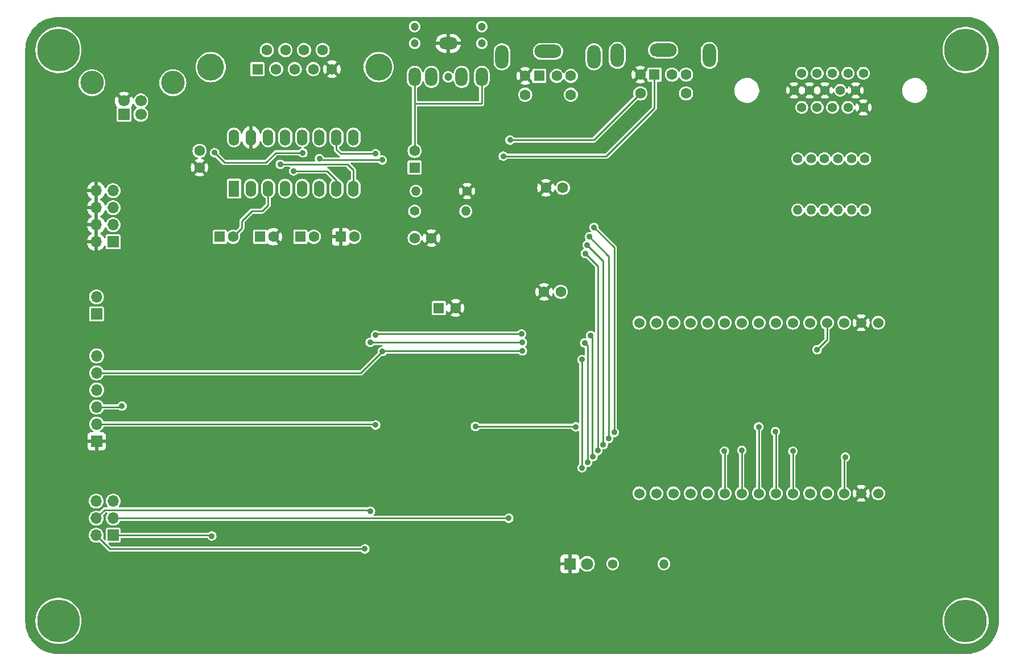
<source format=gbr>
G04 #@! TF.GenerationSoftware,KiCad,Pcbnew,(7.0.0)*
G04 #@! TF.CreationDate,2024-08-17T07:47:08-04:00*
G04 #@! TF.ProjectId,ESP32-TERM,45535033-322d-4544-9552-4d2e6b696361,1*
G04 #@! TF.SameCoordinates,Original*
G04 #@! TF.FileFunction,Copper,L2,Bot*
G04 #@! TF.FilePolarity,Positive*
%FSLAX46Y46*%
G04 Gerber Fmt 4.6, Leading zero omitted, Abs format (unit mm)*
G04 Created by KiCad (PCBNEW (7.0.0)) date 2024-08-17 07:47:08*
%MOMM*%
%LPD*%
G01*
G04 APERTURE LIST*
G04 #@! TA.AperFunction,ComponentPad*
%ADD10C,6.350000*%
G04 #@! TD*
G04 #@! TA.AperFunction,ComponentPad*
%ADD11C,1.524000*%
G04 #@! TD*
G04 #@! TA.AperFunction,ComponentPad*
%ADD12C,1.600000*%
G04 #@! TD*
G04 #@! TA.AperFunction,ComponentPad*
%ADD13C,1.400000*%
G04 #@! TD*
G04 #@! TA.AperFunction,ComponentPad*
%ADD14O,1.400000X1.400000*%
G04 #@! TD*
G04 #@! TA.AperFunction,ComponentPad*
%ADD15R,1.600000X1.600000*%
G04 #@! TD*
G04 #@! TA.AperFunction,ComponentPad*
%ADD16O,2.000000X3.500000*%
G04 #@! TD*
G04 #@! TA.AperFunction,ComponentPad*
%ADD17O,4.000000X2.000000*%
G04 #@! TD*
G04 #@! TA.AperFunction,ComponentPad*
%ADD18R,1.700000X1.700000*%
G04 #@! TD*
G04 #@! TA.AperFunction,ComponentPad*
%ADD19O,1.700000X1.700000*%
G04 #@! TD*
G04 #@! TA.AperFunction,ComponentPad*
%ADD20C,1.397000*%
G04 #@! TD*
G04 #@! TA.AperFunction,ComponentPad*
%ADD21C,4.000000*%
G04 #@! TD*
G04 #@! TA.AperFunction,ComponentPad*
%ADD22R,1.800000X1.800000*%
G04 #@! TD*
G04 #@! TA.AperFunction,ComponentPad*
%ADD23C,1.800000*%
G04 #@! TD*
G04 #@! TA.AperFunction,ComponentPad*
%ADD24C,1.200000*%
G04 #@! TD*
G04 #@! TA.AperFunction,ComponentPad*
%ADD25O,1.800000X2.800000*%
G04 #@! TD*
G04 #@! TA.AperFunction,ComponentPad*
%ADD26O,2.800000X1.800000*%
G04 #@! TD*
G04 #@! TA.AperFunction,ComponentPad*
%ADD27R,1.600000X2.400000*%
G04 #@! TD*
G04 #@! TA.AperFunction,ComponentPad*
%ADD28O,1.600000X2.400000*%
G04 #@! TD*
G04 #@! TA.AperFunction,ComponentPad*
%ADD29C,1.700000*%
G04 #@! TD*
G04 #@! TA.AperFunction,ComponentPad*
%ADD30C,3.500000*%
G04 #@! TD*
G04 #@! TA.AperFunction,ViaPad*
%ADD31C,0.889000*%
G04 #@! TD*
G04 #@! TA.AperFunction,Conductor*
%ADD32C,0.254000*%
G04 #@! TD*
G04 APERTURE END LIST*
D10*
X165000000Y10000000D03*
X300000000Y-75000000D03*
X165000000Y-75000000D03*
X300000000Y10000000D03*
D11*
X287000000Y-30600000D03*
X284460000Y-30600000D03*
X281920000Y-30600000D03*
X279380000Y-30600000D03*
X276840000Y-30600000D03*
X274300000Y-30600000D03*
X271760000Y-30600000D03*
X269220000Y-30600000D03*
X266680000Y-30600000D03*
X264140000Y-30600000D03*
X261600000Y-30600000D03*
X259060000Y-30600000D03*
X256520000Y-30600000D03*
X253980000Y-30600000D03*
X251440000Y-30600000D03*
X251440000Y-56000000D03*
X253980000Y-56000000D03*
X256520000Y-56000000D03*
X259060000Y-56000000D03*
X261600000Y-56000000D03*
X264140000Y-56000000D03*
X266680000Y-56000000D03*
X269220000Y-56000000D03*
X271760000Y-56000000D03*
X274300000Y-56000000D03*
X276840000Y-56000000D03*
X279380000Y-56000000D03*
X281920000Y-56000000D03*
X284460000Y-56000000D03*
X287000000Y-56000000D03*
D12*
X218000000Y-18000000D03*
X220500000Y-18000000D03*
X240050000Y-10500000D03*
X237550000Y-10500000D03*
X239756000Y-26000000D03*
X237256000Y-26000000D03*
D13*
X277000000Y-6190000D03*
D14*
X276999999Y-13809999D03*
D13*
X275000000Y-6190000D03*
D14*
X274999999Y-13809999D03*
D13*
X281000000Y-6190000D03*
D14*
X280999999Y-13809999D03*
D13*
X279000000Y-6190000D03*
D14*
X278999999Y-13809999D03*
D13*
X285000000Y-6190000D03*
D14*
X284999999Y-13809999D03*
D13*
X283000000Y-6190000D03*
D14*
X282999999Y-13809999D03*
D13*
X218000000Y-14000000D03*
D14*
X225619999Y-13999999D03*
D13*
X225810000Y-11000000D03*
D14*
X218189999Y-10999999D03*
D15*
X253699999Y6349999D03*
D12*
X256300000Y6350000D03*
X251600000Y6350000D03*
X258400000Y6350000D03*
X251600000Y3550000D03*
X258400000Y3550000D03*
D16*
X261849999Y9199999D03*
D17*
X254999999Y9999999D03*
D16*
X248149999Y9199999D03*
D18*
X170669999Y-48239999D03*
D19*
X170669999Y-45699999D03*
X170669999Y-43159999D03*
X170669999Y-40619999D03*
X170669999Y-38079999D03*
X170669999Y-35539999D03*
D20*
X275622370Y1460000D03*
X277913450Y1460000D03*
X280199450Y1460000D03*
X282493070Y1460000D03*
X284781610Y1460000D03*
X274476830Y4000000D03*
X276767910Y4000000D03*
X279058990Y4000000D03*
X281347530Y4000000D03*
X283638610Y4000000D03*
X275622370Y6540000D03*
X277913450Y6540000D03*
X280201990Y6537460D03*
X282493070Y6540000D03*
X284781610Y6540000D03*
D21*
X212655000Y7460000D03*
X187655000Y7460000D03*
D15*
X194614999Y7159999D03*
D12*
X197385000Y7160000D03*
X200155000Y7160000D03*
X202925000Y7160000D03*
X205695000Y7160000D03*
X196000000Y10000000D03*
X198770000Y10000000D03*
X201540000Y10000000D03*
X204310000Y10000000D03*
X186000000Y-5000000D03*
X186000000Y-7500000D03*
D15*
X221599999Y-28399999D03*
D12*
X224100000Y-28400000D03*
D15*
X217999999Y-7499999D03*
D12*
X218000000Y-5000000D03*
D18*
X173119999Y-18559999D03*
D19*
X170579999Y-18559999D03*
X173119999Y-16019999D03*
X170579999Y-16019999D03*
X173119999Y-13479999D03*
X170579999Y-13479999D03*
X173119999Y-10939999D03*
X170579999Y-10939999D03*
D13*
X247480000Y-66500000D03*
D14*
X255099999Y-66499999D03*
D15*
X206999999Y-17794999D03*
D12*
X209000000Y-17795000D03*
D15*
X200999999Y-17794999D03*
D12*
X203000000Y-17795000D03*
D15*
X188999999Y-17794999D03*
D12*
X191000000Y-17795000D03*
D18*
X170654999Y-29304999D03*
D19*
X170654999Y-26764999D03*
D15*
X236549999Y6149999D03*
D12*
X239150000Y6150000D03*
X234450000Y6150000D03*
X241250000Y6150000D03*
X234450000Y3350000D03*
X241250000Y3350000D03*
D16*
X244699999Y8999999D03*
D17*
X237849999Y9799999D03*
D16*
X230999999Y8999999D03*
D22*
X241124999Y-66499999D03*
D23*
X243665000Y-66500000D03*
D15*
X194999999Y-17794999D03*
D12*
X197000000Y-17795000D03*
D24*
X218000000Y13500000D03*
X218000000Y11000000D03*
X223000000Y6000000D03*
X228000000Y13500000D03*
X228000000Y11000000D03*
D25*
X227999999Y5999999D03*
X224999999Y5999999D03*
D26*
X222999999Y10999999D03*
D25*
X217999999Y5999999D03*
X220499999Y5999999D03*
D27*
X191124999Y-10619999D03*
D28*
X193664999Y-10619999D03*
X196204999Y-10619999D03*
X198744999Y-10619999D03*
X201284999Y-10619999D03*
X203824999Y-10619999D03*
X206364999Y-10619999D03*
X208904999Y-10619999D03*
X208904999Y-2999999D03*
X206364999Y-2999999D03*
X203824999Y-2999999D03*
X201284999Y-2999999D03*
X198744999Y-2999999D03*
X196204999Y-2999999D03*
X193664999Y-2999999D03*
X191124999Y-2999999D03*
D18*
X173139999Y-62244999D03*
D19*
X170599999Y-62244999D03*
X173139999Y-59704999D03*
X170599999Y-59704999D03*
X173139999Y-57164999D03*
X170599999Y-57164999D03*
D18*
X174749999Y422499D03*
D29*
X177250000Y422500D03*
X177250000Y2422500D03*
X174750000Y2422500D03*
D30*
X169980000Y5132500D03*
X182020000Y5132500D03*
D31*
X241046000Y-28448000D03*
X242062000Y-12700000D03*
X277900000Y-34600000D03*
X227050000Y-46040000D03*
X269200000Y-46094370D03*
X242000000Y-46100000D03*
X245244176Y-49642187D03*
X243400000Y-20300000D03*
X264100000Y-49725000D03*
X246069176Y-48747838D03*
X266700000Y-49600000D03*
X243700000Y-19000000D03*
X242900000Y-52200000D03*
X242900000Y-36100000D03*
X174450000Y-43010000D03*
X203840000Y-6175000D03*
X234050000Y-34800000D03*
X213180000Y-6380000D03*
X213230000Y-34850000D03*
X231200000Y-5800000D03*
X232200000Y-3400000D03*
X212190000Y-5440000D03*
X233930000Y-32280000D03*
X212200000Y-32440000D03*
X212210000Y-45830000D03*
X198000000Y-7000000D03*
X200000000Y-8000000D03*
X243300000Y-33600000D03*
X243725000Y-51375000D03*
X282100000Y-50600000D03*
X244200000Y-32500000D03*
X244550500Y-50550000D03*
X247719176Y-46919370D03*
X244700000Y-16400000D03*
X271700000Y-46800000D03*
X244000000Y-17800000D03*
X274300000Y-49725000D03*
X246894176Y-47840251D03*
X187820000Y-62350000D03*
X188230000Y-5280000D03*
X201370000Y-5300000D03*
X210600000Y-64280000D03*
X232020000Y-59710000D03*
X234050000Y-33540000D03*
X211385000Y-33510000D03*
X211430000Y-58660000D03*
D32*
X277900000Y-34600000D02*
X279380000Y-33120000D01*
X279380000Y-33120000D02*
X279380000Y-30600000D01*
X269220000Y-46114370D02*
X269200000Y-46094370D01*
X269220000Y-56000000D02*
X269220000Y-46114370D01*
X227050000Y-46040000D02*
X241940000Y-46040000D01*
X241940000Y-46040000D02*
X242000000Y-46100000D01*
X264140000Y-49765000D02*
X264140000Y-56000000D01*
X245244176Y-49642187D02*
X245244176Y-22144176D01*
X245244176Y-22144176D02*
X243400000Y-20300000D01*
X264100000Y-49725000D02*
X264140000Y-49765000D01*
X266680000Y-49620000D02*
X266680000Y-56000000D01*
X243700000Y-19000000D02*
X246069176Y-21369176D01*
X246069176Y-21369176D02*
X246069176Y-48747838D01*
X266700000Y-49600000D02*
X266680000Y-49620000D01*
X242900000Y-36100000D02*
X242900000Y-52200000D01*
X174450000Y-43010000D02*
X174300000Y-43160000D01*
X174300000Y-43160000D02*
X170670000Y-43160000D01*
X204045000Y-6380000D02*
X203840000Y-6175000D01*
X170670000Y-38080000D02*
X210000000Y-38080000D01*
X234050000Y-34800000D02*
X213280000Y-34800000D01*
X210000000Y-38080000D02*
X213230000Y-34850000D01*
X213180000Y-6380000D02*
X204045000Y-6380000D01*
X213280000Y-34800000D02*
X213230000Y-34850000D01*
X253700000Y6350000D02*
X253700000Y1400000D01*
X246500000Y-5800000D02*
X231200000Y-5800000D01*
X253700000Y1400000D02*
X246500000Y-5800000D01*
X232200000Y-3400000D02*
X244650000Y-3400000D01*
X244650000Y-3400000D02*
X251600000Y3550000D01*
X228000000Y2000000D02*
X228000000Y6000000D01*
X218000000Y6000000D02*
X218000000Y2000000D01*
X218000000Y-5000000D02*
X218000000Y6000000D01*
X218000000Y2000000D02*
X228000000Y2000000D01*
X193802000Y-13970000D02*
X192278000Y-15494000D01*
X196205000Y-13091000D02*
X195326000Y-13970000D01*
X192278000Y-15494000D02*
X192278000Y-16517000D01*
X192278000Y-16517000D02*
X191000000Y-17795000D01*
X196205000Y-10620000D02*
X196205000Y-13091000D01*
X195326000Y-13970000D02*
X193802000Y-13970000D01*
X206365000Y-4815000D02*
X206365000Y-3000000D01*
X233930000Y-32280000D02*
X212360000Y-32280000D01*
X170670000Y-45700000D02*
X212080000Y-45700000D01*
X212080000Y-45700000D02*
X212210000Y-45830000D01*
X212360000Y-32280000D02*
X212200000Y-32440000D01*
X206990000Y-5440000D02*
X206365000Y-4815000D01*
X212190000Y-5440000D02*
X206990000Y-5440000D01*
X208905000Y-10620000D02*
X208905000Y-7905000D01*
X198000000Y-7000000D02*
X208000000Y-7000000D01*
X208905000Y-7905000D02*
X208000000Y-7000000D01*
X206365000Y-10620000D02*
X206365000Y-9365000D01*
X200000000Y-8000000D02*
X205000000Y-8000000D01*
X206365000Y-9365000D02*
X205000000Y-8000000D01*
X243725000Y-51375000D02*
X243725500Y-51374500D01*
X243725500Y-34025500D02*
X243300000Y-33600000D01*
X243725500Y-51374500D02*
X243725500Y-34025500D01*
X244550500Y-50550000D02*
X244418676Y-50418176D01*
X281920000Y-50780000D02*
X282100000Y-50600000D01*
X281920000Y-56000000D02*
X281920000Y-50780000D01*
X244418676Y-32718676D02*
X244200000Y-32500000D01*
X244418676Y-50418176D02*
X244418676Y-32718676D01*
X247719176Y-19419176D02*
X244700000Y-16400000D01*
X271700000Y-46800000D02*
X271760000Y-46860000D01*
X271760000Y-46860000D02*
X271760000Y-56000000D01*
X247719176Y-46919370D02*
X247719176Y-19419176D01*
X246894176Y-20694176D02*
X244000000Y-17800000D01*
X274300000Y-49725000D02*
X274300000Y-56000000D01*
X246894176Y-47840251D02*
X246894176Y-20694176D01*
X189710000Y-6760000D02*
X195860000Y-6760000D01*
X187715000Y-62245000D02*
X173140000Y-62245000D01*
X201370000Y-5300000D02*
X197320000Y-5300000D01*
X188230000Y-5280000D02*
X189710000Y-6760000D01*
X187820000Y-62350000D02*
X187715000Y-62245000D01*
X195860000Y-6760000D02*
X197320000Y-5300000D01*
X172635000Y-64280000D02*
X170600000Y-62245000D01*
X210600000Y-64280000D02*
X172635000Y-64280000D01*
X173140000Y-59705000D02*
X232015000Y-59705000D01*
X232015000Y-59705000D02*
X232020000Y-59710000D01*
X211415000Y-33540000D02*
X211385000Y-33510000D01*
X234050000Y-33540000D02*
X211415000Y-33540000D01*
X211244000Y-58474000D02*
X171831000Y-58474000D01*
X171831000Y-58474000D02*
X170600000Y-59705000D01*
X211430000Y-58660000D02*
X211244000Y-58474000D01*
G04 #@! TA.AperFunction,Conductor*
G36*
X300002703Y14949382D02*
G01*
X300425970Y14930902D01*
X300436746Y14929959D01*
X300854099Y14875013D01*
X300864752Y14873135D01*
X301275741Y14782021D01*
X301286191Y14779221D01*
X301687664Y14652637D01*
X301697829Y14648937D01*
X302086750Y14487840D01*
X302096554Y14483268D01*
X302469942Y14288895D01*
X302479310Y14283487D01*
X302834348Y14057303D01*
X302843209Y14051098D01*
X303177189Y13794826D01*
X303185476Y13787872D01*
X303495833Y13503482D01*
X303503482Y13495833D01*
X303787872Y13185476D01*
X303794826Y13177189D01*
X304051098Y12843209D01*
X304057303Y12834348D01*
X304283487Y12479310D01*
X304288895Y12469942D01*
X304483268Y12096554D01*
X304487840Y12086750D01*
X304648937Y11697829D01*
X304652637Y11687664D01*
X304779221Y11286191D01*
X304782021Y11275741D01*
X304873135Y10864752D01*
X304875013Y10854099D01*
X304929959Y10436746D01*
X304930902Y10425970D01*
X304949382Y10002703D01*
X304949500Y9997294D01*
X304949500Y-74997294D01*
X304949382Y-75002703D01*
X304930902Y-75425970D01*
X304929959Y-75436746D01*
X304875013Y-75854099D01*
X304873135Y-75864752D01*
X304782021Y-76275741D01*
X304779221Y-76286191D01*
X304652637Y-76687664D01*
X304648937Y-76697829D01*
X304487840Y-77086750D01*
X304483268Y-77096554D01*
X304288895Y-77469942D01*
X304283487Y-77479310D01*
X304057303Y-77834348D01*
X304051098Y-77843209D01*
X303794826Y-78177189D01*
X303787872Y-78185476D01*
X303503482Y-78495833D01*
X303495833Y-78503482D01*
X303185476Y-78787872D01*
X303177189Y-78794826D01*
X302843209Y-79051098D01*
X302834348Y-79057303D01*
X302479310Y-79283487D01*
X302469942Y-79288895D01*
X302096554Y-79483268D01*
X302086750Y-79487840D01*
X301697829Y-79648937D01*
X301687664Y-79652637D01*
X301286191Y-79779221D01*
X301275741Y-79782021D01*
X300864752Y-79873135D01*
X300854099Y-79875013D01*
X300436746Y-79929959D01*
X300425970Y-79930902D01*
X300002703Y-79949382D01*
X299997294Y-79949500D01*
X165002706Y-79949500D01*
X164997297Y-79949382D01*
X164574029Y-79930902D01*
X164563253Y-79929959D01*
X164145900Y-79875013D01*
X164135247Y-79873135D01*
X163724258Y-79782021D01*
X163713808Y-79779221D01*
X163312335Y-79652637D01*
X163302170Y-79648937D01*
X162913249Y-79487840D01*
X162903445Y-79483268D01*
X162530057Y-79288895D01*
X162520689Y-79283487D01*
X162165651Y-79057303D01*
X162156790Y-79051098D01*
X161822810Y-78794826D01*
X161814523Y-78787872D01*
X161504166Y-78503482D01*
X161496517Y-78495833D01*
X161435734Y-78429500D01*
X161212122Y-78185470D01*
X161205173Y-78177189D01*
X160948901Y-77843209D01*
X160942696Y-77834348D01*
X160716512Y-77479310D01*
X160711104Y-77469942D01*
X160653544Y-77359370D01*
X160516728Y-77096548D01*
X160512159Y-77086750D01*
X160509798Y-77081051D01*
X160351061Y-76697827D01*
X160347362Y-76687664D01*
X160270880Y-76445093D01*
X160220773Y-76286173D01*
X160217981Y-76275753D01*
X160126861Y-75864739D01*
X160124988Y-75854113D01*
X160070038Y-75436726D01*
X160069098Y-75425989D01*
X160050618Y-75002702D01*
X160050559Y-75000000D01*
X161565463Y-75000000D01*
X161565645Y-75003357D01*
X161585413Y-75367975D01*
X161585414Y-75367986D01*
X161585596Y-75371339D01*
X161586140Y-75374659D01*
X161586141Y-75374665D01*
X161645216Y-75735005D01*
X161645219Y-75735020D01*
X161645761Y-75738324D01*
X161745250Y-76096653D01*
X161882899Y-76442125D01*
X161884468Y-76445085D01*
X161884472Y-76445093D01*
X162055515Y-76767716D01*
X162055521Y-76767727D01*
X162057092Y-76770689D01*
X162265789Y-77078493D01*
X162506542Y-77361929D01*
X162508973Y-77364232D01*
X162508979Y-77364238D01*
X162625645Y-77474750D01*
X162776528Y-77617674D01*
X163072582Y-77842728D01*
X163391234Y-78034455D01*
X163728747Y-78190605D01*
X164081164Y-78309348D01*
X164444354Y-78389292D01*
X164814058Y-78429500D01*
X165182584Y-78429500D01*
X165185942Y-78429500D01*
X165555646Y-78389292D01*
X165918836Y-78309348D01*
X166271253Y-78190605D01*
X166608766Y-78034455D01*
X166927418Y-77842728D01*
X167223472Y-77617674D01*
X167493458Y-77361929D01*
X167734211Y-77078493D01*
X167942908Y-76770689D01*
X168117101Y-76442125D01*
X168254750Y-76096653D01*
X168354239Y-75738324D01*
X168414404Y-75371339D01*
X168434537Y-75000000D01*
X296565463Y-75000000D01*
X296565645Y-75003357D01*
X296585413Y-75367975D01*
X296585414Y-75367986D01*
X296585596Y-75371339D01*
X296586140Y-75374659D01*
X296586141Y-75374665D01*
X296645216Y-75735005D01*
X296645219Y-75735020D01*
X296645761Y-75738324D01*
X296745250Y-76096653D01*
X296882899Y-76442125D01*
X296884468Y-76445085D01*
X296884472Y-76445093D01*
X297055515Y-76767716D01*
X297055521Y-76767727D01*
X297057092Y-76770689D01*
X297265789Y-77078493D01*
X297506542Y-77361929D01*
X297508973Y-77364232D01*
X297508979Y-77364238D01*
X297625645Y-77474750D01*
X297776528Y-77617674D01*
X298072582Y-77842728D01*
X298391234Y-78034455D01*
X298728747Y-78190605D01*
X299081164Y-78309348D01*
X299444354Y-78389292D01*
X299814058Y-78429500D01*
X300182584Y-78429500D01*
X300185942Y-78429500D01*
X300555646Y-78389292D01*
X300918836Y-78309348D01*
X301271253Y-78190605D01*
X301608766Y-78034455D01*
X301927418Y-77842728D01*
X302223472Y-77617674D01*
X302493458Y-77361929D01*
X302734211Y-77078493D01*
X302942908Y-76770689D01*
X303117101Y-76442125D01*
X303254750Y-76096653D01*
X303354239Y-75738324D01*
X303414404Y-75371339D01*
X303434537Y-75000000D01*
X303414404Y-74628661D01*
X303354239Y-74261676D01*
X303254750Y-73903347D01*
X303117101Y-73557875D01*
X302942908Y-73229311D01*
X302734211Y-72921507D01*
X302493458Y-72638071D01*
X302491025Y-72635766D01*
X302491020Y-72635761D01*
X302225902Y-72384628D01*
X302223472Y-72382326D01*
X301927418Y-72157272D01*
X301924544Y-72155543D01*
X301924540Y-72155540D01*
X301611648Y-71967279D01*
X301611647Y-71967278D01*
X301608766Y-71965545D01*
X301271253Y-71809395D01*
X301180578Y-71778843D01*
X300922019Y-71691724D01*
X300922010Y-71691721D01*
X300918836Y-71690652D01*
X300915568Y-71689932D01*
X300915555Y-71689929D01*
X300558933Y-71611431D01*
X300558923Y-71611429D01*
X300555646Y-71610708D01*
X300185942Y-71570500D01*
X299814058Y-71570500D01*
X299810721Y-71570862D01*
X299810719Y-71570863D01*
X299447700Y-71610344D01*
X299447698Y-71610344D01*
X299444354Y-71610708D01*
X299441079Y-71611428D01*
X299441066Y-71611431D01*
X299084444Y-71689929D01*
X299084426Y-71689933D01*
X299081164Y-71690652D01*
X299077993Y-71691720D01*
X299077980Y-71691724D01*
X298731934Y-71808321D01*
X298731931Y-71808322D01*
X298728747Y-71809395D01*
X298725698Y-71810805D01*
X298725692Y-71810808D01*
X298394289Y-71964131D01*
X298394279Y-71964135D01*
X298391234Y-71965545D01*
X298388360Y-71967274D01*
X298388351Y-71967279D01*
X298075459Y-72155540D01*
X298075446Y-72155548D01*
X298072582Y-72157272D01*
X298069924Y-72159292D01*
X298069913Y-72159300D01*
X297779187Y-72380304D01*
X297779179Y-72380310D01*
X297776528Y-72382326D01*
X297774104Y-72384621D01*
X297774097Y-72384628D01*
X297508979Y-72635761D01*
X297508964Y-72635776D01*
X297506542Y-72638071D01*
X297504379Y-72640616D01*
X297504368Y-72640629D01*
X297267962Y-72918948D01*
X297267956Y-72918955D01*
X297265789Y-72921507D01*
X297263908Y-72924279D01*
X297263902Y-72924289D01*
X297058983Y-73226521D01*
X297058977Y-73226529D01*
X297057092Y-73229311D01*
X297055526Y-73232264D01*
X297055515Y-73232283D01*
X296884472Y-73554906D01*
X296884464Y-73554921D01*
X296882899Y-73557875D01*
X296745250Y-73903347D01*
X296645761Y-74261676D01*
X296645220Y-74264975D01*
X296645216Y-74264994D01*
X296586141Y-74625334D01*
X296585596Y-74628661D01*
X296585414Y-74632011D01*
X296585413Y-74632024D01*
X296566353Y-74983592D01*
X296565463Y-75000000D01*
X168434537Y-75000000D01*
X168414404Y-74628661D01*
X168354239Y-74261676D01*
X168254750Y-73903347D01*
X168117101Y-73557875D01*
X167942908Y-73229311D01*
X167734211Y-72921507D01*
X167493458Y-72638071D01*
X167491025Y-72635766D01*
X167491020Y-72635761D01*
X167225902Y-72384628D01*
X167223472Y-72382326D01*
X166927418Y-72157272D01*
X166924544Y-72155543D01*
X166924540Y-72155540D01*
X166611648Y-71967279D01*
X166611647Y-71967278D01*
X166608766Y-71965545D01*
X166271253Y-71809395D01*
X166180578Y-71778843D01*
X165922019Y-71691724D01*
X165922010Y-71691721D01*
X165918836Y-71690652D01*
X165915568Y-71689932D01*
X165915555Y-71689929D01*
X165558933Y-71611431D01*
X165558923Y-71611429D01*
X165555646Y-71610708D01*
X165185942Y-71570500D01*
X164814058Y-71570500D01*
X164810721Y-71570862D01*
X164810719Y-71570863D01*
X164447700Y-71610344D01*
X164447698Y-71610344D01*
X164444354Y-71610708D01*
X164441079Y-71611428D01*
X164441066Y-71611431D01*
X164084444Y-71689929D01*
X164084426Y-71689933D01*
X164081164Y-71690652D01*
X164077993Y-71691720D01*
X164077980Y-71691724D01*
X163731934Y-71808321D01*
X163731931Y-71808322D01*
X163728747Y-71809395D01*
X163725698Y-71810805D01*
X163725692Y-71810808D01*
X163394289Y-71964131D01*
X163394279Y-71964135D01*
X163391234Y-71965545D01*
X163388360Y-71967274D01*
X163388351Y-71967279D01*
X163075459Y-72155540D01*
X163075446Y-72155548D01*
X163072582Y-72157272D01*
X163069924Y-72159292D01*
X163069913Y-72159300D01*
X162779187Y-72380304D01*
X162779179Y-72380310D01*
X162776528Y-72382326D01*
X162774104Y-72384621D01*
X162774097Y-72384628D01*
X162508979Y-72635761D01*
X162508964Y-72635776D01*
X162506542Y-72638071D01*
X162504379Y-72640616D01*
X162504368Y-72640629D01*
X162267962Y-72918948D01*
X162267956Y-72918955D01*
X162265789Y-72921507D01*
X162263908Y-72924279D01*
X162263902Y-72924289D01*
X162058983Y-73226521D01*
X162058977Y-73226529D01*
X162057092Y-73229311D01*
X162055526Y-73232264D01*
X162055515Y-73232283D01*
X161884472Y-73554906D01*
X161884464Y-73554921D01*
X161882899Y-73557875D01*
X161745250Y-73903347D01*
X161645761Y-74261676D01*
X161645220Y-74264975D01*
X161645216Y-74264994D01*
X161586141Y-74625334D01*
X161585596Y-74628661D01*
X161585414Y-74632011D01*
X161585413Y-74632024D01*
X161566353Y-74983592D01*
X161565463Y-75000000D01*
X160050559Y-75000000D01*
X160050500Y-74997294D01*
X160050500Y-67444518D01*
X239725000Y-67444518D01*
X239725353Y-67451114D01*
X239730573Y-67499667D01*
X239734111Y-67514641D01*
X239778547Y-67633777D01*
X239786962Y-67649189D01*
X239862498Y-67750092D01*
X239874907Y-67762501D01*
X239975810Y-67838037D01*
X239991222Y-67846452D01*
X240110358Y-67890888D01*
X240125332Y-67894426D01*
X240173885Y-67899646D01*
X240180482Y-67900000D01*
X240858674Y-67900000D01*
X240871549Y-67896549D01*
X240875000Y-67883674D01*
X241375000Y-67883674D01*
X241378450Y-67896549D01*
X241391326Y-67900000D01*
X242069518Y-67900000D01*
X242076114Y-67899646D01*
X242124667Y-67894426D01*
X242139641Y-67890888D01*
X242258777Y-67846452D01*
X242274189Y-67838037D01*
X242375092Y-67762501D01*
X242387501Y-67750092D01*
X242463037Y-67649189D01*
X242471452Y-67633777D01*
X242515888Y-67514641D01*
X242519426Y-67499667D01*
X242524646Y-67451114D01*
X242525000Y-67444518D01*
X242525000Y-67276117D01*
X242540118Y-67216782D01*
X242581785Y-67171914D01*
X242639842Y-67152456D01*
X242700132Y-67163150D01*
X242747954Y-67201390D01*
X242804701Y-67276536D01*
X242804705Y-67276541D01*
X242808159Y-67281114D01*
X242829262Y-67300352D01*
X242962042Y-67421397D01*
X242962045Y-67421399D01*
X242966278Y-67425258D01*
X243148190Y-67537893D01*
X243347703Y-67615185D01*
X243558020Y-67654500D01*
X243766251Y-67654500D01*
X243771980Y-67654500D01*
X243982297Y-67615185D01*
X244181810Y-67537893D01*
X244363722Y-67425258D01*
X244521841Y-67281114D01*
X244650781Y-67110370D01*
X244746151Y-66918840D01*
X244804704Y-66713048D01*
X244824446Y-66500000D01*
X246520882Y-66500000D01*
X246521479Y-66506062D01*
X246538713Y-66681050D01*
X246538714Y-66681056D01*
X246539311Y-66687115D01*
X246541078Y-66692941D01*
X246541080Y-66692949D01*
X246592121Y-66861206D01*
X246592123Y-66861211D01*
X246593891Y-66867039D01*
X246596763Y-66872413D01*
X246596764Y-66872414D01*
X246679647Y-67027478D01*
X246679651Y-67027484D01*
X246682523Y-67032857D01*
X246801801Y-67178199D01*
X246947143Y-67297477D01*
X246952518Y-67300350D01*
X246952521Y-67300352D01*
X247023675Y-67338384D01*
X247112961Y-67386109D01*
X247292885Y-67440689D01*
X247480000Y-67459118D01*
X247667115Y-67440689D01*
X247847039Y-67386109D01*
X248012857Y-67297477D01*
X248158199Y-67178199D01*
X248277477Y-67032857D01*
X248366109Y-66867039D01*
X248420689Y-66687115D01*
X248439118Y-66500000D01*
X254140882Y-66500000D01*
X254141479Y-66506062D01*
X254158713Y-66681050D01*
X254158714Y-66681056D01*
X254159311Y-66687115D01*
X254161078Y-66692941D01*
X254161080Y-66692949D01*
X254212121Y-66861206D01*
X254212123Y-66861211D01*
X254213891Y-66867039D01*
X254216763Y-66872413D01*
X254216764Y-66872414D01*
X254299647Y-67027478D01*
X254299651Y-67027484D01*
X254302523Y-67032857D01*
X254421801Y-67178199D01*
X254567143Y-67297477D01*
X254572518Y-67300350D01*
X254572521Y-67300352D01*
X254643675Y-67338384D01*
X254732961Y-67386109D01*
X254912885Y-67440689D01*
X255100000Y-67459118D01*
X255287115Y-67440689D01*
X255467039Y-67386109D01*
X255632857Y-67297477D01*
X255778199Y-67178199D01*
X255897477Y-67032857D01*
X255986109Y-66867039D01*
X256040689Y-66687115D01*
X256059118Y-66500000D01*
X256040689Y-66312885D01*
X255986109Y-66132961D01*
X255897477Y-65967143D01*
X255778199Y-65821801D01*
X255749940Y-65798610D01*
X255637569Y-65706390D01*
X255637568Y-65706389D01*
X255632857Y-65702523D01*
X255627484Y-65699651D01*
X255627478Y-65699647D01*
X255472414Y-65616764D01*
X255472413Y-65616763D01*
X255467039Y-65613891D01*
X255461211Y-65612123D01*
X255461206Y-65612121D01*
X255292949Y-65561080D01*
X255292941Y-65561078D01*
X255287115Y-65559311D01*
X255281056Y-65558714D01*
X255281050Y-65558713D01*
X255106062Y-65541479D01*
X255100000Y-65540882D01*
X255093938Y-65541479D01*
X254918949Y-65558713D01*
X254918941Y-65558714D01*
X254912885Y-65559311D01*
X254907060Y-65561078D01*
X254907050Y-65561080D01*
X254738793Y-65612121D01*
X254738785Y-65612124D01*
X254732961Y-65613891D01*
X254727589Y-65616762D01*
X254727585Y-65616764D01*
X254572521Y-65699647D01*
X254572510Y-65699653D01*
X254567143Y-65702523D01*
X254562435Y-65706386D01*
X254562430Y-65706390D01*
X254426507Y-65817938D01*
X254426501Y-65817943D01*
X254421801Y-65821801D01*
X254417943Y-65826501D01*
X254417938Y-65826507D01*
X254306390Y-65962430D01*
X254306386Y-65962435D01*
X254302523Y-65967143D01*
X254299653Y-65972510D01*
X254299647Y-65972521D01*
X254216764Y-66127585D01*
X254216762Y-66127589D01*
X254213891Y-66132961D01*
X254212124Y-66138785D01*
X254212121Y-66138793D01*
X254161080Y-66307050D01*
X254161078Y-66307060D01*
X254159311Y-66312885D01*
X254158714Y-66318941D01*
X254158713Y-66318949D01*
X254141479Y-66493938D01*
X254140882Y-66500000D01*
X248439118Y-66500000D01*
X248420689Y-66312885D01*
X248366109Y-66132961D01*
X248277477Y-65967143D01*
X248158199Y-65821801D01*
X248129940Y-65798610D01*
X248017569Y-65706390D01*
X248017568Y-65706389D01*
X248012857Y-65702523D01*
X248007484Y-65699651D01*
X248007478Y-65699647D01*
X247852414Y-65616764D01*
X247852413Y-65616763D01*
X247847039Y-65613891D01*
X247841211Y-65612123D01*
X247841206Y-65612121D01*
X247672949Y-65561080D01*
X247672941Y-65561078D01*
X247667115Y-65559311D01*
X247661056Y-65558714D01*
X247661050Y-65558713D01*
X247486062Y-65541479D01*
X247480000Y-65540882D01*
X247473938Y-65541479D01*
X247298949Y-65558713D01*
X247298941Y-65558714D01*
X247292885Y-65559311D01*
X247287060Y-65561078D01*
X247287050Y-65561080D01*
X247118793Y-65612121D01*
X247118785Y-65612124D01*
X247112961Y-65613891D01*
X247107589Y-65616762D01*
X247107585Y-65616764D01*
X246952521Y-65699647D01*
X246952510Y-65699653D01*
X246947143Y-65702523D01*
X246942435Y-65706386D01*
X246942430Y-65706390D01*
X246806507Y-65817938D01*
X246806501Y-65817943D01*
X246801801Y-65821801D01*
X246797943Y-65826501D01*
X246797938Y-65826507D01*
X246686390Y-65962430D01*
X246686386Y-65962435D01*
X246682523Y-65967143D01*
X246679653Y-65972510D01*
X246679647Y-65972521D01*
X246596764Y-66127585D01*
X246596762Y-66127589D01*
X246593891Y-66132961D01*
X246592124Y-66138785D01*
X246592121Y-66138793D01*
X246541080Y-66307050D01*
X246541078Y-66307060D01*
X246539311Y-66312885D01*
X246538714Y-66318941D01*
X246538713Y-66318949D01*
X246521479Y-66493938D01*
X246520882Y-66500000D01*
X244824446Y-66500000D01*
X244804704Y-66286952D01*
X244746151Y-66081160D01*
X244650781Y-65889630D01*
X244582046Y-65798610D01*
X244525298Y-65723463D01*
X244525294Y-65723459D01*
X244521841Y-65718886D01*
X244488522Y-65688512D01*
X244367957Y-65578602D01*
X244367952Y-65578598D01*
X244363722Y-65574742D01*
X244358856Y-65571729D01*
X244358852Y-65571726D01*
X244186681Y-65465123D01*
X244181810Y-65462107D01*
X244176472Y-65460039D01*
X244176468Y-65460037D01*
X243987643Y-65386886D01*
X243987642Y-65386885D01*
X243982297Y-65384815D01*
X243976659Y-65383761D01*
X243777609Y-65346552D01*
X243777606Y-65346551D01*
X243771980Y-65345500D01*
X243558020Y-65345500D01*
X243552394Y-65346551D01*
X243552390Y-65346552D01*
X243353340Y-65383761D01*
X243353337Y-65383761D01*
X243347703Y-65384815D01*
X243342360Y-65386884D01*
X243342356Y-65386886D01*
X243153531Y-65460037D01*
X243153523Y-65460040D01*
X243148190Y-65462107D01*
X243143323Y-65465120D01*
X243143318Y-65465123D01*
X242971147Y-65571726D01*
X242971137Y-65571732D01*
X242966278Y-65574742D01*
X242962052Y-65578594D01*
X242962042Y-65578602D01*
X242812399Y-65715020D01*
X242812394Y-65715024D01*
X242808159Y-65718886D01*
X242804710Y-65723452D01*
X242804701Y-65723463D01*
X242747954Y-65798610D01*
X242700132Y-65836850D01*
X242639842Y-65847544D01*
X242581785Y-65828086D01*
X242540118Y-65783218D01*
X242525000Y-65723883D01*
X242525000Y-65555482D01*
X242524646Y-65548885D01*
X242519426Y-65500332D01*
X242515888Y-65485358D01*
X242471452Y-65366222D01*
X242463037Y-65350810D01*
X242387501Y-65249907D01*
X242375092Y-65237498D01*
X242274189Y-65161962D01*
X242258777Y-65153547D01*
X242139641Y-65109111D01*
X242124667Y-65105573D01*
X242076114Y-65100353D01*
X242069518Y-65100000D01*
X241391326Y-65100000D01*
X241378450Y-65103450D01*
X241375000Y-65116326D01*
X241375000Y-67883674D01*
X240875000Y-67883674D01*
X240875000Y-66766326D01*
X240871549Y-66753450D01*
X240858674Y-66750000D01*
X239741326Y-66750000D01*
X239728450Y-66753450D01*
X239725000Y-66766326D01*
X239725000Y-67444518D01*
X160050500Y-67444518D01*
X160050500Y-66233674D01*
X239725000Y-66233674D01*
X239728450Y-66246549D01*
X239741326Y-66250000D01*
X240858674Y-66250000D01*
X240871549Y-66246549D01*
X240875000Y-66233674D01*
X240875000Y-65116326D01*
X240871549Y-65103450D01*
X240858674Y-65100000D01*
X240180482Y-65100000D01*
X240173885Y-65100353D01*
X240125332Y-65105573D01*
X240110358Y-65109111D01*
X239991222Y-65153547D01*
X239975810Y-65161962D01*
X239874907Y-65237498D01*
X239862498Y-65249907D01*
X239786962Y-65350810D01*
X239778547Y-65366222D01*
X239734111Y-65485358D01*
X239730573Y-65500332D01*
X239725353Y-65548885D01*
X239725000Y-65555482D01*
X239725000Y-66233674D01*
X160050500Y-66233674D01*
X160050500Y-62245000D01*
X169490768Y-62245000D01*
X169509655Y-62448821D01*
X169565672Y-62645701D01*
X169568224Y-62650826D01*
X169568226Y-62650831D01*
X169654357Y-62823805D01*
X169654359Y-62823809D01*
X169656912Y-62828935D01*
X169660361Y-62833502D01*
X169660364Y-62833507D01*
X169776810Y-62987707D01*
X169776815Y-62987712D01*
X169780268Y-62992285D01*
X169784504Y-62996146D01*
X169784508Y-62996151D01*
X169840512Y-63047205D01*
X169931538Y-63130186D01*
X170105573Y-63237944D01*
X170296444Y-63311888D01*
X170497653Y-63349500D01*
X170696618Y-63349500D01*
X170702347Y-63349500D01*
X170903556Y-63311888D01*
X170989530Y-63278580D01*
X171036231Y-63270222D01*
X171082656Y-63280015D01*
X171122003Y-63306525D01*
X171762073Y-63946596D01*
X172328166Y-64512689D01*
X172344293Y-64532548D01*
X172350440Y-64541956D01*
X172375908Y-64561778D01*
X172379923Y-64565324D01*
X172380052Y-64565173D01*
X172383960Y-64568483D01*
X172387591Y-64572114D01*
X172391766Y-64575095D01*
X172391770Y-64575098D01*
X172404813Y-64584410D01*
X172408924Y-64587475D01*
X172450915Y-64620158D01*
X172458557Y-64622781D01*
X172465131Y-64627475D01*
X172474980Y-64630407D01*
X172474982Y-64630408D01*
X172516123Y-64642656D01*
X172520998Y-64644217D01*
X172571339Y-64661500D01*
X172579417Y-64661500D01*
X172587159Y-64663805D01*
X172640331Y-64661606D01*
X172645456Y-64661500D01*
X209948902Y-64661500D01*
X210006528Y-64675704D01*
X210050951Y-64715059D01*
X210072948Y-64746927D01*
X210200006Y-64859491D01*
X210350311Y-64938377D01*
X210515126Y-64979000D01*
X210677374Y-64979000D01*
X210684874Y-64979000D01*
X210849689Y-64938377D01*
X210999994Y-64859491D01*
X211127052Y-64746927D01*
X211223480Y-64607227D01*
X211283673Y-64448510D01*
X211304134Y-64280000D01*
X211283673Y-64111490D01*
X211223480Y-63952773D01*
X211127052Y-63813073D01*
X211057316Y-63751292D01*
X211005609Y-63705483D01*
X211005606Y-63705481D01*
X210999994Y-63700509D01*
X210993354Y-63697024D01*
X210856328Y-63625107D01*
X210856325Y-63625105D01*
X210849689Y-63621623D01*
X210823167Y-63615086D01*
X210692155Y-63582794D01*
X210692150Y-63582793D01*
X210684874Y-63581000D01*
X210515126Y-63581000D01*
X210507850Y-63582793D01*
X210507844Y-63582794D01*
X210357593Y-63619828D01*
X210357591Y-63619828D01*
X210350311Y-63621623D01*
X210343677Y-63625104D01*
X210343671Y-63625107D01*
X210206645Y-63697024D01*
X210206641Y-63697026D01*
X210200006Y-63700509D01*
X210194396Y-63705478D01*
X210194390Y-63705483D01*
X210078561Y-63808100D01*
X210072948Y-63813073D01*
X210068689Y-63819242D01*
X210068689Y-63819243D01*
X210050952Y-63844940D01*
X210006528Y-63884296D01*
X209948902Y-63898500D01*
X172844385Y-63898500D01*
X172796932Y-63889061D01*
X172756704Y-63862181D01*
X172455703Y-63561180D01*
X172425453Y-63511817D01*
X172420911Y-63454101D01*
X172443066Y-63400614D01*
X172487089Y-63363014D01*
X172543380Y-63349499D01*
X174015066Y-63349499D01*
X174089301Y-63334734D01*
X174173484Y-63278484D01*
X174229734Y-63194301D01*
X174244500Y-63120067D01*
X174244500Y-62750500D01*
X174261113Y-62688500D01*
X174306500Y-62643113D01*
X174368500Y-62626500D01*
X187096425Y-62626500D01*
X187154051Y-62640703D01*
X187198475Y-62680060D01*
X187288688Y-62810756D01*
X187292948Y-62816927D01*
X187320815Y-62841615D01*
X187384358Y-62897910D01*
X187420006Y-62929491D01*
X187570311Y-63008377D01*
X187735126Y-63049000D01*
X187897374Y-63049000D01*
X187904874Y-63049000D01*
X188069689Y-63008377D01*
X188219994Y-62929491D01*
X188347052Y-62816927D01*
X188443480Y-62677227D01*
X188503673Y-62518510D01*
X188524134Y-62350000D01*
X188503673Y-62181490D01*
X188443480Y-62022773D01*
X188347052Y-61883073D01*
X188277316Y-61821292D01*
X188225609Y-61775483D01*
X188225605Y-61775480D01*
X188219994Y-61770509D01*
X188213354Y-61767024D01*
X188076328Y-61695107D01*
X188076325Y-61695105D01*
X188069689Y-61691623D01*
X188043167Y-61685086D01*
X187912155Y-61652794D01*
X187912150Y-61652793D01*
X187904874Y-61651000D01*
X187735126Y-61651000D01*
X187727850Y-61652793D01*
X187727844Y-61652794D01*
X187577593Y-61689828D01*
X187577591Y-61689828D01*
X187570311Y-61691623D01*
X187563677Y-61695104D01*
X187563671Y-61695107D01*
X187426645Y-61767024D01*
X187426641Y-61767026D01*
X187420006Y-61770509D01*
X187350238Y-61832317D01*
X187311986Y-61855442D01*
X187268015Y-61863500D01*
X174368499Y-61863500D01*
X174306499Y-61846887D01*
X174261112Y-61801500D01*
X174244499Y-61739500D01*
X174244499Y-61376024D01*
X174244499Y-61369934D01*
X174229734Y-61295699D01*
X174173484Y-61211516D01*
X174126591Y-61180183D01*
X174099454Y-61162050D01*
X174099453Y-61162049D01*
X174089301Y-61155266D01*
X174077323Y-61152883D01*
X174077322Y-61152883D01*
X174021047Y-61141689D01*
X174021042Y-61141688D01*
X174015067Y-61140500D01*
X174008971Y-61140500D01*
X172271023Y-61140500D01*
X172271012Y-61140500D01*
X172264934Y-61140501D01*
X172258970Y-61141687D01*
X172258962Y-61141688D01*
X172202675Y-61152883D01*
X172202670Y-61152884D01*
X172190699Y-61155266D01*
X172180548Y-61162048D01*
X172180545Y-61162050D01*
X172116669Y-61204731D01*
X172116666Y-61204733D01*
X172106516Y-61211516D01*
X172099733Y-61221666D01*
X172099731Y-61221669D01*
X172057050Y-61285545D01*
X172057048Y-61285548D01*
X172050266Y-61295699D01*
X172047883Y-61307674D01*
X172047883Y-61307677D01*
X172036689Y-61363952D01*
X172036688Y-61363958D01*
X172035500Y-61369933D01*
X172035500Y-61376024D01*
X172035500Y-61376029D01*
X172035500Y-62841615D01*
X172021985Y-62897910D01*
X171984385Y-62941933D01*
X171930898Y-62964088D01*
X171873182Y-62959546D01*
X171823819Y-62929296D01*
X171664775Y-62770252D01*
X171638261Y-62730898D01*
X171628470Y-62684466D01*
X171635361Y-62645995D01*
X171634328Y-62645701D01*
X171639791Y-62626500D01*
X171690345Y-62448821D01*
X171709232Y-62245000D01*
X171690345Y-62041179D01*
X171634328Y-61844299D01*
X171543088Y-61661065D01*
X171536842Y-61652794D01*
X171423189Y-61502292D01*
X171423185Y-61502288D01*
X171419732Y-61497715D01*
X171415495Y-61493852D01*
X171415491Y-61493848D01*
X171286249Y-61376029D01*
X171268462Y-61359814D01*
X171263596Y-61356801D01*
X171263592Y-61356798D01*
X171099298Y-61255072D01*
X171094427Y-61252056D01*
X171089089Y-61249988D01*
X171089085Y-61249986D01*
X170908902Y-61180183D01*
X170908901Y-61180182D01*
X170903556Y-61178112D01*
X170897921Y-61177058D01*
X170897919Y-61177058D01*
X170707977Y-61141552D01*
X170707972Y-61141551D01*
X170702347Y-61140500D01*
X170497653Y-61140500D01*
X170492028Y-61141551D01*
X170492022Y-61141552D01*
X170302080Y-61177058D01*
X170302075Y-61177059D01*
X170296444Y-61178112D01*
X170291101Y-61180181D01*
X170291097Y-61180183D01*
X170110914Y-61249986D01*
X170110906Y-61249989D01*
X170105573Y-61252056D01*
X170100706Y-61255069D01*
X170100701Y-61255072D01*
X169936407Y-61356798D01*
X169936397Y-61356804D01*
X169931538Y-61359814D01*
X169927307Y-61363670D01*
X169927303Y-61363674D01*
X169784508Y-61493848D01*
X169784498Y-61493858D01*
X169780268Y-61497715D01*
X169776819Y-61502281D01*
X169776810Y-61502292D01*
X169660364Y-61656492D01*
X169660357Y-61656502D01*
X169656912Y-61661065D01*
X169654362Y-61666185D01*
X169654357Y-61666194D01*
X169568226Y-61839168D01*
X169568222Y-61839176D01*
X169565672Y-61844299D01*
X169564103Y-61849811D01*
X169564103Y-61849813D01*
X169562502Y-61855442D01*
X169509655Y-62041179D01*
X169490768Y-62245000D01*
X160050500Y-62245000D01*
X160050500Y-59705000D01*
X169490768Y-59705000D01*
X169509655Y-59908821D01*
X169565672Y-60105701D01*
X169568224Y-60110826D01*
X169568226Y-60110831D01*
X169654357Y-60283805D01*
X169654359Y-60283809D01*
X169656912Y-60288935D01*
X169660361Y-60293502D01*
X169660364Y-60293507D01*
X169776810Y-60447707D01*
X169776815Y-60447712D01*
X169780268Y-60452285D01*
X169784504Y-60456146D01*
X169784508Y-60456151D01*
X169887239Y-60549802D01*
X169931538Y-60590186D01*
X170105573Y-60697944D01*
X170296444Y-60771888D01*
X170497653Y-60809500D01*
X170696618Y-60809500D01*
X170702347Y-60809500D01*
X170903556Y-60771888D01*
X171094427Y-60697944D01*
X171268462Y-60590186D01*
X171419732Y-60452285D01*
X171543088Y-60288935D01*
X171634328Y-60105701D01*
X171690345Y-59908821D01*
X171709232Y-59705000D01*
X171690345Y-59501179D01*
X171634328Y-59304299D01*
X171634328Y-59304298D01*
X171635358Y-59304005D01*
X171628471Y-59265513D01*
X171638265Y-59219091D01*
X171664770Y-59179751D01*
X171952706Y-58891816D01*
X171992932Y-58864939D01*
X172040385Y-58855500D01*
X172148432Y-58855500D01*
X172213710Y-58874073D01*
X172259432Y-58924229D01*
X172271903Y-58990942D01*
X172247386Y-59054227D01*
X172200364Y-59116492D01*
X172200357Y-59116502D01*
X172196912Y-59121065D01*
X172194362Y-59126185D01*
X172194357Y-59126194D01*
X172108226Y-59299168D01*
X172108222Y-59299176D01*
X172105672Y-59304299D01*
X172049655Y-59501179D01*
X172049126Y-59506884D01*
X172049126Y-59506886D01*
X172045229Y-59548938D01*
X172030768Y-59705000D01*
X172049655Y-59908821D01*
X172105672Y-60105701D01*
X172108224Y-60110826D01*
X172108226Y-60110831D01*
X172194357Y-60283805D01*
X172194359Y-60283809D01*
X172196912Y-60288935D01*
X172200361Y-60293502D01*
X172200364Y-60293507D01*
X172316810Y-60447707D01*
X172316815Y-60447712D01*
X172320268Y-60452285D01*
X172324504Y-60456146D01*
X172324508Y-60456151D01*
X172427239Y-60549802D01*
X172471538Y-60590186D01*
X172645573Y-60697944D01*
X172836444Y-60771888D01*
X173037653Y-60809500D01*
X173236618Y-60809500D01*
X173242347Y-60809500D01*
X173443556Y-60771888D01*
X173634427Y-60697944D01*
X173808462Y-60590186D01*
X173959732Y-60452285D01*
X174083088Y-60288935D01*
X174149665Y-60155229D01*
X174195388Y-60105073D01*
X174260666Y-60086500D01*
X231365451Y-60086500D01*
X231423077Y-60100704D01*
X231467500Y-60140059D01*
X231492948Y-60176927D01*
X231575097Y-60249705D01*
X231613587Y-60283805D01*
X231620006Y-60289491D01*
X231770311Y-60368377D01*
X231935126Y-60409000D01*
X232097374Y-60409000D01*
X232104874Y-60409000D01*
X232269689Y-60368377D01*
X232419994Y-60289491D01*
X232547052Y-60176927D01*
X232643480Y-60037227D01*
X232703673Y-59878510D01*
X232724134Y-59710000D01*
X232703673Y-59541490D01*
X232643480Y-59382773D01*
X232547052Y-59243073D01*
X232461089Y-59166916D01*
X232425609Y-59135483D01*
X232425606Y-59135481D01*
X232419994Y-59130509D01*
X232411780Y-59126198D01*
X232276328Y-59055107D01*
X232276325Y-59055105D01*
X232269689Y-59051623D01*
X232243167Y-59045086D01*
X232112155Y-59012794D01*
X232112150Y-59012793D01*
X232104874Y-59011000D01*
X231935126Y-59011000D01*
X231927850Y-59012793D01*
X231927844Y-59012794D01*
X231777593Y-59049828D01*
X231777591Y-59049828D01*
X231770311Y-59051623D01*
X231763677Y-59055104D01*
X231763671Y-59055107D01*
X231626645Y-59127024D01*
X231626641Y-59127026D01*
X231620006Y-59130509D01*
X231614396Y-59135478D01*
X231614390Y-59135483D01*
X231498561Y-59238100D01*
X231492948Y-59243073D01*
X231488693Y-59249237D01*
X231488688Y-59249243D01*
X231474403Y-59269940D01*
X231429979Y-59309297D01*
X231372353Y-59323500D01*
X212057212Y-59323500D01*
X212002254Y-59310656D01*
X211958682Y-59274785D01*
X211935521Y-59223317D01*
X211937570Y-59166916D01*
X211958603Y-59127997D01*
X211957052Y-59126927D01*
X211964255Y-59116492D01*
X212053480Y-58987227D01*
X212113673Y-58828510D01*
X212134134Y-58660000D01*
X212113673Y-58491490D01*
X212053480Y-58332773D01*
X211957052Y-58193073D01*
X211862159Y-58109005D01*
X211835609Y-58085483D01*
X211835606Y-58085481D01*
X211829994Y-58080509D01*
X211777963Y-58053201D01*
X211686328Y-58005107D01*
X211686325Y-58005105D01*
X211679689Y-58001623D01*
X211653167Y-57995086D01*
X211522155Y-57962794D01*
X211522150Y-57962793D01*
X211514874Y-57961000D01*
X211345126Y-57961000D01*
X211337850Y-57962793D01*
X211337844Y-57962794D01*
X211187593Y-57999828D01*
X211187591Y-57999828D01*
X211180311Y-58001623D01*
X211173677Y-58005104D01*
X211173671Y-58005107D01*
X211034221Y-58078297D01*
X210976595Y-58092500D01*
X174072666Y-58092500D01*
X174007388Y-58073927D01*
X173961666Y-58023772D01*
X173949195Y-57957059D01*
X173973712Y-57893774D01*
X174079631Y-57753513D01*
X174079635Y-57753507D01*
X174083088Y-57748935D01*
X174174328Y-57565701D01*
X174230345Y-57368821D01*
X174249232Y-57165000D01*
X174238707Y-57051418D01*
X283765503Y-57051418D01*
X283772936Y-57059530D01*
X283822151Y-57093991D01*
X283831499Y-57099388D01*
X284021819Y-57188135D01*
X284031943Y-57191821D01*
X284234786Y-57246173D01*
X284245418Y-57248047D01*
X284454605Y-57266349D01*
X284465395Y-57266349D01*
X284674581Y-57248047D01*
X284685213Y-57246173D01*
X284888056Y-57191821D01*
X284898180Y-57188135D01*
X285088494Y-57099391D01*
X285097851Y-57093989D01*
X285147064Y-57059528D01*
X285154496Y-57051419D01*
X285148582Y-57042136D01*
X284471542Y-56365095D01*
X284460000Y-56358431D01*
X284448457Y-56365095D01*
X283771416Y-57042136D01*
X283765503Y-57051418D01*
X174238707Y-57051418D01*
X174230345Y-56961179D01*
X174174328Y-56764299D01*
X174083088Y-56581065D01*
X174068759Y-56562090D01*
X173963189Y-56422292D01*
X173963185Y-56422288D01*
X173959732Y-56417715D01*
X173955495Y-56413852D01*
X173955491Y-56413848D01*
X173812696Y-56283674D01*
X173812697Y-56283674D01*
X173808462Y-56279814D01*
X173803596Y-56276801D01*
X173803592Y-56276798D01*
X173639298Y-56175072D01*
X173634427Y-56172056D01*
X173629089Y-56169988D01*
X173629085Y-56169986D01*
X173448902Y-56100183D01*
X173448901Y-56100182D01*
X173443556Y-56098112D01*
X173437921Y-56097058D01*
X173437919Y-56097058D01*
X173247977Y-56061552D01*
X173247972Y-56061551D01*
X173242347Y-56060500D01*
X173037653Y-56060500D01*
X173032028Y-56061551D01*
X173032022Y-56061552D01*
X172842080Y-56097058D01*
X172842075Y-56097059D01*
X172836444Y-56098112D01*
X172831101Y-56100181D01*
X172831097Y-56100183D01*
X172650914Y-56169986D01*
X172650906Y-56169989D01*
X172645573Y-56172056D01*
X172640706Y-56175069D01*
X172640701Y-56175072D01*
X172476407Y-56276798D01*
X172476397Y-56276804D01*
X172471538Y-56279814D01*
X172467307Y-56283670D01*
X172467303Y-56283674D01*
X172324508Y-56413848D01*
X172324498Y-56413858D01*
X172320268Y-56417715D01*
X172316819Y-56422281D01*
X172316810Y-56422292D01*
X172200364Y-56576492D01*
X172200357Y-56576502D01*
X172196912Y-56581065D01*
X172194362Y-56586185D01*
X172194357Y-56586194D01*
X172108226Y-56759168D01*
X172108222Y-56759176D01*
X172105672Y-56764299D01*
X172104103Y-56769811D01*
X172104103Y-56769813D01*
X172054638Y-56943667D01*
X172049655Y-56961179D01*
X172049126Y-56966884D01*
X172049126Y-56966886D01*
X172040541Y-57059530D01*
X172030768Y-57165000D01*
X172031297Y-57170709D01*
X172038463Y-57248047D01*
X172049655Y-57368821D01*
X172105672Y-57565701D01*
X172108224Y-57570826D01*
X172108226Y-57570831D01*
X172194357Y-57743805D01*
X172194359Y-57743809D01*
X172196912Y-57748935D01*
X172200362Y-57753504D01*
X172200368Y-57753513D01*
X172306288Y-57893774D01*
X172330805Y-57957059D01*
X172318334Y-58023772D01*
X172272612Y-58073927D01*
X172207334Y-58092500D01*
X171883429Y-58092500D01*
X171857982Y-58089861D01*
X171846984Y-58087555D01*
X171836793Y-58088825D01*
X171836789Y-58088825D01*
X171814950Y-58091548D01*
X171809611Y-58091879D01*
X171809628Y-58092077D01*
X171804520Y-58092500D01*
X171799389Y-58092500D01*
X171794335Y-58093343D01*
X171794327Y-58093344D01*
X171778520Y-58095982D01*
X171773455Y-58096720D01*
X171730827Y-58102034D01*
X171730826Y-58102034D01*
X171720640Y-58103304D01*
X171713381Y-58106852D01*
X171705414Y-58108182D01*
X171672176Y-58126168D01*
X171658625Y-58133502D01*
X171654075Y-58135844D01*
X171615478Y-58154714D01*
X171615475Y-58154715D01*
X171606254Y-58159224D01*
X171600543Y-58164934D01*
X171593438Y-58168780D01*
X171586483Y-58176333D01*
X171586480Y-58176337D01*
X171557384Y-58207943D01*
X171553837Y-58211639D01*
X171122003Y-58643473D01*
X171082655Y-58669984D01*
X171036231Y-58679777D01*
X170989528Y-58671418D01*
X170903556Y-58638112D01*
X170897930Y-58637060D01*
X170897922Y-58637058D01*
X170707977Y-58601552D01*
X170707972Y-58601551D01*
X170702347Y-58600500D01*
X170497653Y-58600500D01*
X170492028Y-58601551D01*
X170492022Y-58601552D01*
X170302080Y-58637058D01*
X170302075Y-58637059D01*
X170296444Y-58638112D01*
X170291101Y-58640181D01*
X170291097Y-58640183D01*
X170110914Y-58709986D01*
X170110906Y-58709989D01*
X170105573Y-58712056D01*
X170100706Y-58715069D01*
X170100701Y-58715072D01*
X169936407Y-58816798D01*
X169936397Y-58816804D01*
X169931538Y-58819814D01*
X169927307Y-58823670D01*
X169927303Y-58823674D01*
X169784508Y-58953848D01*
X169784498Y-58953858D01*
X169780268Y-58957715D01*
X169776819Y-58962281D01*
X169776810Y-58962292D01*
X169660364Y-59116492D01*
X169660357Y-59116502D01*
X169656912Y-59121065D01*
X169654362Y-59126185D01*
X169654357Y-59126194D01*
X169568226Y-59299168D01*
X169568222Y-59299176D01*
X169565672Y-59304299D01*
X169509655Y-59501179D01*
X169509126Y-59506884D01*
X169509126Y-59506886D01*
X169505229Y-59548938D01*
X169490768Y-59705000D01*
X160050500Y-59705000D01*
X160050500Y-57165000D01*
X169490768Y-57165000D01*
X169491297Y-57170709D01*
X169498463Y-57248047D01*
X169509655Y-57368821D01*
X169565672Y-57565701D01*
X169568224Y-57570826D01*
X169568226Y-57570831D01*
X169654357Y-57743805D01*
X169654359Y-57743809D01*
X169656912Y-57748935D01*
X169660361Y-57753502D01*
X169660364Y-57753507D01*
X169776810Y-57907707D01*
X169776815Y-57907712D01*
X169780268Y-57912285D01*
X169784504Y-57916146D01*
X169784508Y-57916151D01*
X169876298Y-57999828D01*
X169931538Y-58050186D01*
X169936405Y-58053199D01*
X169936407Y-58053201D01*
X169991891Y-58087555D01*
X170105573Y-58157944D01*
X170296444Y-58231888D01*
X170497653Y-58269500D01*
X170696618Y-58269500D01*
X170702347Y-58269500D01*
X170903556Y-58231888D01*
X171094427Y-58157944D01*
X171268462Y-58050186D01*
X171419732Y-57912285D01*
X171543088Y-57748935D01*
X171634328Y-57565701D01*
X171690345Y-57368821D01*
X171709232Y-57165000D01*
X171690345Y-56961179D01*
X171634328Y-56764299D01*
X171543088Y-56581065D01*
X171528759Y-56562090D01*
X171423189Y-56422292D01*
X171423185Y-56422288D01*
X171419732Y-56417715D01*
X171415495Y-56413852D01*
X171415491Y-56413848D01*
X171272696Y-56283674D01*
X171272697Y-56283674D01*
X171268462Y-56279814D01*
X171263596Y-56276801D01*
X171263592Y-56276798D01*
X171099298Y-56175072D01*
X171094427Y-56172056D01*
X171089089Y-56169988D01*
X171089085Y-56169986D01*
X170908902Y-56100183D01*
X170908901Y-56100182D01*
X170903556Y-56098112D01*
X170897921Y-56097058D01*
X170897919Y-56097058D01*
X170707977Y-56061552D01*
X170707972Y-56061551D01*
X170702347Y-56060500D01*
X170497653Y-56060500D01*
X170492028Y-56061551D01*
X170492022Y-56061552D01*
X170302080Y-56097058D01*
X170302075Y-56097059D01*
X170296444Y-56098112D01*
X170291101Y-56100181D01*
X170291097Y-56100183D01*
X170110914Y-56169986D01*
X170110906Y-56169989D01*
X170105573Y-56172056D01*
X170100706Y-56175069D01*
X170100701Y-56175072D01*
X169936407Y-56276798D01*
X169936397Y-56276804D01*
X169931538Y-56279814D01*
X169927307Y-56283670D01*
X169927303Y-56283674D01*
X169784508Y-56413848D01*
X169784498Y-56413858D01*
X169780268Y-56417715D01*
X169776819Y-56422281D01*
X169776810Y-56422292D01*
X169660364Y-56576492D01*
X169660357Y-56576502D01*
X169656912Y-56581065D01*
X169654362Y-56586185D01*
X169654357Y-56586194D01*
X169568226Y-56759168D01*
X169568222Y-56759176D01*
X169565672Y-56764299D01*
X169564103Y-56769811D01*
X169564103Y-56769813D01*
X169514638Y-56943667D01*
X169509655Y-56961179D01*
X169509126Y-56966884D01*
X169509126Y-56966886D01*
X169500541Y-57059530D01*
X169490768Y-57165000D01*
X160050500Y-57165000D01*
X160050500Y-56000000D01*
X250418582Y-56000000D01*
X250419179Y-56006062D01*
X250437610Y-56193206D01*
X250437611Y-56193214D01*
X250438208Y-56199269D01*
X250439973Y-56205090D01*
X250439975Y-56205096D01*
X250494566Y-56385057D01*
X250494568Y-56385062D01*
X250496333Y-56390880D01*
X250499201Y-56396247D01*
X250499203Y-56396250D01*
X250587846Y-56562090D01*
X250587850Y-56562096D01*
X250590722Y-56567469D01*
X250594588Y-56572180D01*
X250594589Y-56572181D01*
X250648482Y-56637851D01*
X250717748Y-56722252D01*
X250872531Y-56849278D01*
X250877906Y-56852151D01*
X250877909Y-56852153D01*
X251001501Y-56918214D01*
X251049120Y-56943667D01*
X251240731Y-57001792D01*
X251440000Y-57021418D01*
X251639269Y-57001792D01*
X251830880Y-56943667D01*
X252007469Y-56849278D01*
X252162252Y-56722252D01*
X252289278Y-56567469D01*
X252383667Y-56390880D01*
X252441792Y-56199269D01*
X252461418Y-56000000D01*
X252958582Y-56000000D01*
X252959179Y-56006062D01*
X252977610Y-56193206D01*
X252977611Y-56193214D01*
X252978208Y-56199269D01*
X252979973Y-56205090D01*
X252979975Y-56205096D01*
X253034566Y-56385057D01*
X253034568Y-56385062D01*
X253036333Y-56390880D01*
X253039201Y-56396247D01*
X253039203Y-56396250D01*
X253127846Y-56562090D01*
X253127850Y-56562096D01*
X253130722Y-56567469D01*
X253134588Y-56572180D01*
X253134589Y-56572181D01*
X253188482Y-56637851D01*
X253257748Y-56722252D01*
X253412531Y-56849278D01*
X253417906Y-56852151D01*
X253417909Y-56852153D01*
X253541501Y-56918214D01*
X253589120Y-56943667D01*
X253780731Y-57001792D01*
X253980000Y-57021418D01*
X254179269Y-57001792D01*
X254370880Y-56943667D01*
X254547469Y-56849278D01*
X254702252Y-56722252D01*
X254829278Y-56567469D01*
X254923667Y-56390880D01*
X254981792Y-56199269D01*
X255001418Y-56000000D01*
X255498582Y-56000000D01*
X255499179Y-56006062D01*
X255517610Y-56193206D01*
X255517611Y-56193214D01*
X255518208Y-56199269D01*
X255519973Y-56205090D01*
X255519975Y-56205096D01*
X255574566Y-56385057D01*
X255574568Y-56385062D01*
X255576333Y-56390880D01*
X255579201Y-56396247D01*
X255579203Y-56396250D01*
X255667846Y-56562090D01*
X255667850Y-56562096D01*
X255670722Y-56567469D01*
X255674588Y-56572180D01*
X255674589Y-56572181D01*
X255728482Y-56637851D01*
X255797748Y-56722252D01*
X255952531Y-56849278D01*
X255957906Y-56852151D01*
X255957909Y-56852153D01*
X256081501Y-56918214D01*
X256129120Y-56943667D01*
X256320731Y-57001792D01*
X256520000Y-57021418D01*
X256719269Y-57001792D01*
X256910880Y-56943667D01*
X257087469Y-56849278D01*
X257242252Y-56722252D01*
X257369278Y-56567469D01*
X257463667Y-56390880D01*
X257521792Y-56199269D01*
X257541418Y-56000000D01*
X258038582Y-56000000D01*
X258039179Y-56006062D01*
X258057610Y-56193206D01*
X258057611Y-56193214D01*
X258058208Y-56199269D01*
X258059973Y-56205090D01*
X258059975Y-56205096D01*
X258114566Y-56385057D01*
X258114568Y-56385062D01*
X258116333Y-56390880D01*
X258119201Y-56396247D01*
X258119203Y-56396250D01*
X258207846Y-56562090D01*
X258207850Y-56562096D01*
X258210722Y-56567469D01*
X258214588Y-56572180D01*
X258214589Y-56572181D01*
X258268482Y-56637851D01*
X258337748Y-56722252D01*
X258492531Y-56849278D01*
X258497906Y-56852151D01*
X258497909Y-56852153D01*
X258621501Y-56918214D01*
X258669120Y-56943667D01*
X258860731Y-57001792D01*
X259060000Y-57021418D01*
X259259269Y-57001792D01*
X259450880Y-56943667D01*
X259627469Y-56849278D01*
X259782252Y-56722252D01*
X259909278Y-56567469D01*
X260003667Y-56390880D01*
X260061792Y-56199269D01*
X260081418Y-56000000D01*
X260578582Y-56000000D01*
X260579179Y-56006062D01*
X260597610Y-56193206D01*
X260597611Y-56193214D01*
X260598208Y-56199269D01*
X260599973Y-56205090D01*
X260599975Y-56205096D01*
X260654566Y-56385057D01*
X260654568Y-56385062D01*
X260656333Y-56390880D01*
X260659201Y-56396247D01*
X260659203Y-56396250D01*
X260747846Y-56562090D01*
X260747850Y-56562096D01*
X260750722Y-56567469D01*
X260754588Y-56572180D01*
X260754589Y-56572181D01*
X260808482Y-56637851D01*
X260877748Y-56722252D01*
X261032531Y-56849278D01*
X261037906Y-56852151D01*
X261037909Y-56852153D01*
X261161501Y-56918214D01*
X261209120Y-56943667D01*
X261400731Y-57001792D01*
X261600000Y-57021418D01*
X261799269Y-57001792D01*
X261990880Y-56943667D01*
X262167469Y-56849278D01*
X262322252Y-56722252D01*
X262449278Y-56567469D01*
X262543667Y-56390880D01*
X262601792Y-56199269D01*
X262621418Y-56000000D01*
X263118582Y-56000000D01*
X263119179Y-56006062D01*
X263137610Y-56193206D01*
X263137611Y-56193214D01*
X263138208Y-56199269D01*
X263139973Y-56205090D01*
X263139975Y-56205096D01*
X263194566Y-56385057D01*
X263194568Y-56385062D01*
X263196333Y-56390880D01*
X263199201Y-56396247D01*
X263199203Y-56396250D01*
X263287846Y-56562090D01*
X263287850Y-56562096D01*
X263290722Y-56567469D01*
X263294588Y-56572180D01*
X263294589Y-56572181D01*
X263348482Y-56637851D01*
X263417748Y-56722252D01*
X263572531Y-56849278D01*
X263577906Y-56852151D01*
X263577909Y-56852153D01*
X263701501Y-56918214D01*
X263749120Y-56943667D01*
X263940731Y-57001792D01*
X264140000Y-57021418D01*
X264339269Y-57001792D01*
X264530880Y-56943667D01*
X264707469Y-56849278D01*
X264862252Y-56722252D01*
X264989278Y-56567469D01*
X265083667Y-56390880D01*
X265141792Y-56199269D01*
X265161418Y-56000000D01*
X265658582Y-56000000D01*
X265659179Y-56006062D01*
X265677610Y-56193206D01*
X265677611Y-56193214D01*
X265678208Y-56199269D01*
X265679973Y-56205090D01*
X265679975Y-56205096D01*
X265734566Y-56385057D01*
X265734568Y-56385062D01*
X265736333Y-56390880D01*
X265739201Y-56396247D01*
X265739203Y-56396250D01*
X265827846Y-56562090D01*
X265827850Y-56562096D01*
X265830722Y-56567469D01*
X265834588Y-56572180D01*
X265834589Y-56572181D01*
X265888482Y-56637851D01*
X265957748Y-56722252D01*
X266112531Y-56849278D01*
X266117906Y-56852151D01*
X266117909Y-56852153D01*
X266241501Y-56918214D01*
X266289120Y-56943667D01*
X266480731Y-57001792D01*
X266680000Y-57021418D01*
X266879269Y-57001792D01*
X267070880Y-56943667D01*
X267247469Y-56849278D01*
X267402252Y-56722252D01*
X267529278Y-56567469D01*
X267623667Y-56390880D01*
X267681792Y-56199269D01*
X267701418Y-56000000D01*
X268198582Y-56000000D01*
X268199179Y-56006062D01*
X268217610Y-56193206D01*
X268217611Y-56193214D01*
X268218208Y-56199269D01*
X268219973Y-56205090D01*
X268219975Y-56205096D01*
X268274566Y-56385057D01*
X268274568Y-56385062D01*
X268276333Y-56390880D01*
X268279201Y-56396247D01*
X268279203Y-56396250D01*
X268367846Y-56562090D01*
X268367850Y-56562096D01*
X268370722Y-56567469D01*
X268374588Y-56572180D01*
X268374589Y-56572181D01*
X268428482Y-56637851D01*
X268497748Y-56722252D01*
X268652531Y-56849278D01*
X268657906Y-56852151D01*
X268657909Y-56852153D01*
X268781501Y-56918214D01*
X268829120Y-56943667D01*
X269020731Y-57001792D01*
X269220000Y-57021418D01*
X269419269Y-57001792D01*
X269610880Y-56943667D01*
X269787469Y-56849278D01*
X269942252Y-56722252D01*
X270069278Y-56567469D01*
X270163667Y-56390880D01*
X270221792Y-56199269D01*
X270241418Y-56000000D01*
X270738582Y-56000000D01*
X270739179Y-56006062D01*
X270757610Y-56193206D01*
X270757611Y-56193214D01*
X270758208Y-56199269D01*
X270759973Y-56205090D01*
X270759975Y-56205096D01*
X270814566Y-56385057D01*
X270814568Y-56385062D01*
X270816333Y-56390880D01*
X270819201Y-56396247D01*
X270819203Y-56396250D01*
X270907846Y-56562090D01*
X270907850Y-56562096D01*
X270910722Y-56567469D01*
X270914588Y-56572180D01*
X270914589Y-56572181D01*
X270968482Y-56637851D01*
X271037748Y-56722252D01*
X271192531Y-56849278D01*
X271197906Y-56852151D01*
X271197909Y-56852153D01*
X271321501Y-56918214D01*
X271369120Y-56943667D01*
X271560731Y-57001792D01*
X271760000Y-57021418D01*
X271959269Y-57001792D01*
X272150880Y-56943667D01*
X272327469Y-56849278D01*
X272482252Y-56722252D01*
X272609278Y-56567469D01*
X272703667Y-56390880D01*
X272761792Y-56199269D01*
X272781418Y-56000000D01*
X273278582Y-56000000D01*
X273279179Y-56006062D01*
X273297610Y-56193206D01*
X273297611Y-56193214D01*
X273298208Y-56199269D01*
X273299973Y-56205090D01*
X273299975Y-56205096D01*
X273354566Y-56385057D01*
X273354568Y-56385062D01*
X273356333Y-56390880D01*
X273359201Y-56396247D01*
X273359203Y-56396250D01*
X273447846Y-56562090D01*
X273447850Y-56562096D01*
X273450722Y-56567469D01*
X273454588Y-56572180D01*
X273454589Y-56572181D01*
X273508482Y-56637851D01*
X273577748Y-56722252D01*
X273732531Y-56849278D01*
X273737906Y-56852151D01*
X273737909Y-56852153D01*
X273861501Y-56918214D01*
X273909120Y-56943667D01*
X274100731Y-57001792D01*
X274300000Y-57021418D01*
X274499269Y-57001792D01*
X274690880Y-56943667D01*
X274867469Y-56849278D01*
X275022252Y-56722252D01*
X275149278Y-56567469D01*
X275243667Y-56390880D01*
X275301792Y-56199269D01*
X275321418Y-56000000D01*
X275818582Y-56000000D01*
X275819179Y-56006062D01*
X275837610Y-56193206D01*
X275837611Y-56193214D01*
X275838208Y-56199269D01*
X275839973Y-56205090D01*
X275839975Y-56205096D01*
X275894566Y-56385057D01*
X275894568Y-56385062D01*
X275896333Y-56390880D01*
X275899201Y-56396247D01*
X275899203Y-56396250D01*
X275987846Y-56562090D01*
X275987850Y-56562096D01*
X275990722Y-56567469D01*
X275994588Y-56572180D01*
X275994589Y-56572181D01*
X276048482Y-56637851D01*
X276117748Y-56722252D01*
X276272531Y-56849278D01*
X276277906Y-56852151D01*
X276277909Y-56852153D01*
X276401501Y-56918214D01*
X276449120Y-56943667D01*
X276640731Y-57001792D01*
X276840000Y-57021418D01*
X277039269Y-57001792D01*
X277230880Y-56943667D01*
X277407469Y-56849278D01*
X277562252Y-56722252D01*
X277689278Y-56567469D01*
X277783667Y-56390880D01*
X277841792Y-56199269D01*
X277861418Y-56000000D01*
X278358582Y-56000000D01*
X278359179Y-56006062D01*
X278377610Y-56193206D01*
X278377611Y-56193214D01*
X278378208Y-56199269D01*
X278379973Y-56205090D01*
X278379975Y-56205096D01*
X278434566Y-56385057D01*
X278434568Y-56385062D01*
X278436333Y-56390880D01*
X278439201Y-56396247D01*
X278439203Y-56396250D01*
X278527846Y-56562090D01*
X278527850Y-56562096D01*
X278530722Y-56567469D01*
X278534588Y-56572180D01*
X278534589Y-56572181D01*
X278588482Y-56637851D01*
X278657748Y-56722252D01*
X278812531Y-56849278D01*
X278817906Y-56852151D01*
X278817909Y-56852153D01*
X278941501Y-56918214D01*
X278989120Y-56943667D01*
X279180731Y-57001792D01*
X279380000Y-57021418D01*
X279579269Y-57001792D01*
X279770880Y-56943667D01*
X279947469Y-56849278D01*
X280102252Y-56722252D01*
X280229278Y-56567469D01*
X280323667Y-56390880D01*
X280381792Y-56199269D01*
X280401418Y-56000000D01*
X280898582Y-56000000D01*
X280899179Y-56006062D01*
X280917610Y-56193206D01*
X280917611Y-56193214D01*
X280918208Y-56199269D01*
X280919973Y-56205090D01*
X280919975Y-56205096D01*
X280974566Y-56385057D01*
X280974568Y-56385062D01*
X280976333Y-56390880D01*
X280979201Y-56396247D01*
X280979203Y-56396250D01*
X281067846Y-56562090D01*
X281067850Y-56562096D01*
X281070722Y-56567469D01*
X281074588Y-56572180D01*
X281074589Y-56572181D01*
X281128482Y-56637851D01*
X281197748Y-56722252D01*
X281352531Y-56849278D01*
X281357906Y-56852151D01*
X281357909Y-56852153D01*
X281481501Y-56918214D01*
X281529120Y-56943667D01*
X281720731Y-57001792D01*
X281920000Y-57021418D01*
X282119269Y-57001792D01*
X282310880Y-56943667D01*
X282487469Y-56849278D01*
X282642252Y-56722252D01*
X282769278Y-56567469D01*
X282863667Y-56390880D01*
X282921792Y-56199269D01*
X282940887Y-56005395D01*
X283193651Y-56005395D01*
X283211952Y-56214581D01*
X283213826Y-56225213D01*
X283268178Y-56428056D01*
X283271864Y-56438180D01*
X283360609Y-56628496D01*
X283366008Y-56637848D01*
X283400470Y-56687065D01*
X283408579Y-56694496D01*
X283417862Y-56688582D01*
X284094903Y-56011541D01*
X284101567Y-55999999D01*
X284101566Y-55999998D01*
X284818431Y-55999998D01*
X284825095Y-56011541D01*
X285502136Y-56688582D01*
X285511419Y-56694496D01*
X285519528Y-56687064D01*
X285553989Y-56637851D01*
X285559391Y-56628494D01*
X285648135Y-56438180D01*
X285651821Y-56428056D01*
X285706173Y-56225213D01*
X285708047Y-56214581D01*
X285726349Y-56005395D01*
X285726349Y-56000000D01*
X285978582Y-56000000D01*
X285979179Y-56006062D01*
X285997610Y-56193206D01*
X285997611Y-56193214D01*
X285998208Y-56199269D01*
X285999973Y-56205090D01*
X285999975Y-56205096D01*
X286054566Y-56385057D01*
X286054568Y-56385062D01*
X286056333Y-56390880D01*
X286059201Y-56396247D01*
X286059203Y-56396250D01*
X286147846Y-56562090D01*
X286147850Y-56562096D01*
X286150722Y-56567469D01*
X286154588Y-56572180D01*
X286154589Y-56572181D01*
X286208482Y-56637851D01*
X286277748Y-56722252D01*
X286432531Y-56849278D01*
X286437906Y-56852151D01*
X286437909Y-56852153D01*
X286561501Y-56918214D01*
X286609120Y-56943667D01*
X286800731Y-57001792D01*
X287000000Y-57021418D01*
X287199269Y-57001792D01*
X287390880Y-56943667D01*
X287567469Y-56849278D01*
X287722252Y-56722252D01*
X287849278Y-56567469D01*
X287943667Y-56390880D01*
X288001792Y-56199269D01*
X288021418Y-56000000D01*
X288001792Y-55800731D01*
X287943667Y-55609120D01*
X287849278Y-55432531D01*
X287722252Y-55277748D01*
X287567469Y-55150722D01*
X287562096Y-55147850D01*
X287562090Y-55147846D01*
X287396250Y-55059203D01*
X287396247Y-55059201D01*
X287390880Y-55056333D01*
X287385062Y-55054568D01*
X287385057Y-55054566D01*
X287205096Y-54999975D01*
X287205090Y-54999973D01*
X287199269Y-54998208D01*
X287193214Y-54997611D01*
X287193206Y-54997610D01*
X287006062Y-54979179D01*
X287000000Y-54978582D01*
X286993938Y-54979179D01*
X286806793Y-54997610D01*
X286806783Y-54997611D01*
X286800731Y-54998208D01*
X286794911Y-54999973D01*
X286794903Y-54999975D01*
X286614942Y-55054566D01*
X286614933Y-55054569D01*
X286609120Y-55056333D01*
X286603756Y-55059200D01*
X286603749Y-55059203D01*
X286437909Y-55147846D01*
X286437898Y-55147852D01*
X286432531Y-55150722D01*
X286427823Y-55154585D01*
X286427818Y-55154589D01*
X286282454Y-55273885D01*
X286282448Y-55273890D01*
X286277748Y-55277748D01*
X286273890Y-55282448D01*
X286273885Y-55282454D01*
X286154589Y-55427818D01*
X286154585Y-55427823D01*
X286150722Y-55432531D01*
X286147852Y-55437898D01*
X286147846Y-55437909D01*
X286059203Y-55603749D01*
X286059200Y-55603756D01*
X286056333Y-55609120D01*
X286054569Y-55614933D01*
X286054566Y-55614942D01*
X285999975Y-55794903D01*
X285999973Y-55794911D01*
X285998208Y-55800731D01*
X285997611Y-55806783D01*
X285997610Y-55806793D01*
X285979719Y-55988456D01*
X285978582Y-56000000D01*
X285726349Y-56000000D01*
X285726349Y-55994605D01*
X285708047Y-55785418D01*
X285706173Y-55774786D01*
X285651822Y-55571949D01*
X285648134Y-55561815D01*
X285559388Y-55371500D01*
X285553990Y-55362150D01*
X285519529Y-55312935D01*
X285511418Y-55305502D01*
X285502139Y-55311413D01*
X284825095Y-55988456D01*
X284818431Y-55999998D01*
X284101566Y-55999998D01*
X284094903Y-55988456D01*
X283417859Y-55311413D01*
X283408581Y-55305502D01*
X283400468Y-55312936D01*
X283366006Y-55362154D01*
X283360612Y-55371498D01*
X283271865Y-55561815D01*
X283268177Y-55571949D01*
X283213826Y-55774786D01*
X283211952Y-55785418D01*
X283193651Y-55994605D01*
X283193651Y-56005395D01*
X282940887Y-56005395D01*
X282941418Y-56000000D01*
X282921792Y-55800731D01*
X282863667Y-55609120D01*
X282769278Y-55432531D01*
X282642252Y-55277748D01*
X282487469Y-55150722D01*
X282482096Y-55147850D01*
X282482090Y-55147846D01*
X282367047Y-55086355D01*
X282319142Y-55040746D01*
X282301500Y-54976997D01*
X282301500Y-54948581D01*
X283765502Y-54948581D01*
X283771413Y-54957859D01*
X284448457Y-55634903D01*
X284460000Y-55641567D01*
X284471542Y-55634903D01*
X285148582Y-54957862D01*
X285154496Y-54948579D01*
X285147065Y-54940470D01*
X285097848Y-54906008D01*
X285088496Y-54900609D01*
X284898180Y-54811864D01*
X284888056Y-54808178D01*
X284685213Y-54753826D01*
X284674581Y-54751952D01*
X284465395Y-54733651D01*
X284454605Y-54733651D01*
X284245418Y-54751952D01*
X284234786Y-54753826D01*
X284031949Y-54808177D01*
X284021815Y-54811865D01*
X283831498Y-54900612D01*
X283822154Y-54906006D01*
X283772936Y-54940468D01*
X283765502Y-54948581D01*
X282301500Y-54948581D01*
X282301500Y-51358630D01*
X282319383Y-51294480D01*
X282367874Y-51248833D01*
X282392630Y-51235840D01*
X282499994Y-51179491D01*
X282627052Y-51066927D01*
X282723480Y-50927227D01*
X282783673Y-50768510D01*
X282804134Y-50600000D01*
X282783673Y-50431490D01*
X282723480Y-50272773D01*
X282657087Y-50176586D01*
X282631311Y-50139243D01*
X282631310Y-50139242D01*
X282627052Y-50133073D01*
X282535796Y-50052227D01*
X282505609Y-50025483D01*
X282505606Y-50025481D01*
X282499994Y-50020509D01*
X282414408Y-49975590D01*
X282356328Y-49945107D01*
X282356325Y-49945105D01*
X282349689Y-49941623D01*
X282291282Y-49927227D01*
X282192155Y-49902794D01*
X282192150Y-49902793D01*
X282184874Y-49901000D01*
X282015126Y-49901000D01*
X282007850Y-49902793D01*
X282007844Y-49902794D01*
X281857593Y-49939828D01*
X281857591Y-49939828D01*
X281850311Y-49941623D01*
X281843677Y-49945104D01*
X281843671Y-49945107D01*
X281706645Y-50017024D01*
X281706641Y-50017026D01*
X281700006Y-50020509D01*
X281694396Y-50025478D01*
X281694390Y-50025483D01*
X281578561Y-50128100D01*
X281572948Y-50133073D01*
X281568693Y-50139237D01*
X281568688Y-50139243D01*
X281480783Y-50266596D01*
X281480780Y-50266600D01*
X281476520Y-50272773D01*
X281473860Y-50279784D01*
X281473858Y-50279790D01*
X281418987Y-50424473D01*
X281418984Y-50424481D01*
X281416327Y-50431490D01*
X281415423Y-50438932D01*
X281415422Y-50438938D01*
X281411151Y-50474117D01*
X281395866Y-50600000D01*
X281396770Y-50607445D01*
X281415422Y-50761061D01*
X281415423Y-50761065D01*
X281416327Y-50768510D01*
X281418985Y-50775519D01*
X281418987Y-50775526D01*
X281473858Y-50920209D01*
X281476520Y-50927227D01*
X281480782Y-50933402D01*
X281480783Y-50933403D01*
X281516550Y-50985220D01*
X281532885Y-51018769D01*
X281538500Y-51055660D01*
X281538500Y-54976997D01*
X281520858Y-55040746D01*
X281472953Y-55086355D01*
X281357909Y-55147846D01*
X281357898Y-55147852D01*
X281352531Y-55150722D01*
X281347823Y-55154585D01*
X281347818Y-55154589D01*
X281202454Y-55273885D01*
X281202448Y-55273890D01*
X281197748Y-55277748D01*
X281193890Y-55282448D01*
X281193885Y-55282454D01*
X281074589Y-55427818D01*
X281074585Y-55427823D01*
X281070722Y-55432531D01*
X281067852Y-55437898D01*
X281067846Y-55437909D01*
X280979203Y-55603749D01*
X280979200Y-55603756D01*
X280976333Y-55609120D01*
X280974569Y-55614933D01*
X280974566Y-55614942D01*
X280919975Y-55794903D01*
X280919973Y-55794911D01*
X280918208Y-55800731D01*
X280917611Y-55806783D01*
X280917610Y-55806793D01*
X280899719Y-55988456D01*
X280898582Y-56000000D01*
X280401418Y-56000000D01*
X280381792Y-55800731D01*
X280323667Y-55609120D01*
X280229278Y-55432531D01*
X280102252Y-55277748D01*
X279947469Y-55150722D01*
X279942096Y-55147850D01*
X279942090Y-55147846D01*
X279776250Y-55059203D01*
X279776247Y-55059201D01*
X279770880Y-55056333D01*
X279765062Y-55054568D01*
X279765057Y-55054566D01*
X279585096Y-54999975D01*
X279585090Y-54999973D01*
X279579269Y-54998208D01*
X279573214Y-54997611D01*
X279573206Y-54997610D01*
X279386062Y-54979179D01*
X279380000Y-54978582D01*
X279373938Y-54979179D01*
X279186793Y-54997610D01*
X279186783Y-54997611D01*
X279180731Y-54998208D01*
X279174911Y-54999973D01*
X279174903Y-54999975D01*
X278994942Y-55054566D01*
X278994933Y-55054569D01*
X278989120Y-55056333D01*
X278983756Y-55059200D01*
X278983749Y-55059203D01*
X278817909Y-55147846D01*
X278817898Y-55147852D01*
X278812531Y-55150722D01*
X278807823Y-55154585D01*
X278807818Y-55154589D01*
X278662454Y-55273885D01*
X278662448Y-55273890D01*
X278657748Y-55277748D01*
X278653890Y-55282448D01*
X278653885Y-55282454D01*
X278534589Y-55427818D01*
X278534585Y-55427823D01*
X278530722Y-55432531D01*
X278527852Y-55437898D01*
X278527846Y-55437909D01*
X278439203Y-55603749D01*
X278439200Y-55603756D01*
X278436333Y-55609120D01*
X278434569Y-55614933D01*
X278434566Y-55614942D01*
X278379975Y-55794903D01*
X278379973Y-55794911D01*
X278378208Y-55800731D01*
X278377611Y-55806783D01*
X278377610Y-55806793D01*
X278359719Y-55988456D01*
X278358582Y-56000000D01*
X277861418Y-56000000D01*
X277841792Y-55800731D01*
X277783667Y-55609120D01*
X277689278Y-55432531D01*
X277562252Y-55277748D01*
X277407469Y-55150722D01*
X277402096Y-55147850D01*
X277402090Y-55147846D01*
X277236250Y-55059203D01*
X277236247Y-55059201D01*
X277230880Y-55056333D01*
X277225062Y-55054568D01*
X277225057Y-55054566D01*
X277045096Y-54999975D01*
X277045090Y-54999973D01*
X277039269Y-54998208D01*
X277033214Y-54997611D01*
X277033206Y-54997610D01*
X276846062Y-54979179D01*
X276840000Y-54978582D01*
X276833938Y-54979179D01*
X276646793Y-54997610D01*
X276646783Y-54997611D01*
X276640731Y-54998208D01*
X276634911Y-54999973D01*
X276634903Y-54999975D01*
X276454942Y-55054566D01*
X276454933Y-55054569D01*
X276449120Y-55056333D01*
X276443756Y-55059200D01*
X276443749Y-55059203D01*
X276277909Y-55147846D01*
X276277898Y-55147852D01*
X276272531Y-55150722D01*
X276267823Y-55154585D01*
X276267818Y-55154589D01*
X276122454Y-55273885D01*
X276122448Y-55273890D01*
X276117748Y-55277748D01*
X276113890Y-55282448D01*
X276113885Y-55282454D01*
X275994589Y-55427818D01*
X275994585Y-55427823D01*
X275990722Y-55432531D01*
X275987852Y-55437898D01*
X275987846Y-55437909D01*
X275899203Y-55603749D01*
X275899200Y-55603756D01*
X275896333Y-55609120D01*
X275894569Y-55614933D01*
X275894566Y-55614942D01*
X275839975Y-55794903D01*
X275839973Y-55794911D01*
X275838208Y-55800731D01*
X275837611Y-55806783D01*
X275837610Y-55806793D01*
X275819719Y-55988456D01*
X275818582Y-56000000D01*
X275321418Y-56000000D01*
X275301792Y-55800731D01*
X275243667Y-55609120D01*
X275149278Y-55432531D01*
X275022252Y-55277748D01*
X274867469Y-55150722D01*
X274862096Y-55147850D01*
X274862090Y-55147846D01*
X274747047Y-55086355D01*
X274699142Y-55040746D01*
X274681500Y-54976997D01*
X274681500Y-50376683D01*
X274692424Y-50325792D01*
X274723272Y-50283868D01*
X274827052Y-50191927D01*
X274923480Y-50052227D01*
X274983673Y-49893510D01*
X275004134Y-49725000D01*
X274983673Y-49556490D01*
X274923480Y-49397773D01*
X274827052Y-49258073D01*
X274749838Y-49189667D01*
X274705609Y-49150483D01*
X274705606Y-49150481D01*
X274699994Y-49145509D01*
X274688055Y-49139243D01*
X274556328Y-49070107D01*
X274556325Y-49070105D01*
X274549689Y-49066623D01*
X274523167Y-49060086D01*
X274392155Y-49027794D01*
X274392150Y-49027793D01*
X274384874Y-49026000D01*
X274215126Y-49026000D01*
X274207850Y-49027793D01*
X274207844Y-49027794D01*
X274057593Y-49064828D01*
X274057591Y-49064828D01*
X274050311Y-49066623D01*
X274043677Y-49070104D01*
X274043671Y-49070107D01*
X273906645Y-49142024D01*
X273906641Y-49142026D01*
X273900006Y-49145509D01*
X273894396Y-49150478D01*
X273894390Y-49150483D01*
X273821832Y-49214765D01*
X273772948Y-49258073D01*
X273768693Y-49264237D01*
X273768688Y-49264243D01*
X273680783Y-49391596D01*
X273680780Y-49391600D01*
X273676520Y-49397773D01*
X273673860Y-49404784D01*
X273673858Y-49404790D01*
X273618987Y-49549473D01*
X273618984Y-49549481D01*
X273616327Y-49556490D01*
X273615423Y-49563932D01*
X273615422Y-49563938D01*
X273606825Y-49634743D01*
X273595866Y-49725000D01*
X273596770Y-49732445D01*
X273615422Y-49886061D01*
X273615423Y-49886065D01*
X273616327Y-49893510D01*
X273618985Y-49900519D01*
X273618987Y-49900526D01*
X273663169Y-50017024D01*
X273676520Y-50052227D01*
X273680783Y-50058403D01*
X273766836Y-50183073D01*
X273772948Y-50191927D01*
X273876728Y-50283868D01*
X273907576Y-50325792D01*
X273918500Y-50376683D01*
X273918500Y-54976997D01*
X273900858Y-55040746D01*
X273852953Y-55086355D01*
X273737909Y-55147846D01*
X273737898Y-55147852D01*
X273732531Y-55150722D01*
X273727823Y-55154585D01*
X273727818Y-55154589D01*
X273582454Y-55273885D01*
X273582448Y-55273890D01*
X273577748Y-55277748D01*
X273573890Y-55282448D01*
X273573885Y-55282454D01*
X273454589Y-55427818D01*
X273454585Y-55427823D01*
X273450722Y-55432531D01*
X273447852Y-55437898D01*
X273447846Y-55437909D01*
X273359203Y-55603749D01*
X273359200Y-55603756D01*
X273356333Y-55609120D01*
X273354569Y-55614933D01*
X273354566Y-55614942D01*
X273299975Y-55794903D01*
X273299973Y-55794911D01*
X273298208Y-55800731D01*
X273297611Y-55806783D01*
X273297610Y-55806793D01*
X273279719Y-55988456D01*
X273278582Y-56000000D01*
X272781418Y-56000000D01*
X272761792Y-55800731D01*
X272703667Y-55609120D01*
X272609278Y-55432531D01*
X272482252Y-55277748D01*
X272327469Y-55150722D01*
X272322096Y-55147850D01*
X272322090Y-55147846D01*
X272207047Y-55086355D01*
X272159142Y-55040746D01*
X272141500Y-54976997D01*
X272141500Y-47398528D01*
X272152424Y-47347637D01*
X272183272Y-47305713D01*
X272200633Y-47290332D01*
X272227052Y-47266927D01*
X272323480Y-47127227D01*
X272383673Y-46968510D01*
X272404134Y-46800000D01*
X272383673Y-46631490D01*
X272379122Y-46619491D01*
X272326141Y-46479790D01*
X272323480Y-46472773D01*
X272227052Y-46333073D01*
X272139413Y-46255431D01*
X272105609Y-46225483D01*
X272105606Y-46225481D01*
X272099994Y-46220509D01*
X272062939Y-46201061D01*
X271956328Y-46145107D01*
X271956325Y-46145105D01*
X271949689Y-46141623D01*
X271923167Y-46135086D01*
X271792155Y-46102794D01*
X271792150Y-46102793D01*
X271784874Y-46101000D01*
X271615126Y-46101000D01*
X271607850Y-46102793D01*
X271607844Y-46102794D01*
X271457593Y-46139828D01*
X271457591Y-46139828D01*
X271450311Y-46141623D01*
X271443677Y-46145104D01*
X271443671Y-46145107D01*
X271306645Y-46217024D01*
X271306641Y-46217026D01*
X271300006Y-46220509D01*
X271294396Y-46225478D01*
X271294390Y-46225483D01*
X271189309Y-46318578D01*
X271172948Y-46333073D01*
X271168693Y-46339237D01*
X271168688Y-46339243D01*
X271080783Y-46466596D01*
X271080780Y-46466600D01*
X271076520Y-46472773D01*
X271073860Y-46479784D01*
X271073858Y-46479790D01*
X271018987Y-46624473D01*
X271018984Y-46624481D01*
X271016327Y-46631490D01*
X271015423Y-46638932D01*
X271015422Y-46638938D01*
X270999716Y-46768291D01*
X270995866Y-46800000D01*
X270996770Y-46807445D01*
X271015422Y-46961061D01*
X271015423Y-46961065D01*
X271016327Y-46968510D01*
X271018985Y-46975519D01*
X271018987Y-46975526D01*
X271073858Y-47120209D01*
X271076520Y-47127227D01*
X271080783Y-47133403D01*
X271161991Y-47251054D01*
X271172948Y-47266927D01*
X271300006Y-47379491D01*
X271312126Y-47385852D01*
X271360617Y-47431498D01*
X271378500Y-47495648D01*
X271378500Y-54976997D01*
X271360858Y-55040746D01*
X271312953Y-55086355D01*
X271197909Y-55147846D01*
X271197898Y-55147852D01*
X271192531Y-55150722D01*
X271187823Y-55154585D01*
X271187818Y-55154589D01*
X271042454Y-55273885D01*
X271042448Y-55273890D01*
X271037748Y-55277748D01*
X271033890Y-55282448D01*
X271033885Y-55282454D01*
X270914589Y-55427818D01*
X270914585Y-55427823D01*
X270910722Y-55432531D01*
X270907852Y-55437898D01*
X270907846Y-55437909D01*
X270819203Y-55603749D01*
X270819200Y-55603756D01*
X270816333Y-55609120D01*
X270814569Y-55614933D01*
X270814566Y-55614942D01*
X270759975Y-55794903D01*
X270759973Y-55794911D01*
X270758208Y-55800731D01*
X270757611Y-55806783D01*
X270757610Y-55806793D01*
X270739719Y-55988456D01*
X270738582Y-56000000D01*
X270241418Y-56000000D01*
X270221792Y-55800731D01*
X270163667Y-55609120D01*
X270069278Y-55432531D01*
X269942252Y-55277748D01*
X269787469Y-55150722D01*
X269782096Y-55147850D01*
X269782090Y-55147846D01*
X269667047Y-55086355D01*
X269619142Y-55040746D01*
X269601500Y-54976997D01*
X269601500Y-46728334D01*
X269612424Y-46677443D01*
X269643273Y-46635519D01*
X269657432Y-46622975D01*
X269727052Y-46561297D01*
X269823480Y-46421597D01*
X269883673Y-46262880D01*
X269904134Y-46094370D01*
X269883673Y-45925860D01*
X269823480Y-45767143D01*
X269748489Y-45658500D01*
X269731311Y-45633613D01*
X269731310Y-45633612D01*
X269727052Y-45627443D01*
X269657316Y-45565662D01*
X269605609Y-45519853D01*
X269605606Y-45519851D01*
X269599994Y-45514879D01*
X269547601Y-45487381D01*
X269456328Y-45439477D01*
X269456325Y-45439475D01*
X269449689Y-45435993D01*
X269423167Y-45429456D01*
X269292155Y-45397164D01*
X269292150Y-45397163D01*
X269284874Y-45395370D01*
X269115126Y-45395370D01*
X269107850Y-45397163D01*
X269107844Y-45397164D01*
X268957593Y-45434198D01*
X268957591Y-45434198D01*
X268950311Y-45435993D01*
X268943677Y-45439474D01*
X268943671Y-45439477D01*
X268806645Y-45511394D01*
X268806641Y-45511396D01*
X268800006Y-45514879D01*
X268794396Y-45519848D01*
X268794390Y-45519853D01*
X268678561Y-45622470D01*
X268672948Y-45627443D01*
X268668693Y-45633607D01*
X268668688Y-45633613D01*
X268580783Y-45760966D01*
X268580780Y-45760970D01*
X268576520Y-45767143D01*
X268573860Y-45774154D01*
X268573858Y-45774160D01*
X268518987Y-45918843D01*
X268518984Y-45918851D01*
X268516327Y-45925860D01*
X268515423Y-45933302D01*
X268515422Y-45933308D01*
X268503372Y-46032555D01*
X268495866Y-46094370D01*
X268496770Y-46101815D01*
X268515422Y-46255431D01*
X268515423Y-46255435D01*
X268516327Y-46262880D01*
X268518985Y-46269889D01*
X268518987Y-46269896D01*
X268573250Y-46412975D01*
X268576520Y-46421597D01*
X268580783Y-46427773D01*
X268631159Y-46500756D01*
X268672948Y-46561297D01*
X268785007Y-46660573D01*
X268796727Y-46670956D01*
X268827576Y-46712880D01*
X268838500Y-46763771D01*
X268838500Y-54976997D01*
X268820858Y-55040746D01*
X268772953Y-55086355D01*
X268657909Y-55147846D01*
X268657898Y-55147852D01*
X268652531Y-55150722D01*
X268647823Y-55154585D01*
X268647818Y-55154589D01*
X268502454Y-55273885D01*
X268502448Y-55273890D01*
X268497748Y-55277748D01*
X268493890Y-55282448D01*
X268493885Y-55282454D01*
X268374589Y-55427818D01*
X268374585Y-55427823D01*
X268370722Y-55432531D01*
X268367852Y-55437898D01*
X268367846Y-55437909D01*
X268279203Y-55603749D01*
X268279200Y-55603756D01*
X268276333Y-55609120D01*
X268274569Y-55614933D01*
X268274566Y-55614942D01*
X268219975Y-55794903D01*
X268219973Y-55794911D01*
X268218208Y-55800731D01*
X268217611Y-55806783D01*
X268217610Y-55806793D01*
X268199719Y-55988456D01*
X268198582Y-56000000D01*
X267701418Y-56000000D01*
X267681792Y-55800731D01*
X267623667Y-55609120D01*
X267529278Y-55432531D01*
X267402252Y-55277748D01*
X267247469Y-55150722D01*
X267242096Y-55147850D01*
X267242090Y-55147846D01*
X267127047Y-55086355D01*
X267079142Y-55040746D01*
X267061500Y-54976997D01*
X267061500Y-50269401D01*
X267072424Y-50218510D01*
X267103273Y-50176586D01*
X267227052Y-50066927D01*
X267323480Y-49927227D01*
X267383673Y-49768510D01*
X267404134Y-49600000D01*
X267383673Y-49431490D01*
X267323480Y-49272773D01*
X267235636Y-49145509D01*
X267231311Y-49139243D01*
X267231310Y-49139242D01*
X267227052Y-49133073D01*
X267147613Y-49062696D01*
X267105609Y-49025483D01*
X267105606Y-49025481D01*
X267099994Y-49020509D01*
X267093354Y-49017024D01*
X266956328Y-48945107D01*
X266956325Y-48945105D01*
X266949689Y-48941623D01*
X266923167Y-48935086D01*
X266792155Y-48902794D01*
X266792150Y-48902793D01*
X266784874Y-48901000D01*
X266615126Y-48901000D01*
X266607850Y-48902793D01*
X266607844Y-48902794D01*
X266457593Y-48939828D01*
X266457591Y-48939828D01*
X266450311Y-48941623D01*
X266443677Y-48945104D01*
X266443671Y-48945107D01*
X266306645Y-49017024D01*
X266306641Y-49017026D01*
X266300006Y-49020509D01*
X266294396Y-49025478D01*
X266294390Y-49025483D01*
X266178561Y-49128100D01*
X266172948Y-49133073D01*
X266168693Y-49139237D01*
X266168688Y-49139243D01*
X266080783Y-49266596D01*
X266080780Y-49266600D01*
X266076520Y-49272773D01*
X266073860Y-49279784D01*
X266073858Y-49279790D01*
X266018987Y-49424473D01*
X266018984Y-49424481D01*
X266016327Y-49431490D01*
X266015423Y-49438932D01*
X266015422Y-49438938D01*
X266005861Y-49517681D01*
X265995866Y-49600000D01*
X265996770Y-49607445D01*
X266015422Y-49761061D01*
X266015423Y-49761065D01*
X266016327Y-49768510D01*
X266018985Y-49775519D01*
X266018987Y-49775526D01*
X266073858Y-49920209D01*
X266076520Y-49927227D01*
X266080783Y-49933403D01*
X266109902Y-49975590D01*
X266172948Y-50066927D01*
X266256727Y-50141149D01*
X266287576Y-50183073D01*
X266298500Y-50233964D01*
X266298500Y-54976997D01*
X266280858Y-55040746D01*
X266232953Y-55086355D01*
X266117909Y-55147846D01*
X266117898Y-55147852D01*
X266112531Y-55150722D01*
X266107823Y-55154585D01*
X266107818Y-55154589D01*
X265962454Y-55273885D01*
X265962448Y-55273890D01*
X265957748Y-55277748D01*
X265953890Y-55282448D01*
X265953885Y-55282454D01*
X265834589Y-55427818D01*
X265834585Y-55427823D01*
X265830722Y-55432531D01*
X265827852Y-55437898D01*
X265827846Y-55437909D01*
X265739203Y-55603749D01*
X265739200Y-55603756D01*
X265736333Y-55609120D01*
X265734569Y-55614933D01*
X265734566Y-55614942D01*
X265679975Y-55794903D01*
X265679973Y-55794911D01*
X265678208Y-55800731D01*
X265677611Y-55806783D01*
X265677610Y-55806793D01*
X265659719Y-55988456D01*
X265658582Y-56000000D01*
X265161418Y-56000000D01*
X265141792Y-55800731D01*
X265083667Y-55609120D01*
X264989278Y-55432531D01*
X264862252Y-55277748D01*
X264707469Y-55150722D01*
X264702096Y-55147850D01*
X264702090Y-55147846D01*
X264587047Y-55086355D01*
X264539142Y-55040746D01*
X264521500Y-54976997D01*
X264521500Y-50341245D01*
X264532424Y-50290354D01*
X264563270Y-50248432D01*
X264627052Y-50191927D01*
X264723480Y-50052227D01*
X264783673Y-49893510D01*
X264804134Y-49725000D01*
X264783673Y-49556490D01*
X264723480Y-49397773D01*
X264627052Y-49258073D01*
X264549838Y-49189667D01*
X264505609Y-49150483D01*
X264505606Y-49150481D01*
X264499994Y-49145509D01*
X264488055Y-49139243D01*
X264356328Y-49070107D01*
X264356325Y-49070105D01*
X264349689Y-49066623D01*
X264323167Y-49060086D01*
X264192155Y-49027794D01*
X264192150Y-49027793D01*
X264184874Y-49026000D01*
X264015126Y-49026000D01*
X264007850Y-49027793D01*
X264007844Y-49027794D01*
X263857593Y-49064828D01*
X263857591Y-49064828D01*
X263850311Y-49066623D01*
X263843677Y-49070104D01*
X263843671Y-49070107D01*
X263706645Y-49142024D01*
X263706641Y-49142026D01*
X263700006Y-49145509D01*
X263694396Y-49150478D01*
X263694390Y-49150483D01*
X263621832Y-49214765D01*
X263572948Y-49258073D01*
X263568693Y-49264237D01*
X263568688Y-49264243D01*
X263480783Y-49391596D01*
X263480780Y-49391600D01*
X263476520Y-49397773D01*
X263473860Y-49404784D01*
X263473858Y-49404790D01*
X263418987Y-49549473D01*
X263418984Y-49549481D01*
X263416327Y-49556490D01*
X263415423Y-49563932D01*
X263415422Y-49563938D01*
X263406825Y-49634743D01*
X263395866Y-49725000D01*
X263396770Y-49732445D01*
X263415422Y-49886061D01*
X263415423Y-49886065D01*
X263416327Y-49893510D01*
X263418985Y-49900519D01*
X263418987Y-49900526D01*
X263463169Y-50017024D01*
X263476520Y-50052227D01*
X263480783Y-50058403D01*
X263566836Y-50183073D01*
X263572948Y-50191927D01*
X263620398Y-50233964D01*
X263694391Y-50299517D01*
X263694393Y-50299518D01*
X263700006Y-50304491D01*
X263705408Y-50307326D01*
X263744297Y-50351223D01*
X263758500Y-50408848D01*
X263758500Y-54976997D01*
X263740858Y-55040746D01*
X263692953Y-55086355D01*
X263577909Y-55147846D01*
X263577898Y-55147852D01*
X263572531Y-55150722D01*
X263567823Y-55154585D01*
X263567818Y-55154589D01*
X263422454Y-55273885D01*
X263422448Y-55273890D01*
X263417748Y-55277748D01*
X263413890Y-55282448D01*
X263413885Y-55282454D01*
X263294589Y-55427818D01*
X263294585Y-55427823D01*
X263290722Y-55432531D01*
X263287852Y-55437898D01*
X263287846Y-55437909D01*
X263199203Y-55603749D01*
X263199200Y-55603756D01*
X263196333Y-55609120D01*
X263194569Y-55614933D01*
X263194566Y-55614942D01*
X263139975Y-55794903D01*
X263139973Y-55794911D01*
X263138208Y-55800731D01*
X263137611Y-55806783D01*
X263137610Y-55806793D01*
X263119719Y-55988456D01*
X263118582Y-56000000D01*
X262621418Y-56000000D01*
X262601792Y-55800731D01*
X262543667Y-55609120D01*
X262449278Y-55432531D01*
X262322252Y-55277748D01*
X262167469Y-55150722D01*
X262162096Y-55147850D01*
X262162090Y-55147846D01*
X261996250Y-55059203D01*
X261996247Y-55059201D01*
X261990880Y-55056333D01*
X261985062Y-55054568D01*
X261985057Y-55054566D01*
X261805096Y-54999975D01*
X261805090Y-54999973D01*
X261799269Y-54998208D01*
X261793214Y-54997611D01*
X261793206Y-54997610D01*
X261606062Y-54979179D01*
X261600000Y-54978582D01*
X261593938Y-54979179D01*
X261406793Y-54997610D01*
X261406783Y-54997611D01*
X261400731Y-54998208D01*
X261394911Y-54999973D01*
X261394903Y-54999975D01*
X261214942Y-55054566D01*
X261214933Y-55054569D01*
X261209120Y-55056333D01*
X261203756Y-55059200D01*
X261203749Y-55059203D01*
X261037909Y-55147846D01*
X261037898Y-55147852D01*
X261032531Y-55150722D01*
X261027823Y-55154585D01*
X261027818Y-55154589D01*
X260882454Y-55273885D01*
X260882448Y-55273890D01*
X260877748Y-55277748D01*
X260873890Y-55282448D01*
X260873885Y-55282454D01*
X260754589Y-55427818D01*
X260754585Y-55427823D01*
X260750722Y-55432531D01*
X260747852Y-55437898D01*
X260747846Y-55437909D01*
X260659203Y-55603749D01*
X260659200Y-55603756D01*
X260656333Y-55609120D01*
X260654569Y-55614933D01*
X260654566Y-55614942D01*
X260599975Y-55794903D01*
X260599973Y-55794911D01*
X260598208Y-55800731D01*
X260597611Y-55806783D01*
X260597610Y-55806793D01*
X260579719Y-55988456D01*
X260578582Y-56000000D01*
X260081418Y-56000000D01*
X260061792Y-55800731D01*
X260003667Y-55609120D01*
X259909278Y-55432531D01*
X259782252Y-55277748D01*
X259627469Y-55150722D01*
X259622096Y-55147850D01*
X259622090Y-55147846D01*
X259456250Y-55059203D01*
X259456247Y-55059201D01*
X259450880Y-55056333D01*
X259445062Y-55054568D01*
X259445057Y-55054566D01*
X259265096Y-54999975D01*
X259265090Y-54999973D01*
X259259269Y-54998208D01*
X259253214Y-54997611D01*
X259253206Y-54997610D01*
X259066062Y-54979179D01*
X259060000Y-54978582D01*
X259053938Y-54979179D01*
X258866793Y-54997610D01*
X258866783Y-54997611D01*
X258860731Y-54998208D01*
X258854911Y-54999973D01*
X258854903Y-54999975D01*
X258674942Y-55054566D01*
X258674933Y-55054569D01*
X258669120Y-55056333D01*
X258663756Y-55059200D01*
X258663749Y-55059203D01*
X258497909Y-55147846D01*
X258497898Y-55147852D01*
X258492531Y-55150722D01*
X258487823Y-55154585D01*
X258487818Y-55154589D01*
X258342454Y-55273885D01*
X258342448Y-55273890D01*
X258337748Y-55277748D01*
X258333890Y-55282448D01*
X258333885Y-55282454D01*
X258214589Y-55427818D01*
X258214585Y-55427823D01*
X258210722Y-55432531D01*
X258207852Y-55437898D01*
X258207846Y-55437909D01*
X258119203Y-55603749D01*
X258119200Y-55603756D01*
X258116333Y-55609120D01*
X258114569Y-55614933D01*
X258114566Y-55614942D01*
X258059975Y-55794903D01*
X258059973Y-55794911D01*
X258058208Y-55800731D01*
X258057611Y-55806783D01*
X258057610Y-55806793D01*
X258039719Y-55988456D01*
X258038582Y-56000000D01*
X257541418Y-56000000D01*
X257521792Y-55800731D01*
X257463667Y-55609120D01*
X257369278Y-55432531D01*
X257242252Y-55277748D01*
X257087469Y-55150722D01*
X257082096Y-55147850D01*
X257082090Y-55147846D01*
X256916250Y-55059203D01*
X256916247Y-55059201D01*
X256910880Y-55056333D01*
X256905062Y-55054568D01*
X256905057Y-55054566D01*
X256725096Y-54999975D01*
X256725090Y-54999973D01*
X256719269Y-54998208D01*
X256713214Y-54997611D01*
X256713206Y-54997610D01*
X256526062Y-54979179D01*
X256520000Y-54978582D01*
X256513938Y-54979179D01*
X256326793Y-54997610D01*
X256326783Y-54997611D01*
X256320731Y-54998208D01*
X256314911Y-54999973D01*
X256314903Y-54999975D01*
X256134942Y-55054566D01*
X256134933Y-55054569D01*
X256129120Y-55056333D01*
X256123756Y-55059200D01*
X256123749Y-55059203D01*
X255957909Y-55147846D01*
X255957898Y-55147852D01*
X255952531Y-55150722D01*
X255947823Y-55154585D01*
X255947818Y-55154589D01*
X255802454Y-55273885D01*
X255802448Y-55273890D01*
X255797748Y-55277748D01*
X255793890Y-55282448D01*
X255793885Y-55282454D01*
X255674589Y-55427818D01*
X255674585Y-55427823D01*
X255670722Y-55432531D01*
X255667852Y-55437898D01*
X255667846Y-55437909D01*
X255579203Y-55603749D01*
X255579200Y-55603756D01*
X255576333Y-55609120D01*
X255574569Y-55614933D01*
X255574566Y-55614942D01*
X255519975Y-55794903D01*
X255519973Y-55794911D01*
X255518208Y-55800731D01*
X255517611Y-55806783D01*
X255517610Y-55806793D01*
X255499719Y-55988456D01*
X255498582Y-56000000D01*
X255001418Y-56000000D01*
X254981792Y-55800731D01*
X254923667Y-55609120D01*
X254829278Y-55432531D01*
X254702252Y-55277748D01*
X254547469Y-55150722D01*
X254542096Y-55147850D01*
X254542090Y-55147846D01*
X254376250Y-55059203D01*
X254376247Y-55059201D01*
X254370880Y-55056333D01*
X254365062Y-55054568D01*
X254365057Y-55054566D01*
X254185096Y-54999975D01*
X254185090Y-54999973D01*
X254179269Y-54998208D01*
X254173214Y-54997611D01*
X254173206Y-54997610D01*
X253986062Y-54979179D01*
X253980000Y-54978582D01*
X253973938Y-54979179D01*
X253786793Y-54997610D01*
X253786783Y-54997611D01*
X253780731Y-54998208D01*
X253774911Y-54999973D01*
X253774903Y-54999975D01*
X253594942Y-55054566D01*
X253594933Y-55054569D01*
X253589120Y-55056333D01*
X253583756Y-55059200D01*
X253583749Y-55059203D01*
X253417909Y-55147846D01*
X253417898Y-55147852D01*
X253412531Y-55150722D01*
X253407823Y-55154585D01*
X253407818Y-55154589D01*
X253262454Y-55273885D01*
X253262448Y-55273890D01*
X253257748Y-55277748D01*
X253253890Y-55282448D01*
X253253885Y-55282454D01*
X253134589Y-55427818D01*
X253134585Y-55427823D01*
X253130722Y-55432531D01*
X253127852Y-55437898D01*
X253127846Y-55437909D01*
X253039203Y-55603749D01*
X253039200Y-55603756D01*
X253036333Y-55609120D01*
X253034569Y-55614933D01*
X253034566Y-55614942D01*
X252979975Y-55794903D01*
X252979973Y-55794911D01*
X252978208Y-55800731D01*
X252977611Y-55806783D01*
X252977610Y-55806793D01*
X252959719Y-55988456D01*
X252958582Y-56000000D01*
X252461418Y-56000000D01*
X252441792Y-55800731D01*
X252383667Y-55609120D01*
X252289278Y-55432531D01*
X252162252Y-55277748D01*
X252007469Y-55150722D01*
X252002096Y-55147850D01*
X252002090Y-55147846D01*
X251836250Y-55059203D01*
X251836247Y-55059201D01*
X251830880Y-55056333D01*
X251825062Y-55054568D01*
X251825057Y-55054566D01*
X251645096Y-54999975D01*
X251645090Y-54999973D01*
X251639269Y-54998208D01*
X251633214Y-54997611D01*
X251633206Y-54997610D01*
X251446062Y-54979179D01*
X251440000Y-54978582D01*
X251433938Y-54979179D01*
X251246793Y-54997610D01*
X251246783Y-54997611D01*
X251240731Y-54998208D01*
X251234911Y-54999973D01*
X251234903Y-54999975D01*
X251054942Y-55054566D01*
X251054933Y-55054569D01*
X251049120Y-55056333D01*
X251043756Y-55059200D01*
X251043749Y-55059203D01*
X250877909Y-55147846D01*
X250877898Y-55147852D01*
X250872531Y-55150722D01*
X250867823Y-55154585D01*
X250867818Y-55154589D01*
X250722454Y-55273885D01*
X250722448Y-55273890D01*
X250717748Y-55277748D01*
X250713890Y-55282448D01*
X250713885Y-55282454D01*
X250594589Y-55427818D01*
X250594585Y-55427823D01*
X250590722Y-55432531D01*
X250587852Y-55437898D01*
X250587846Y-55437909D01*
X250499203Y-55603749D01*
X250499200Y-55603756D01*
X250496333Y-55609120D01*
X250494569Y-55614933D01*
X250494566Y-55614942D01*
X250439975Y-55794903D01*
X250439973Y-55794911D01*
X250438208Y-55800731D01*
X250437611Y-55806783D01*
X250437610Y-55806793D01*
X250419719Y-55988456D01*
X250418582Y-56000000D01*
X160050500Y-56000000D01*
X160050500Y-49134518D01*
X169320000Y-49134518D01*
X169320353Y-49141114D01*
X169325573Y-49189667D01*
X169329111Y-49204641D01*
X169373547Y-49323777D01*
X169381962Y-49339189D01*
X169457498Y-49440092D01*
X169469907Y-49452501D01*
X169570810Y-49528037D01*
X169586222Y-49536452D01*
X169705358Y-49580888D01*
X169720332Y-49584426D01*
X169768885Y-49589646D01*
X169775482Y-49590000D01*
X170403674Y-49590000D01*
X170416549Y-49586549D01*
X170420000Y-49573674D01*
X170920000Y-49573674D01*
X170923450Y-49586549D01*
X170936326Y-49590000D01*
X171564518Y-49590000D01*
X171571114Y-49589646D01*
X171619667Y-49584426D01*
X171634641Y-49580888D01*
X171753777Y-49536452D01*
X171769189Y-49528037D01*
X171870092Y-49452501D01*
X171882501Y-49440092D01*
X171958037Y-49339189D01*
X171966452Y-49323777D01*
X172010888Y-49204641D01*
X172014426Y-49189667D01*
X172019646Y-49141114D01*
X172020000Y-49134518D01*
X172020000Y-48506326D01*
X172016549Y-48493450D01*
X172003674Y-48490000D01*
X170936326Y-48490000D01*
X170923450Y-48493450D01*
X170920000Y-48506326D01*
X170920000Y-49573674D01*
X170420000Y-49573674D01*
X170420000Y-48506326D01*
X170416549Y-48493450D01*
X170403674Y-48490000D01*
X169336326Y-48490000D01*
X169323450Y-48493450D01*
X169320000Y-48506326D01*
X169320000Y-49134518D01*
X160050500Y-49134518D01*
X160050500Y-47973674D01*
X169320000Y-47973674D01*
X169323450Y-47986549D01*
X169336326Y-47990000D01*
X172003674Y-47990000D01*
X172016549Y-47986549D01*
X172020000Y-47973674D01*
X172020000Y-47345482D01*
X172019646Y-47338885D01*
X172014426Y-47290332D01*
X172010888Y-47275358D01*
X171966452Y-47156222D01*
X171958037Y-47140810D01*
X171882501Y-47039907D01*
X171870092Y-47027498D01*
X171769189Y-46951962D01*
X171753777Y-46943547D01*
X171634641Y-46899111D01*
X171619667Y-46895573D01*
X171571114Y-46890353D01*
X171564518Y-46890000D01*
X171281986Y-46890000D01*
X171220649Y-46873767D01*
X171175371Y-46829318D01*
X171158007Y-46768291D01*
X171173104Y-46706665D01*
X171216708Y-46660573D01*
X171230764Y-46651869D01*
X171338462Y-46585186D01*
X171489732Y-46447285D01*
X171613088Y-46283935D01*
X171679665Y-46150229D01*
X171725388Y-46100073D01*
X171790666Y-46081500D01*
X211472836Y-46081500D01*
X211536986Y-46099383D01*
X211582633Y-46147875D01*
X211583858Y-46150209D01*
X211586520Y-46157227D01*
X211590781Y-46163400D01*
X211670436Y-46278801D01*
X211682948Y-46296927D01*
X211810006Y-46409491D01*
X211960311Y-46488377D01*
X212125126Y-46529000D01*
X212287374Y-46529000D01*
X212294874Y-46529000D01*
X212459689Y-46488377D01*
X212609994Y-46409491D01*
X212737052Y-46296927D01*
X212833480Y-46157227D01*
X212877938Y-46040000D01*
X226345866Y-46040000D01*
X226346770Y-46047445D01*
X226365422Y-46201061D01*
X226365423Y-46201065D01*
X226366327Y-46208510D01*
X226368985Y-46215519D01*
X226368987Y-46215526D01*
X226411681Y-46328100D01*
X226426520Y-46367227D01*
X226430783Y-46373403D01*
X226510143Y-46488377D01*
X226522948Y-46506927D01*
X226583708Y-46560756D01*
X226619136Y-46592143D01*
X226650006Y-46619491D01*
X226800311Y-46698377D01*
X226965126Y-46739000D01*
X227127374Y-46739000D01*
X227134874Y-46739000D01*
X227299689Y-46698377D01*
X227449994Y-46619491D01*
X227577052Y-46506927D01*
X227599048Y-46475059D01*
X227643472Y-46435704D01*
X227701098Y-46421500D01*
X241307487Y-46421500D01*
X241365113Y-46435703D01*
X241409536Y-46475059D01*
X241472948Y-46566927D01*
X241600006Y-46679491D01*
X241750311Y-46758377D01*
X241915126Y-46799000D01*
X242077374Y-46799000D01*
X242084874Y-46799000D01*
X242249689Y-46758377D01*
X242290819Y-46736790D01*
X242336875Y-46712619D01*
X242398245Y-46698473D01*
X242458650Y-46716299D01*
X242502506Y-46761500D01*
X242518500Y-46822416D01*
X242518500Y-51548317D01*
X242507576Y-51599208D01*
X242476728Y-51641130D01*
X242372948Y-51733073D01*
X242368693Y-51739237D01*
X242368688Y-51739243D01*
X242280783Y-51866596D01*
X242280780Y-51866600D01*
X242276520Y-51872773D01*
X242273860Y-51879784D01*
X242273858Y-51879790D01*
X242218987Y-52024473D01*
X242218984Y-52024481D01*
X242216327Y-52031490D01*
X242215423Y-52038932D01*
X242215422Y-52038938D01*
X242211383Y-52072205D01*
X242195866Y-52200000D01*
X242196770Y-52207445D01*
X242215422Y-52361061D01*
X242215423Y-52361065D01*
X242216327Y-52368510D01*
X242218985Y-52375519D01*
X242218987Y-52375526D01*
X242273858Y-52520209D01*
X242276520Y-52527227D01*
X242372948Y-52666927D01*
X242500006Y-52779491D01*
X242650311Y-52858377D01*
X242815126Y-52899000D01*
X242977374Y-52899000D01*
X242984874Y-52899000D01*
X243149689Y-52858377D01*
X243299994Y-52779491D01*
X243427052Y-52666927D01*
X243523480Y-52527227D01*
X243583673Y-52368510D01*
X243604134Y-52200000D01*
X243603684Y-52196302D01*
X243619843Y-52136000D01*
X243665230Y-52090613D01*
X243727230Y-52074000D01*
X243802374Y-52074000D01*
X243809874Y-52074000D01*
X243974689Y-52033377D01*
X244124994Y-51954491D01*
X244252052Y-51841927D01*
X244348480Y-51702227D01*
X244408673Y-51543510D01*
X244429134Y-51375000D01*
X244428684Y-51371302D01*
X244444843Y-51311000D01*
X244490230Y-51265613D01*
X244552230Y-51249000D01*
X244627874Y-51249000D01*
X244635374Y-51249000D01*
X244800189Y-51208377D01*
X244950494Y-51129491D01*
X245077552Y-51016927D01*
X245173980Y-50877227D01*
X245234173Y-50718510D01*
X245254634Y-50550000D01*
X245245420Y-50474116D01*
X245252574Y-50415199D01*
X245286289Y-50366354D01*
X245338840Y-50338773D01*
X245493865Y-50300564D01*
X245644170Y-50221678D01*
X245771228Y-50109114D01*
X245867656Y-49969414D01*
X245927849Y-49810697D01*
X245948310Y-49642187D01*
X245941461Y-49585783D01*
X245952529Y-49517681D01*
X245998283Y-49466035D01*
X246064557Y-49446838D01*
X246146550Y-49446838D01*
X246154050Y-49446838D01*
X246318865Y-49406215D01*
X246469170Y-49327329D01*
X246596228Y-49214765D01*
X246692656Y-49075065D01*
X246752849Y-48916348D01*
X246773310Y-48747838D01*
X246764854Y-48678197D01*
X246775922Y-48610093D01*
X246821676Y-48558447D01*
X246887950Y-48539251D01*
X246971550Y-48539251D01*
X246979050Y-48539251D01*
X247143865Y-48498628D01*
X247294170Y-48419742D01*
X247421228Y-48307178D01*
X247517656Y-48167478D01*
X247577849Y-48008761D01*
X247598310Y-47840251D01*
X247588239Y-47757317D01*
X247599308Y-47689212D01*
X247645062Y-47637566D01*
X247711336Y-47618370D01*
X247796550Y-47618370D01*
X247804050Y-47618370D01*
X247968865Y-47577747D01*
X248119170Y-47498861D01*
X248246228Y-47386297D01*
X248342656Y-47246597D01*
X248402849Y-47087880D01*
X248423310Y-46919370D01*
X248402849Y-46750860D01*
X248397670Y-46737205D01*
X248345317Y-46599160D01*
X248342656Y-46592143D01*
X248272270Y-46490171D01*
X248250487Y-46458613D01*
X248250486Y-46458612D01*
X248246228Y-46452443D01*
X248142447Y-46360500D01*
X248111600Y-46318578D01*
X248100676Y-46267687D01*
X248100676Y-34600000D01*
X277195866Y-34600000D01*
X277196770Y-34607445D01*
X277215422Y-34761061D01*
X277215423Y-34761065D01*
X277216327Y-34768510D01*
X277218985Y-34775519D01*
X277218987Y-34775526D01*
X277250056Y-34857447D01*
X277276520Y-34927227D01*
X277280783Y-34933403D01*
X277354002Y-35039480D01*
X277372948Y-35066927D01*
X277500006Y-35179491D01*
X277650311Y-35258377D01*
X277815126Y-35299000D01*
X277977374Y-35299000D01*
X277984874Y-35299000D01*
X278149689Y-35258377D01*
X278299994Y-35179491D01*
X278427052Y-35066927D01*
X278523480Y-34927227D01*
X278583673Y-34768510D01*
X278604134Y-34600000D01*
X278593587Y-34513143D01*
X278599466Y-34457750D01*
X278629000Y-34410520D01*
X279612692Y-33426829D01*
X279632550Y-33410704D01*
X279641956Y-33404560D01*
X279661783Y-33379083D01*
X279665326Y-33375085D01*
X279665169Y-33374952D01*
X279668483Y-33371038D01*
X279672114Y-33367409D01*
X279684410Y-33350185D01*
X279687479Y-33346070D01*
X279691044Y-33341490D01*
X279720158Y-33304085D01*
X279722781Y-33296444D01*
X279727475Y-33289870D01*
X279742660Y-33238859D01*
X279744223Y-33233984D01*
X279758163Y-33193381D01*
X279758163Y-33193380D01*
X279761500Y-33183661D01*
X279761500Y-33175583D01*
X279763805Y-33167841D01*
X279761605Y-33114678D01*
X279761500Y-33109554D01*
X279761500Y-31651418D01*
X283765503Y-31651418D01*
X283772936Y-31659530D01*
X283822151Y-31693991D01*
X283831499Y-31699388D01*
X284021819Y-31788135D01*
X284031943Y-31791821D01*
X284234786Y-31846173D01*
X284245418Y-31848047D01*
X284454605Y-31866349D01*
X284465395Y-31866349D01*
X284674581Y-31848047D01*
X284685213Y-31846173D01*
X284888056Y-31791821D01*
X284898180Y-31788135D01*
X285088494Y-31699391D01*
X285097851Y-31693989D01*
X285147064Y-31659528D01*
X285154496Y-31651419D01*
X285148582Y-31642136D01*
X284471542Y-30965095D01*
X284460000Y-30958431D01*
X284448457Y-30965095D01*
X283771416Y-31642136D01*
X283765503Y-31651418D01*
X279761500Y-31651418D01*
X279761500Y-31623003D01*
X279779142Y-31559254D01*
X279827047Y-31513645D01*
X279942090Y-31452153D01*
X279942088Y-31452153D01*
X279947469Y-31449278D01*
X280102252Y-31322252D01*
X280229278Y-31167469D01*
X280323667Y-30990880D01*
X280381792Y-30799269D01*
X280401418Y-30600000D01*
X280898582Y-30600000D01*
X280899179Y-30606062D01*
X280917610Y-30793206D01*
X280917611Y-30793214D01*
X280918208Y-30799269D01*
X280919973Y-30805090D01*
X280919975Y-30805096D01*
X280974566Y-30985057D01*
X280974568Y-30985062D01*
X280976333Y-30990880D01*
X280979201Y-30996247D01*
X280979203Y-30996250D01*
X281067846Y-31162090D01*
X281067850Y-31162096D01*
X281070722Y-31167469D01*
X281074588Y-31172180D01*
X281074589Y-31172181D01*
X281128482Y-31237851D01*
X281197748Y-31322252D01*
X281352531Y-31449278D01*
X281357906Y-31452151D01*
X281357909Y-31452153D01*
X281472953Y-31513645D01*
X281529120Y-31543667D01*
X281720731Y-31601792D01*
X281920000Y-31621418D01*
X282119269Y-31601792D01*
X282310880Y-31543667D01*
X282487469Y-31449278D01*
X282642252Y-31322252D01*
X282769278Y-31167469D01*
X282863667Y-30990880D01*
X282921792Y-30799269D01*
X282940887Y-30605395D01*
X283193651Y-30605395D01*
X283211952Y-30814581D01*
X283213826Y-30825213D01*
X283268178Y-31028056D01*
X283271864Y-31038180D01*
X283360609Y-31228496D01*
X283366008Y-31237848D01*
X283400470Y-31287065D01*
X283408579Y-31294496D01*
X283417862Y-31288582D01*
X284094903Y-30611541D01*
X284101566Y-30599999D01*
X284818431Y-30599999D01*
X284825095Y-30611542D01*
X285502136Y-31288582D01*
X285511419Y-31294496D01*
X285519528Y-31287064D01*
X285553989Y-31237851D01*
X285559391Y-31228494D01*
X285648135Y-31038180D01*
X285651821Y-31028056D01*
X285706173Y-30825213D01*
X285708047Y-30814581D01*
X285726349Y-30605395D01*
X285726349Y-30600000D01*
X285978582Y-30600000D01*
X285979179Y-30606062D01*
X285997610Y-30793206D01*
X285997611Y-30793214D01*
X285998208Y-30799269D01*
X285999973Y-30805090D01*
X285999975Y-30805096D01*
X286054566Y-30985057D01*
X286054568Y-30985062D01*
X286056333Y-30990880D01*
X286059201Y-30996247D01*
X286059203Y-30996250D01*
X286147846Y-31162090D01*
X286147850Y-31162096D01*
X286150722Y-31167469D01*
X286154588Y-31172180D01*
X286154589Y-31172181D01*
X286208482Y-31237851D01*
X286277748Y-31322252D01*
X286432531Y-31449278D01*
X286437906Y-31452151D01*
X286437909Y-31452153D01*
X286552953Y-31513645D01*
X286609120Y-31543667D01*
X286800731Y-31601792D01*
X287000000Y-31621418D01*
X287199269Y-31601792D01*
X287390880Y-31543667D01*
X287567469Y-31449278D01*
X287722252Y-31322252D01*
X287849278Y-31167469D01*
X287943667Y-30990880D01*
X288001792Y-30799269D01*
X288021418Y-30600000D01*
X288001792Y-30400731D01*
X287943667Y-30209120D01*
X287849278Y-30032531D01*
X287722252Y-29877748D01*
X287567469Y-29750722D01*
X287562096Y-29747850D01*
X287562090Y-29747846D01*
X287396250Y-29659203D01*
X287396247Y-29659201D01*
X287390880Y-29656333D01*
X287385062Y-29654568D01*
X287385057Y-29654566D01*
X287205096Y-29599975D01*
X287205090Y-29599973D01*
X287199269Y-29598208D01*
X287193214Y-29597611D01*
X287193206Y-29597610D01*
X287006062Y-29579179D01*
X287000000Y-29578582D01*
X286993938Y-29579179D01*
X286806793Y-29597610D01*
X286806783Y-29597611D01*
X286800731Y-29598208D01*
X286794911Y-29599973D01*
X286794903Y-29599975D01*
X286614942Y-29654566D01*
X286614933Y-29654569D01*
X286609120Y-29656333D01*
X286603756Y-29659200D01*
X286603749Y-29659203D01*
X286437909Y-29747846D01*
X286437898Y-29747852D01*
X286432531Y-29750722D01*
X286427823Y-29754585D01*
X286427818Y-29754589D01*
X286282454Y-29873885D01*
X286282448Y-29873890D01*
X286277748Y-29877748D01*
X286273890Y-29882448D01*
X286273885Y-29882454D01*
X286154589Y-30027818D01*
X286154585Y-30027823D01*
X286150722Y-30032531D01*
X286147852Y-30037898D01*
X286147846Y-30037909D01*
X286059203Y-30203749D01*
X286059200Y-30203756D01*
X286056333Y-30209120D01*
X286054569Y-30214933D01*
X286054566Y-30214942D01*
X285999975Y-30394903D01*
X285999973Y-30394911D01*
X285998208Y-30400731D01*
X285997611Y-30406783D01*
X285997610Y-30406793D01*
X285979719Y-30588456D01*
X285978582Y-30600000D01*
X285726349Y-30600000D01*
X285726349Y-30594605D01*
X285708047Y-30385418D01*
X285706173Y-30374786D01*
X285651822Y-30171949D01*
X285648134Y-30161815D01*
X285559388Y-29971500D01*
X285553990Y-29962150D01*
X285519529Y-29912935D01*
X285511418Y-29905502D01*
X285502139Y-29911413D01*
X284825095Y-30588457D01*
X284818431Y-30599999D01*
X284101566Y-30599999D01*
X284101567Y-30599998D01*
X284094903Y-30588456D01*
X283417859Y-29911413D01*
X283408581Y-29905502D01*
X283400468Y-29912936D01*
X283366006Y-29962154D01*
X283360612Y-29971498D01*
X283271865Y-30161815D01*
X283268177Y-30171949D01*
X283213826Y-30374786D01*
X283211952Y-30385418D01*
X283193651Y-30594605D01*
X283193651Y-30605395D01*
X282940887Y-30605395D01*
X282941418Y-30600000D01*
X282921792Y-30400731D01*
X282863667Y-30209120D01*
X282769278Y-30032531D01*
X282642252Y-29877748D01*
X282487469Y-29750722D01*
X282482096Y-29747850D01*
X282482090Y-29747846D01*
X282316250Y-29659203D01*
X282316247Y-29659201D01*
X282310880Y-29656333D01*
X282305062Y-29654568D01*
X282305057Y-29654566D01*
X282125096Y-29599975D01*
X282125090Y-29599973D01*
X282119269Y-29598208D01*
X282113214Y-29597611D01*
X282113206Y-29597610D01*
X281926062Y-29579179D01*
X281920000Y-29578582D01*
X281913938Y-29579179D01*
X281726793Y-29597610D01*
X281726783Y-29597611D01*
X281720731Y-29598208D01*
X281714911Y-29599973D01*
X281714903Y-29599975D01*
X281534942Y-29654566D01*
X281534933Y-29654569D01*
X281529120Y-29656333D01*
X281523756Y-29659200D01*
X281523749Y-29659203D01*
X281357909Y-29747846D01*
X281357898Y-29747852D01*
X281352531Y-29750722D01*
X281347823Y-29754585D01*
X281347818Y-29754589D01*
X281202454Y-29873885D01*
X281202448Y-29873890D01*
X281197748Y-29877748D01*
X281193890Y-29882448D01*
X281193885Y-29882454D01*
X281074589Y-30027818D01*
X281074585Y-30027823D01*
X281070722Y-30032531D01*
X281067852Y-30037898D01*
X281067846Y-30037909D01*
X280979203Y-30203749D01*
X280979200Y-30203756D01*
X280976333Y-30209120D01*
X280974569Y-30214933D01*
X280974566Y-30214942D01*
X280919975Y-30394903D01*
X280919973Y-30394911D01*
X280918208Y-30400731D01*
X280917611Y-30406783D01*
X280917610Y-30406793D01*
X280899719Y-30588456D01*
X280898582Y-30600000D01*
X280401418Y-30600000D01*
X280381792Y-30400731D01*
X280323667Y-30209120D01*
X280229278Y-30032531D01*
X280102252Y-29877748D01*
X279947469Y-29750722D01*
X279942096Y-29747850D01*
X279942090Y-29747846D01*
X279776250Y-29659203D01*
X279776247Y-29659201D01*
X279770880Y-29656333D01*
X279765062Y-29654568D01*
X279765057Y-29654566D01*
X279585096Y-29599975D01*
X279585090Y-29599973D01*
X279579269Y-29598208D01*
X279573214Y-29597611D01*
X279573206Y-29597610D01*
X279386062Y-29579179D01*
X279380000Y-29578582D01*
X279373938Y-29579179D01*
X279186793Y-29597610D01*
X279186783Y-29597611D01*
X279180731Y-29598208D01*
X279174911Y-29599973D01*
X279174903Y-29599975D01*
X278994942Y-29654566D01*
X278994933Y-29654569D01*
X278989120Y-29656333D01*
X278983756Y-29659200D01*
X278983749Y-29659203D01*
X278817909Y-29747846D01*
X278817898Y-29747852D01*
X278812531Y-29750722D01*
X278807823Y-29754585D01*
X278807818Y-29754589D01*
X278662454Y-29873885D01*
X278662448Y-29873890D01*
X278657748Y-29877748D01*
X278653890Y-29882448D01*
X278653885Y-29882454D01*
X278534589Y-30027818D01*
X278534585Y-30027823D01*
X278530722Y-30032531D01*
X278527852Y-30037898D01*
X278527846Y-30037909D01*
X278439203Y-30203749D01*
X278439200Y-30203756D01*
X278436333Y-30209120D01*
X278434569Y-30214933D01*
X278434566Y-30214942D01*
X278379975Y-30394903D01*
X278379973Y-30394911D01*
X278378208Y-30400731D01*
X278377611Y-30406783D01*
X278377610Y-30406793D01*
X278359719Y-30588456D01*
X278358582Y-30600000D01*
X278359179Y-30606062D01*
X278377610Y-30793206D01*
X278377611Y-30793214D01*
X278378208Y-30799269D01*
X278379973Y-30805090D01*
X278379975Y-30805096D01*
X278434566Y-30985057D01*
X278434568Y-30985062D01*
X278436333Y-30990880D01*
X278439201Y-30996247D01*
X278439203Y-30996250D01*
X278527846Y-31162090D01*
X278527850Y-31162096D01*
X278530722Y-31167469D01*
X278534588Y-31172180D01*
X278534589Y-31172181D01*
X278588482Y-31237851D01*
X278657748Y-31322252D01*
X278812531Y-31449278D01*
X278817906Y-31452151D01*
X278817909Y-31452153D01*
X278932953Y-31513645D01*
X278980858Y-31559254D01*
X278998500Y-31623003D01*
X278998500Y-32910616D01*
X278989061Y-32958069D01*
X278962181Y-32998297D01*
X278093278Y-33867197D01*
X278046047Y-33896733D01*
X277991185Y-33902555D01*
X277984874Y-33901000D01*
X277815126Y-33901000D01*
X277807850Y-33902793D01*
X277807844Y-33902794D01*
X277657593Y-33939828D01*
X277657591Y-33939828D01*
X277650311Y-33941623D01*
X277643677Y-33945104D01*
X277643671Y-33945107D01*
X277506645Y-34017024D01*
X277506641Y-34017026D01*
X277500006Y-34020509D01*
X277494396Y-34025478D01*
X277494390Y-34025483D01*
X277378561Y-34128100D01*
X277372948Y-34133073D01*
X277368693Y-34139237D01*
X277368688Y-34139243D01*
X277280783Y-34266596D01*
X277280780Y-34266600D01*
X277276520Y-34272773D01*
X277273860Y-34279784D01*
X277273858Y-34279790D01*
X277218987Y-34424473D01*
X277218984Y-34424481D01*
X277216327Y-34431490D01*
X277215423Y-34438932D01*
X277215422Y-34438938D01*
X277201928Y-34550072D01*
X277195866Y-34600000D01*
X248100676Y-34600000D01*
X248100676Y-30600000D01*
X250418582Y-30600000D01*
X250419179Y-30606062D01*
X250437610Y-30793206D01*
X250437611Y-30793214D01*
X250438208Y-30799269D01*
X250439973Y-30805090D01*
X250439975Y-30805096D01*
X250494566Y-30985057D01*
X250494568Y-30985062D01*
X250496333Y-30990880D01*
X250499201Y-30996247D01*
X250499203Y-30996250D01*
X250587846Y-31162090D01*
X250587850Y-31162096D01*
X250590722Y-31167469D01*
X250594588Y-31172180D01*
X250594589Y-31172181D01*
X250648482Y-31237851D01*
X250717748Y-31322252D01*
X250872531Y-31449278D01*
X250877906Y-31452151D01*
X250877909Y-31452153D01*
X250992953Y-31513645D01*
X251049120Y-31543667D01*
X251240731Y-31601792D01*
X251440000Y-31621418D01*
X251639269Y-31601792D01*
X251830880Y-31543667D01*
X252007469Y-31449278D01*
X252162252Y-31322252D01*
X252289278Y-31167469D01*
X252383667Y-30990880D01*
X252441792Y-30799269D01*
X252461418Y-30600000D01*
X252958582Y-30600000D01*
X252959179Y-30606062D01*
X252977610Y-30793206D01*
X252977611Y-30793214D01*
X252978208Y-30799269D01*
X252979973Y-30805090D01*
X252979975Y-30805096D01*
X253034566Y-30985057D01*
X253034568Y-30985062D01*
X253036333Y-30990880D01*
X253039201Y-30996247D01*
X253039203Y-30996250D01*
X253127846Y-31162090D01*
X253127850Y-31162096D01*
X253130722Y-31167469D01*
X253134588Y-31172180D01*
X253134589Y-31172181D01*
X253188482Y-31237851D01*
X253257748Y-31322252D01*
X253412531Y-31449278D01*
X253417906Y-31452151D01*
X253417909Y-31452153D01*
X253532953Y-31513645D01*
X253589120Y-31543667D01*
X253780731Y-31601792D01*
X253980000Y-31621418D01*
X254179269Y-31601792D01*
X254370880Y-31543667D01*
X254547469Y-31449278D01*
X254702252Y-31322252D01*
X254829278Y-31167469D01*
X254923667Y-30990880D01*
X254981792Y-30799269D01*
X255001418Y-30600000D01*
X255498582Y-30600000D01*
X255499179Y-30606062D01*
X255517610Y-30793206D01*
X255517611Y-30793214D01*
X255518208Y-30799269D01*
X255519973Y-30805090D01*
X255519975Y-30805096D01*
X255574566Y-30985057D01*
X255574568Y-30985062D01*
X255576333Y-30990880D01*
X255579201Y-30996247D01*
X255579203Y-30996250D01*
X255667846Y-31162090D01*
X255667850Y-31162096D01*
X255670722Y-31167469D01*
X255674588Y-31172180D01*
X255674589Y-31172181D01*
X255728482Y-31237851D01*
X255797748Y-31322252D01*
X255952531Y-31449278D01*
X255957906Y-31452151D01*
X255957909Y-31452153D01*
X256072953Y-31513645D01*
X256129120Y-31543667D01*
X256320731Y-31601792D01*
X256520000Y-31621418D01*
X256719269Y-31601792D01*
X256910880Y-31543667D01*
X257087469Y-31449278D01*
X257242252Y-31322252D01*
X257369278Y-31167469D01*
X257463667Y-30990880D01*
X257521792Y-30799269D01*
X257541418Y-30600000D01*
X258038582Y-30600000D01*
X258039179Y-30606062D01*
X258057610Y-30793206D01*
X258057611Y-30793214D01*
X258058208Y-30799269D01*
X258059973Y-30805090D01*
X258059975Y-30805096D01*
X258114566Y-30985057D01*
X258114568Y-30985062D01*
X258116333Y-30990880D01*
X258119201Y-30996247D01*
X258119203Y-30996250D01*
X258207846Y-31162090D01*
X258207850Y-31162096D01*
X258210722Y-31167469D01*
X258214588Y-31172180D01*
X258214589Y-31172181D01*
X258268482Y-31237851D01*
X258337748Y-31322252D01*
X258492531Y-31449278D01*
X258497906Y-31452151D01*
X258497909Y-31452153D01*
X258612953Y-31513645D01*
X258669120Y-31543667D01*
X258860731Y-31601792D01*
X259060000Y-31621418D01*
X259259269Y-31601792D01*
X259450880Y-31543667D01*
X259627469Y-31449278D01*
X259782252Y-31322252D01*
X259909278Y-31167469D01*
X260003667Y-30990880D01*
X260061792Y-30799269D01*
X260081418Y-30600000D01*
X260578582Y-30600000D01*
X260579179Y-30606062D01*
X260597610Y-30793206D01*
X260597611Y-30793214D01*
X260598208Y-30799269D01*
X260599973Y-30805090D01*
X260599975Y-30805096D01*
X260654566Y-30985057D01*
X260654568Y-30985062D01*
X260656333Y-30990880D01*
X260659201Y-30996247D01*
X260659203Y-30996250D01*
X260747846Y-31162090D01*
X260747850Y-31162096D01*
X260750722Y-31167469D01*
X260754588Y-31172180D01*
X260754589Y-31172181D01*
X260808482Y-31237851D01*
X260877748Y-31322252D01*
X261032531Y-31449278D01*
X261037906Y-31452151D01*
X261037909Y-31452153D01*
X261152953Y-31513645D01*
X261209120Y-31543667D01*
X261400731Y-31601792D01*
X261600000Y-31621418D01*
X261799269Y-31601792D01*
X261990880Y-31543667D01*
X262167469Y-31449278D01*
X262322252Y-31322252D01*
X262449278Y-31167469D01*
X262543667Y-30990880D01*
X262601792Y-30799269D01*
X262621418Y-30600000D01*
X263118582Y-30600000D01*
X263119179Y-30606062D01*
X263137610Y-30793206D01*
X263137611Y-30793214D01*
X263138208Y-30799269D01*
X263139973Y-30805090D01*
X263139975Y-30805096D01*
X263194566Y-30985057D01*
X263194568Y-30985062D01*
X263196333Y-30990880D01*
X263199201Y-30996247D01*
X263199203Y-30996250D01*
X263287846Y-31162090D01*
X263287850Y-31162096D01*
X263290722Y-31167469D01*
X263294588Y-31172180D01*
X263294589Y-31172181D01*
X263348482Y-31237851D01*
X263417748Y-31322252D01*
X263572531Y-31449278D01*
X263577906Y-31452151D01*
X263577909Y-31452153D01*
X263692953Y-31513645D01*
X263749120Y-31543667D01*
X263940731Y-31601792D01*
X264140000Y-31621418D01*
X264339269Y-31601792D01*
X264530880Y-31543667D01*
X264707469Y-31449278D01*
X264862252Y-31322252D01*
X264989278Y-31167469D01*
X265083667Y-30990880D01*
X265141792Y-30799269D01*
X265161418Y-30600000D01*
X265658582Y-30600000D01*
X265659179Y-30606062D01*
X265677610Y-30793206D01*
X265677611Y-30793214D01*
X265678208Y-30799269D01*
X265679973Y-30805090D01*
X265679975Y-30805096D01*
X265734566Y-30985057D01*
X265734568Y-30985062D01*
X265736333Y-30990880D01*
X265739201Y-30996247D01*
X265739203Y-30996250D01*
X265827846Y-31162090D01*
X265827850Y-31162096D01*
X265830722Y-31167469D01*
X265834588Y-31172180D01*
X265834589Y-31172181D01*
X265888482Y-31237851D01*
X265957748Y-31322252D01*
X266112531Y-31449278D01*
X266117906Y-31452151D01*
X266117909Y-31452153D01*
X266232953Y-31513645D01*
X266289120Y-31543667D01*
X266480731Y-31601792D01*
X266680000Y-31621418D01*
X266879269Y-31601792D01*
X267070880Y-31543667D01*
X267247469Y-31449278D01*
X267402252Y-31322252D01*
X267529278Y-31167469D01*
X267623667Y-30990880D01*
X267681792Y-30799269D01*
X267701418Y-30600000D01*
X268198582Y-30600000D01*
X268199179Y-30606062D01*
X268217610Y-30793206D01*
X268217611Y-30793214D01*
X268218208Y-30799269D01*
X268219973Y-30805090D01*
X268219975Y-30805096D01*
X268274566Y-30985057D01*
X268274568Y-30985062D01*
X268276333Y-30990880D01*
X268279201Y-30996247D01*
X268279203Y-30996250D01*
X268367846Y-31162090D01*
X268367850Y-31162096D01*
X268370722Y-31167469D01*
X268374588Y-31172180D01*
X268374589Y-31172181D01*
X268428482Y-31237851D01*
X268497748Y-31322252D01*
X268652531Y-31449278D01*
X268657906Y-31452151D01*
X268657909Y-31452153D01*
X268772953Y-31513645D01*
X268829120Y-31543667D01*
X269020731Y-31601792D01*
X269220000Y-31621418D01*
X269419269Y-31601792D01*
X269610880Y-31543667D01*
X269787469Y-31449278D01*
X269942252Y-31322252D01*
X270069278Y-31167469D01*
X270163667Y-30990880D01*
X270221792Y-30799269D01*
X270241418Y-30600000D01*
X270738582Y-30600000D01*
X270739179Y-30606062D01*
X270757610Y-30793206D01*
X270757611Y-30793214D01*
X270758208Y-30799269D01*
X270759973Y-30805090D01*
X270759975Y-30805096D01*
X270814566Y-30985057D01*
X270814568Y-30985062D01*
X270816333Y-30990880D01*
X270819201Y-30996247D01*
X270819203Y-30996250D01*
X270907846Y-31162090D01*
X270907850Y-31162096D01*
X270910722Y-31167469D01*
X270914588Y-31172180D01*
X270914589Y-31172181D01*
X270968482Y-31237851D01*
X271037748Y-31322252D01*
X271192531Y-31449278D01*
X271197906Y-31452151D01*
X271197909Y-31452153D01*
X271312953Y-31513645D01*
X271369120Y-31543667D01*
X271560731Y-31601792D01*
X271760000Y-31621418D01*
X271959269Y-31601792D01*
X272150880Y-31543667D01*
X272327469Y-31449278D01*
X272482252Y-31322252D01*
X272609278Y-31167469D01*
X272703667Y-30990880D01*
X272761792Y-30799269D01*
X272781418Y-30600000D01*
X273278582Y-30600000D01*
X273279179Y-30606062D01*
X273297610Y-30793206D01*
X273297611Y-30793214D01*
X273298208Y-30799269D01*
X273299973Y-30805090D01*
X273299975Y-30805096D01*
X273354566Y-30985057D01*
X273354568Y-30985062D01*
X273356333Y-30990880D01*
X273359201Y-30996247D01*
X273359203Y-30996250D01*
X273447846Y-31162090D01*
X273447850Y-31162096D01*
X273450722Y-31167469D01*
X273454588Y-31172180D01*
X273454589Y-31172181D01*
X273508482Y-31237851D01*
X273577748Y-31322252D01*
X273732531Y-31449278D01*
X273737906Y-31452151D01*
X273737909Y-31452153D01*
X273852953Y-31513645D01*
X273909120Y-31543667D01*
X274100731Y-31601792D01*
X274300000Y-31621418D01*
X274499269Y-31601792D01*
X274690880Y-31543667D01*
X274867469Y-31449278D01*
X275022252Y-31322252D01*
X275149278Y-31167469D01*
X275243667Y-30990880D01*
X275301792Y-30799269D01*
X275321418Y-30600000D01*
X275818582Y-30600000D01*
X275819179Y-30606062D01*
X275837610Y-30793206D01*
X275837611Y-30793214D01*
X275838208Y-30799269D01*
X275839973Y-30805090D01*
X275839975Y-30805096D01*
X275894566Y-30985057D01*
X275894568Y-30985062D01*
X275896333Y-30990880D01*
X275899201Y-30996247D01*
X275899203Y-30996250D01*
X275987846Y-31162090D01*
X275987850Y-31162096D01*
X275990722Y-31167469D01*
X275994588Y-31172180D01*
X275994589Y-31172181D01*
X276048482Y-31237851D01*
X276117748Y-31322252D01*
X276272531Y-31449278D01*
X276277906Y-31452151D01*
X276277909Y-31452153D01*
X276392953Y-31513645D01*
X276449120Y-31543667D01*
X276640731Y-31601792D01*
X276840000Y-31621418D01*
X277039269Y-31601792D01*
X277230880Y-31543667D01*
X277407469Y-31449278D01*
X277562252Y-31322252D01*
X277689278Y-31167469D01*
X277783667Y-30990880D01*
X277841792Y-30799269D01*
X277861418Y-30600000D01*
X277841792Y-30400731D01*
X277783667Y-30209120D01*
X277689278Y-30032531D01*
X277562252Y-29877748D01*
X277407469Y-29750722D01*
X277402096Y-29747850D01*
X277402090Y-29747846D01*
X277236250Y-29659203D01*
X277236247Y-29659201D01*
X277230880Y-29656333D01*
X277225062Y-29654568D01*
X277225057Y-29654566D01*
X277045096Y-29599975D01*
X277045090Y-29599973D01*
X277039269Y-29598208D01*
X277033214Y-29597611D01*
X277033206Y-29597610D01*
X276846062Y-29579179D01*
X276840000Y-29578582D01*
X276833938Y-29579179D01*
X276646793Y-29597610D01*
X276646783Y-29597611D01*
X276640731Y-29598208D01*
X276634911Y-29599973D01*
X276634903Y-29599975D01*
X276454942Y-29654566D01*
X276454933Y-29654569D01*
X276449120Y-29656333D01*
X276443756Y-29659200D01*
X276443749Y-29659203D01*
X276277909Y-29747846D01*
X276277898Y-29747852D01*
X276272531Y-29750722D01*
X276267823Y-29754585D01*
X276267818Y-29754589D01*
X276122454Y-29873885D01*
X276122448Y-29873890D01*
X276117748Y-29877748D01*
X276113890Y-29882448D01*
X276113885Y-29882454D01*
X275994589Y-30027818D01*
X275994585Y-30027823D01*
X275990722Y-30032531D01*
X275987852Y-30037898D01*
X275987846Y-30037909D01*
X275899203Y-30203749D01*
X275899200Y-30203756D01*
X275896333Y-30209120D01*
X275894569Y-30214933D01*
X275894566Y-30214942D01*
X275839975Y-30394903D01*
X275839973Y-30394911D01*
X275838208Y-30400731D01*
X275837611Y-30406783D01*
X275837610Y-30406793D01*
X275819719Y-30588456D01*
X275818582Y-30600000D01*
X275321418Y-30600000D01*
X275301792Y-30400731D01*
X275243667Y-30209120D01*
X275149278Y-30032531D01*
X275022252Y-29877748D01*
X274867469Y-29750722D01*
X274862096Y-29747850D01*
X274862090Y-29747846D01*
X274696250Y-29659203D01*
X274696247Y-29659201D01*
X274690880Y-29656333D01*
X274685062Y-29654568D01*
X274685057Y-29654566D01*
X274505096Y-29599975D01*
X274505090Y-29599973D01*
X274499269Y-29598208D01*
X274493214Y-29597611D01*
X274493206Y-29597610D01*
X274306062Y-29579179D01*
X274300000Y-29578582D01*
X274293938Y-29579179D01*
X274106793Y-29597610D01*
X274106783Y-29597611D01*
X274100731Y-29598208D01*
X274094911Y-29599973D01*
X274094903Y-29599975D01*
X273914942Y-29654566D01*
X273914933Y-29654569D01*
X273909120Y-29656333D01*
X273903756Y-29659200D01*
X273903749Y-29659203D01*
X273737909Y-29747846D01*
X273737898Y-29747852D01*
X273732531Y-29750722D01*
X273727823Y-29754585D01*
X273727818Y-29754589D01*
X273582454Y-29873885D01*
X273582448Y-29873890D01*
X273577748Y-29877748D01*
X273573890Y-29882448D01*
X273573885Y-29882454D01*
X273454589Y-30027818D01*
X273454585Y-30027823D01*
X273450722Y-30032531D01*
X273447852Y-30037898D01*
X273447846Y-30037909D01*
X273359203Y-30203749D01*
X273359200Y-30203756D01*
X273356333Y-30209120D01*
X273354569Y-30214933D01*
X273354566Y-30214942D01*
X273299975Y-30394903D01*
X273299973Y-30394911D01*
X273298208Y-30400731D01*
X273297611Y-30406783D01*
X273297610Y-30406793D01*
X273279719Y-30588456D01*
X273278582Y-30600000D01*
X272781418Y-30600000D01*
X272761792Y-30400731D01*
X272703667Y-30209120D01*
X272609278Y-30032531D01*
X272482252Y-29877748D01*
X272327469Y-29750722D01*
X272322096Y-29747850D01*
X272322090Y-29747846D01*
X272156250Y-29659203D01*
X272156247Y-29659201D01*
X272150880Y-29656333D01*
X272145062Y-29654568D01*
X272145057Y-29654566D01*
X271965096Y-29599975D01*
X271965090Y-29599973D01*
X271959269Y-29598208D01*
X271953214Y-29597611D01*
X271953206Y-29597610D01*
X271766062Y-29579179D01*
X271760000Y-29578582D01*
X271753938Y-29579179D01*
X271566793Y-29597610D01*
X271566783Y-29597611D01*
X271560731Y-29598208D01*
X271554911Y-29599973D01*
X271554903Y-29599975D01*
X271374942Y-29654566D01*
X271374933Y-29654569D01*
X271369120Y-29656333D01*
X271363756Y-29659200D01*
X271363749Y-29659203D01*
X271197909Y-29747846D01*
X271197898Y-29747852D01*
X271192531Y-29750722D01*
X271187823Y-29754585D01*
X271187818Y-29754589D01*
X271042454Y-29873885D01*
X271042448Y-29873890D01*
X271037748Y-29877748D01*
X271033890Y-29882448D01*
X271033885Y-29882454D01*
X270914589Y-30027818D01*
X270914585Y-30027823D01*
X270910722Y-30032531D01*
X270907852Y-30037898D01*
X270907846Y-30037909D01*
X270819203Y-30203749D01*
X270819200Y-30203756D01*
X270816333Y-30209120D01*
X270814569Y-30214933D01*
X270814566Y-30214942D01*
X270759975Y-30394903D01*
X270759973Y-30394911D01*
X270758208Y-30400731D01*
X270757611Y-30406783D01*
X270757610Y-30406793D01*
X270739719Y-30588456D01*
X270738582Y-30600000D01*
X270241418Y-30600000D01*
X270221792Y-30400731D01*
X270163667Y-30209120D01*
X270069278Y-30032531D01*
X269942252Y-29877748D01*
X269787469Y-29750722D01*
X269782096Y-29747850D01*
X269782090Y-29747846D01*
X269616250Y-29659203D01*
X269616247Y-29659201D01*
X269610880Y-29656333D01*
X269605062Y-29654568D01*
X269605057Y-29654566D01*
X269425096Y-29599975D01*
X269425090Y-29599973D01*
X269419269Y-29598208D01*
X269413214Y-29597611D01*
X269413206Y-29597610D01*
X269226062Y-29579179D01*
X269220000Y-29578582D01*
X269213938Y-29579179D01*
X269026793Y-29597610D01*
X269026783Y-29597611D01*
X269020731Y-29598208D01*
X269014911Y-29599973D01*
X269014903Y-29599975D01*
X268834942Y-29654566D01*
X268834933Y-29654569D01*
X268829120Y-29656333D01*
X268823756Y-29659200D01*
X268823749Y-29659203D01*
X268657909Y-29747846D01*
X268657898Y-29747852D01*
X268652531Y-29750722D01*
X268647823Y-29754585D01*
X268647818Y-29754589D01*
X268502454Y-29873885D01*
X268502448Y-29873890D01*
X268497748Y-29877748D01*
X268493890Y-29882448D01*
X268493885Y-29882454D01*
X268374589Y-30027818D01*
X268374585Y-30027823D01*
X268370722Y-30032531D01*
X268367852Y-30037898D01*
X268367846Y-30037909D01*
X268279203Y-30203749D01*
X268279200Y-30203756D01*
X268276333Y-30209120D01*
X268274569Y-30214933D01*
X268274566Y-30214942D01*
X268219975Y-30394903D01*
X268219973Y-30394911D01*
X268218208Y-30400731D01*
X268217611Y-30406783D01*
X268217610Y-30406793D01*
X268199719Y-30588456D01*
X268198582Y-30600000D01*
X267701418Y-30600000D01*
X267681792Y-30400731D01*
X267623667Y-30209120D01*
X267529278Y-30032531D01*
X267402252Y-29877748D01*
X267247469Y-29750722D01*
X267242096Y-29747850D01*
X267242090Y-29747846D01*
X267076250Y-29659203D01*
X267076247Y-29659201D01*
X267070880Y-29656333D01*
X267065062Y-29654568D01*
X267065057Y-29654566D01*
X266885096Y-29599975D01*
X266885090Y-29599973D01*
X266879269Y-29598208D01*
X266873214Y-29597611D01*
X266873206Y-29597610D01*
X266686062Y-29579179D01*
X266680000Y-29578582D01*
X266673938Y-29579179D01*
X266486793Y-29597610D01*
X266486783Y-29597611D01*
X266480731Y-29598208D01*
X266474911Y-29599973D01*
X266474903Y-29599975D01*
X266294942Y-29654566D01*
X266294933Y-29654569D01*
X266289120Y-29656333D01*
X266283756Y-29659200D01*
X266283749Y-29659203D01*
X266117909Y-29747846D01*
X266117898Y-29747852D01*
X266112531Y-29750722D01*
X266107823Y-29754585D01*
X266107818Y-29754589D01*
X265962454Y-29873885D01*
X265962448Y-29873890D01*
X265957748Y-29877748D01*
X265953890Y-29882448D01*
X265953885Y-29882454D01*
X265834589Y-30027818D01*
X265834585Y-30027823D01*
X265830722Y-30032531D01*
X265827852Y-30037898D01*
X265827846Y-30037909D01*
X265739203Y-30203749D01*
X265739200Y-30203756D01*
X265736333Y-30209120D01*
X265734569Y-30214933D01*
X265734566Y-30214942D01*
X265679975Y-30394903D01*
X265679973Y-30394911D01*
X265678208Y-30400731D01*
X265677611Y-30406783D01*
X265677610Y-30406793D01*
X265659719Y-30588456D01*
X265658582Y-30600000D01*
X265161418Y-30600000D01*
X265141792Y-30400731D01*
X265083667Y-30209120D01*
X264989278Y-30032531D01*
X264862252Y-29877748D01*
X264707469Y-29750722D01*
X264702096Y-29747850D01*
X264702090Y-29747846D01*
X264536250Y-29659203D01*
X264536247Y-29659201D01*
X264530880Y-29656333D01*
X264525062Y-29654568D01*
X264525057Y-29654566D01*
X264345096Y-29599975D01*
X264345090Y-29599973D01*
X264339269Y-29598208D01*
X264333214Y-29597611D01*
X264333206Y-29597610D01*
X264146062Y-29579179D01*
X264140000Y-29578582D01*
X264133938Y-29579179D01*
X263946793Y-29597610D01*
X263946783Y-29597611D01*
X263940731Y-29598208D01*
X263934911Y-29599973D01*
X263934903Y-29599975D01*
X263754942Y-29654566D01*
X263754933Y-29654569D01*
X263749120Y-29656333D01*
X263743756Y-29659200D01*
X263743749Y-29659203D01*
X263577909Y-29747846D01*
X263577898Y-29747852D01*
X263572531Y-29750722D01*
X263567823Y-29754585D01*
X263567818Y-29754589D01*
X263422454Y-29873885D01*
X263422448Y-29873890D01*
X263417748Y-29877748D01*
X263413890Y-29882448D01*
X263413885Y-29882454D01*
X263294589Y-30027818D01*
X263294585Y-30027823D01*
X263290722Y-30032531D01*
X263287852Y-30037898D01*
X263287846Y-30037909D01*
X263199203Y-30203749D01*
X263199200Y-30203756D01*
X263196333Y-30209120D01*
X263194569Y-30214933D01*
X263194566Y-30214942D01*
X263139975Y-30394903D01*
X263139973Y-30394911D01*
X263138208Y-30400731D01*
X263137611Y-30406783D01*
X263137610Y-30406793D01*
X263119719Y-30588456D01*
X263118582Y-30600000D01*
X262621418Y-30600000D01*
X262601792Y-30400731D01*
X262543667Y-30209120D01*
X262449278Y-30032531D01*
X262322252Y-29877748D01*
X262167469Y-29750722D01*
X262162096Y-29747850D01*
X262162090Y-29747846D01*
X261996250Y-29659203D01*
X261996247Y-29659201D01*
X261990880Y-29656333D01*
X261985062Y-29654568D01*
X261985057Y-29654566D01*
X261805096Y-29599975D01*
X261805090Y-29599973D01*
X261799269Y-29598208D01*
X261793214Y-29597611D01*
X261793206Y-29597610D01*
X261606062Y-29579179D01*
X261600000Y-29578582D01*
X261593938Y-29579179D01*
X261406793Y-29597610D01*
X261406783Y-29597611D01*
X261400731Y-29598208D01*
X261394911Y-29599973D01*
X261394903Y-29599975D01*
X261214942Y-29654566D01*
X261214933Y-29654569D01*
X261209120Y-29656333D01*
X261203756Y-29659200D01*
X261203749Y-29659203D01*
X261037909Y-29747846D01*
X261037898Y-29747852D01*
X261032531Y-29750722D01*
X261027823Y-29754585D01*
X261027818Y-29754589D01*
X260882454Y-29873885D01*
X260882448Y-29873890D01*
X260877748Y-29877748D01*
X260873890Y-29882448D01*
X260873885Y-29882454D01*
X260754589Y-30027818D01*
X260754585Y-30027823D01*
X260750722Y-30032531D01*
X260747852Y-30037898D01*
X260747846Y-30037909D01*
X260659203Y-30203749D01*
X260659200Y-30203756D01*
X260656333Y-30209120D01*
X260654569Y-30214933D01*
X260654566Y-30214942D01*
X260599975Y-30394903D01*
X260599973Y-30394911D01*
X260598208Y-30400731D01*
X260597611Y-30406783D01*
X260597610Y-30406793D01*
X260579719Y-30588456D01*
X260578582Y-30600000D01*
X260081418Y-30600000D01*
X260061792Y-30400731D01*
X260003667Y-30209120D01*
X259909278Y-30032531D01*
X259782252Y-29877748D01*
X259627469Y-29750722D01*
X259622096Y-29747850D01*
X259622090Y-29747846D01*
X259456250Y-29659203D01*
X259456247Y-29659201D01*
X259450880Y-29656333D01*
X259445062Y-29654568D01*
X259445057Y-29654566D01*
X259265096Y-29599975D01*
X259265090Y-29599973D01*
X259259269Y-29598208D01*
X259253214Y-29597611D01*
X259253206Y-29597610D01*
X259066062Y-29579179D01*
X259060000Y-29578582D01*
X259053938Y-29579179D01*
X258866793Y-29597610D01*
X258866783Y-29597611D01*
X258860731Y-29598208D01*
X258854911Y-29599973D01*
X258854903Y-29599975D01*
X258674942Y-29654566D01*
X258674933Y-29654569D01*
X258669120Y-29656333D01*
X258663756Y-29659200D01*
X258663749Y-29659203D01*
X258497909Y-29747846D01*
X258497898Y-29747852D01*
X258492531Y-29750722D01*
X258487823Y-29754585D01*
X258487818Y-29754589D01*
X258342454Y-29873885D01*
X258342448Y-29873890D01*
X258337748Y-29877748D01*
X258333890Y-29882448D01*
X258333885Y-29882454D01*
X258214589Y-30027818D01*
X258214585Y-30027823D01*
X258210722Y-30032531D01*
X258207852Y-30037898D01*
X258207846Y-30037909D01*
X258119203Y-30203749D01*
X258119200Y-30203756D01*
X258116333Y-30209120D01*
X258114569Y-30214933D01*
X258114566Y-30214942D01*
X258059975Y-30394903D01*
X258059973Y-30394911D01*
X258058208Y-30400731D01*
X258057611Y-30406783D01*
X258057610Y-30406793D01*
X258039719Y-30588456D01*
X258038582Y-30600000D01*
X257541418Y-30600000D01*
X257521792Y-30400731D01*
X257463667Y-30209120D01*
X257369278Y-30032531D01*
X257242252Y-29877748D01*
X257087469Y-29750722D01*
X257082096Y-29747850D01*
X257082090Y-29747846D01*
X256916250Y-29659203D01*
X256916247Y-29659201D01*
X256910880Y-29656333D01*
X256905062Y-29654568D01*
X256905057Y-29654566D01*
X256725096Y-29599975D01*
X256725090Y-29599973D01*
X256719269Y-29598208D01*
X256713214Y-29597611D01*
X256713206Y-29597610D01*
X256526062Y-29579179D01*
X256520000Y-29578582D01*
X256513938Y-29579179D01*
X256326793Y-29597610D01*
X256326783Y-29597611D01*
X256320731Y-29598208D01*
X256314911Y-29599973D01*
X256314903Y-29599975D01*
X256134942Y-29654566D01*
X256134933Y-29654569D01*
X256129120Y-29656333D01*
X256123756Y-29659200D01*
X256123749Y-29659203D01*
X255957909Y-29747846D01*
X255957898Y-29747852D01*
X255952531Y-29750722D01*
X255947823Y-29754585D01*
X255947818Y-29754589D01*
X255802454Y-29873885D01*
X255802448Y-29873890D01*
X255797748Y-29877748D01*
X255793890Y-29882448D01*
X255793885Y-29882454D01*
X255674589Y-30027818D01*
X255674585Y-30027823D01*
X255670722Y-30032531D01*
X255667852Y-30037898D01*
X255667846Y-30037909D01*
X255579203Y-30203749D01*
X255579200Y-30203756D01*
X255576333Y-30209120D01*
X255574569Y-30214933D01*
X255574566Y-30214942D01*
X255519975Y-30394903D01*
X255519973Y-30394911D01*
X255518208Y-30400731D01*
X255517611Y-30406783D01*
X255517610Y-30406793D01*
X255499719Y-30588456D01*
X255498582Y-30600000D01*
X255001418Y-30600000D01*
X254981792Y-30400731D01*
X254923667Y-30209120D01*
X254829278Y-30032531D01*
X254702252Y-29877748D01*
X254547469Y-29750722D01*
X254542096Y-29747850D01*
X254542090Y-29747846D01*
X254376250Y-29659203D01*
X254376247Y-29659201D01*
X254370880Y-29656333D01*
X254365062Y-29654568D01*
X254365057Y-29654566D01*
X254185096Y-29599975D01*
X254185090Y-29599973D01*
X254179269Y-29598208D01*
X254173214Y-29597611D01*
X254173206Y-29597610D01*
X253986062Y-29579179D01*
X253980000Y-29578582D01*
X253973938Y-29579179D01*
X253786793Y-29597610D01*
X253786783Y-29597611D01*
X253780731Y-29598208D01*
X253774911Y-29599973D01*
X253774903Y-29599975D01*
X253594942Y-29654566D01*
X253594933Y-29654569D01*
X253589120Y-29656333D01*
X253583756Y-29659200D01*
X253583749Y-29659203D01*
X253417909Y-29747846D01*
X253417898Y-29747852D01*
X253412531Y-29750722D01*
X253407823Y-29754585D01*
X253407818Y-29754589D01*
X253262454Y-29873885D01*
X253262448Y-29873890D01*
X253257748Y-29877748D01*
X253253890Y-29882448D01*
X253253885Y-29882454D01*
X253134589Y-30027818D01*
X253134585Y-30027823D01*
X253130722Y-30032531D01*
X253127852Y-30037898D01*
X253127846Y-30037909D01*
X253039203Y-30203749D01*
X253039200Y-30203756D01*
X253036333Y-30209120D01*
X253034569Y-30214933D01*
X253034566Y-30214942D01*
X252979975Y-30394903D01*
X252979973Y-30394911D01*
X252978208Y-30400731D01*
X252977611Y-30406783D01*
X252977610Y-30406793D01*
X252959719Y-30588456D01*
X252958582Y-30600000D01*
X252461418Y-30600000D01*
X252441792Y-30400731D01*
X252383667Y-30209120D01*
X252289278Y-30032531D01*
X252162252Y-29877748D01*
X252007469Y-29750722D01*
X252002096Y-29747850D01*
X252002090Y-29747846D01*
X251836250Y-29659203D01*
X251836247Y-29659201D01*
X251830880Y-29656333D01*
X251825062Y-29654568D01*
X251825057Y-29654566D01*
X251645096Y-29599975D01*
X251645090Y-29599973D01*
X251639269Y-29598208D01*
X251633214Y-29597611D01*
X251633206Y-29597610D01*
X251446062Y-29579179D01*
X251440000Y-29578582D01*
X251433938Y-29579179D01*
X251246793Y-29597610D01*
X251246783Y-29597611D01*
X251240731Y-29598208D01*
X251234911Y-29599973D01*
X251234903Y-29599975D01*
X251054942Y-29654566D01*
X251054933Y-29654569D01*
X251049120Y-29656333D01*
X251043756Y-29659200D01*
X251043749Y-29659203D01*
X250877909Y-29747846D01*
X250877898Y-29747852D01*
X250872531Y-29750722D01*
X250867823Y-29754585D01*
X250867818Y-29754589D01*
X250722454Y-29873885D01*
X250722448Y-29873890D01*
X250717748Y-29877748D01*
X250713890Y-29882448D01*
X250713885Y-29882454D01*
X250594589Y-30027818D01*
X250594585Y-30027823D01*
X250590722Y-30032531D01*
X250587852Y-30037898D01*
X250587846Y-30037909D01*
X250499203Y-30203749D01*
X250499200Y-30203756D01*
X250496333Y-30209120D01*
X250494569Y-30214933D01*
X250494566Y-30214942D01*
X250439975Y-30394903D01*
X250439973Y-30394911D01*
X250438208Y-30400731D01*
X250437611Y-30406783D01*
X250437610Y-30406793D01*
X250419719Y-30588456D01*
X250418582Y-30600000D01*
X248100676Y-30600000D01*
X248100676Y-29548581D01*
X283765502Y-29548581D01*
X283771413Y-29557859D01*
X284448457Y-30234903D01*
X284460000Y-30241567D01*
X284471542Y-30234903D01*
X285148582Y-29557862D01*
X285154496Y-29548579D01*
X285147065Y-29540470D01*
X285097848Y-29506008D01*
X285088496Y-29500609D01*
X284898180Y-29411864D01*
X284888056Y-29408178D01*
X284685213Y-29353826D01*
X284674581Y-29351952D01*
X284465395Y-29333651D01*
X284454605Y-29333651D01*
X284245418Y-29351952D01*
X284234786Y-29353826D01*
X284031949Y-29408177D01*
X284021815Y-29411865D01*
X283831498Y-29500612D01*
X283822154Y-29506006D01*
X283772936Y-29540468D01*
X283765502Y-29548581D01*
X248100676Y-29548581D01*
X248100676Y-19471605D01*
X248103315Y-19446156D01*
X248105621Y-19435160D01*
X248101628Y-19403126D01*
X248101296Y-19397791D01*
X248101100Y-19397808D01*
X248100676Y-19392696D01*
X248100676Y-19387565D01*
X248097189Y-19366677D01*
X248096456Y-19361648D01*
X248089872Y-19308816D01*
X248086323Y-19301557D01*
X248084994Y-19293590D01*
X248059674Y-19246802D01*
X248057329Y-19242247D01*
X248038466Y-19203662D01*
X248033953Y-19194430D01*
X248028239Y-19188716D01*
X248024396Y-19181614D01*
X247985243Y-19145571D01*
X247981545Y-19142022D01*
X245429002Y-16589479D01*
X245399466Y-16542246D01*
X245393587Y-16486854D01*
X245404134Y-16400000D01*
X245383673Y-16231490D01*
X245323480Y-16072773D01*
X245227052Y-15933073D01*
X245157316Y-15871292D01*
X245105609Y-15825483D01*
X245105606Y-15825481D01*
X245099994Y-15820509D01*
X245081236Y-15810664D01*
X244956328Y-15745107D01*
X244956325Y-15745105D01*
X244949689Y-15741623D01*
X244923167Y-15735086D01*
X244792155Y-15702794D01*
X244792150Y-15702793D01*
X244784874Y-15701000D01*
X244615126Y-15701000D01*
X244607850Y-15702793D01*
X244607844Y-15702794D01*
X244457593Y-15739828D01*
X244457591Y-15739828D01*
X244450311Y-15741623D01*
X244443677Y-15745104D01*
X244443671Y-15745107D01*
X244306645Y-15817024D01*
X244306641Y-15817026D01*
X244300006Y-15820509D01*
X244294396Y-15825478D01*
X244294390Y-15825483D01*
X244178561Y-15928100D01*
X244172948Y-15933073D01*
X244168693Y-15939237D01*
X244168688Y-15939243D01*
X244080783Y-16066596D01*
X244080780Y-16066600D01*
X244076520Y-16072773D01*
X244073860Y-16079784D01*
X244073858Y-16079790D01*
X244018987Y-16224473D01*
X244018984Y-16224481D01*
X244016327Y-16231490D01*
X244015423Y-16238932D01*
X244015422Y-16238938D01*
X243999376Y-16371094D01*
X243995866Y-16400000D01*
X243996770Y-16407443D01*
X243996770Y-16407445D01*
X244015422Y-16561061D01*
X244015423Y-16561065D01*
X244016327Y-16568510D01*
X244018985Y-16575519D01*
X244018987Y-16575526D01*
X244072374Y-16716295D01*
X244076520Y-16727227D01*
X244080783Y-16733403D01*
X244141708Y-16821669D01*
X244172948Y-16866927D01*
X244193223Y-16884889D01*
X244196450Y-16887748D01*
X244231194Y-16939406D01*
X244236453Y-17001438D01*
X244210904Y-17058209D01*
X244160985Y-17095408D01*
X244099279Y-17103659D01*
X244092151Y-17102793D01*
X244084874Y-17101000D01*
X243915126Y-17101000D01*
X243907850Y-17102793D01*
X243907844Y-17102794D01*
X243757593Y-17139828D01*
X243757591Y-17139828D01*
X243750311Y-17141623D01*
X243743677Y-17145104D01*
X243743671Y-17145107D01*
X243606645Y-17217024D01*
X243606641Y-17217026D01*
X243600006Y-17220509D01*
X243594396Y-17225478D01*
X243594390Y-17225483D01*
X243496451Y-17312251D01*
X243472948Y-17333073D01*
X243468693Y-17339237D01*
X243468688Y-17339243D01*
X243380783Y-17466596D01*
X243380780Y-17466600D01*
X243376520Y-17472773D01*
X243373860Y-17479784D01*
X243373858Y-17479790D01*
X243318987Y-17624473D01*
X243318984Y-17624481D01*
X243316327Y-17631490D01*
X243315423Y-17638932D01*
X243315422Y-17638938D01*
X243304393Y-17729776D01*
X243295866Y-17800000D01*
X243296770Y-17807443D01*
X243296770Y-17807445D01*
X243315422Y-17961061D01*
X243315423Y-17961065D01*
X243316327Y-17968510D01*
X243318985Y-17975519D01*
X243318987Y-17975526D01*
X243373858Y-18120209D01*
X243376520Y-18127227D01*
X243423068Y-18194664D01*
X243425265Y-18197846D01*
X243447114Y-18263293D01*
X243430602Y-18330286D01*
X243380841Y-18378082D01*
X243306651Y-18417020D01*
X243306642Y-18417026D01*
X243300006Y-18420509D01*
X243294396Y-18425478D01*
X243294390Y-18425483D01*
X243186784Y-18520815D01*
X243172948Y-18533073D01*
X243168693Y-18539237D01*
X243168688Y-18539243D01*
X243080783Y-18666596D01*
X243080780Y-18666600D01*
X243076520Y-18672773D01*
X243073860Y-18679784D01*
X243073858Y-18679790D01*
X243018987Y-18824473D01*
X243018984Y-18824481D01*
X243016327Y-18831490D01*
X243015423Y-18838932D01*
X243015422Y-18838938D01*
X243002533Y-18945092D01*
X242995866Y-19000000D01*
X242996770Y-19007445D01*
X243015422Y-19161061D01*
X243015423Y-19161065D01*
X243016327Y-19168510D01*
X243018985Y-19175519D01*
X243018987Y-19175526D01*
X243073405Y-19319014D01*
X243076520Y-19327227D01*
X243080783Y-19333403D01*
X243172948Y-19466927D01*
X243171897Y-19467651D01*
X243193908Y-19508093D01*
X243196431Y-19563742D01*
X243174338Y-19614880D01*
X243132088Y-19651187D01*
X243006645Y-19717024D01*
X243006641Y-19717026D01*
X243000006Y-19720509D01*
X242994396Y-19725478D01*
X242994390Y-19725483D01*
X242878561Y-19828100D01*
X242872948Y-19833073D01*
X242868693Y-19839237D01*
X242868688Y-19839243D01*
X242780783Y-19966596D01*
X242780780Y-19966600D01*
X242776520Y-19972773D01*
X242773860Y-19979784D01*
X242773858Y-19979790D01*
X242718987Y-20124473D01*
X242718984Y-20124481D01*
X242716327Y-20131490D01*
X242715423Y-20138932D01*
X242715422Y-20138938D01*
X242709124Y-20190811D01*
X242695866Y-20300000D01*
X242696770Y-20307443D01*
X242696770Y-20307445D01*
X242715422Y-20461061D01*
X242715423Y-20461065D01*
X242716327Y-20468510D01*
X242718985Y-20475519D01*
X242718987Y-20475526D01*
X242760056Y-20583816D01*
X242776520Y-20627227D01*
X242780783Y-20633403D01*
X242806381Y-20670489D01*
X242872948Y-20766927D01*
X243000006Y-20879491D01*
X243150311Y-20958377D01*
X243315126Y-20999000D01*
X243477368Y-20999000D01*
X243484874Y-20999000D01*
X243491186Y-20997444D01*
X243546047Y-21003265D01*
X243593280Y-21032802D01*
X244826357Y-22265880D01*
X244853237Y-22306108D01*
X244862676Y-22353561D01*
X244862676Y-31877709D01*
X244849833Y-31932665D01*
X244813964Y-31976237D01*
X244762500Y-31999399D01*
X244706100Y-31997354D01*
X244656449Y-31970524D01*
X244605609Y-31925483D01*
X244605606Y-31925481D01*
X244599994Y-31920509D01*
X244593354Y-31917024D01*
X244456328Y-31845107D01*
X244456325Y-31845105D01*
X244449689Y-31841623D01*
X244423167Y-31835086D01*
X244292155Y-31802794D01*
X244292150Y-31802793D01*
X244284874Y-31801000D01*
X244115126Y-31801000D01*
X244107850Y-31802793D01*
X244107844Y-31802794D01*
X243957593Y-31839828D01*
X243957591Y-31839828D01*
X243950311Y-31841623D01*
X243943677Y-31845104D01*
X243943671Y-31845107D01*
X243806645Y-31917024D01*
X243806641Y-31917026D01*
X243800006Y-31920509D01*
X243794396Y-31925478D01*
X243794390Y-31925483D01*
X243678561Y-32028100D01*
X243672948Y-32033073D01*
X243668693Y-32039237D01*
X243668688Y-32039243D01*
X243580783Y-32166596D01*
X243580780Y-32166600D01*
X243576520Y-32172773D01*
X243573860Y-32179784D01*
X243573858Y-32179790D01*
X243518987Y-32324473D01*
X243518984Y-32324481D01*
X243516327Y-32331490D01*
X243515423Y-32338932D01*
X243515422Y-32338938D01*
X243502247Y-32447445D01*
X243495866Y-32500000D01*
X243496770Y-32507445D01*
X243515422Y-32661061D01*
X243515423Y-32661065D01*
X243516327Y-32668510D01*
X243518986Y-32675521D01*
X243518988Y-32675529D01*
X243543365Y-32739806D01*
X243549392Y-32806128D01*
X243520238Y-32866003D01*
X243464314Y-32902161D01*
X243397749Y-32904173D01*
X243392158Y-32902795D01*
X243392155Y-32902794D01*
X243384874Y-32901000D01*
X243215126Y-32901000D01*
X243207850Y-32902793D01*
X243207844Y-32902794D01*
X243057593Y-32939828D01*
X243057591Y-32939828D01*
X243050311Y-32941623D01*
X243043677Y-32945104D01*
X243043671Y-32945107D01*
X242906645Y-33017024D01*
X242906641Y-33017026D01*
X242900006Y-33020509D01*
X242894396Y-33025478D01*
X242894390Y-33025483D01*
X242804703Y-33104940D01*
X242772948Y-33133073D01*
X242768693Y-33139237D01*
X242768688Y-33139243D01*
X242680783Y-33266596D01*
X242680780Y-33266600D01*
X242676520Y-33272773D01*
X242673860Y-33279784D01*
X242673858Y-33279790D01*
X242618987Y-33424473D01*
X242618984Y-33424481D01*
X242616327Y-33431490D01*
X242615423Y-33438932D01*
X242615422Y-33438938D01*
X242607698Y-33502555D01*
X242595866Y-33600000D01*
X242596770Y-33607445D01*
X242615422Y-33761061D01*
X242615423Y-33761065D01*
X242616327Y-33768510D01*
X242618985Y-33775519D01*
X242618987Y-33775526D01*
X242673858Y-33920209D01*
X242676520Y-33927227D01*
X242680783Y-33933403D01*
X242747841Y-34030554D01*
X242772948Y-34066927D01*
X242850352Y-34135501D01*
X242884661Y-34165897D01*
X242900006Y-34179491D01*
X243050311Y-34258377D01*
X243215126Y-34299000D01*
X243222627Y-34299000D01*
X243230072Y-34299904D01*
X243229860Y-34301642D01*
X243282000Y-34315613D01*
X243327387Y-34361000D01*
X243344000Y-34423000D01*
X243344000Y-35338484D01*
X243328006Y-35399400D01*
X243284149Y-35444602D01*
X243223743Y-35462427D01*
X243162372Y-35448279D01*
X243156333Y-35445109D01*
X243156325Y-35445106D01*
X243149689Y-35441623D01*
X243123167Y-35435086D01*
X242992155Y-35402794D01*
X242992150Y-35402793D01*
X242984874Y-35401000D01*
X242815126Y-35401000D01*
X242807850Y-35402793D01*
X242807844Y-35402794D01*
X242657593Y-35439828D01*
X242657591Y-35439828D01*
X242650311Y-35441623D01*
X242643677Y-35445104D01*
X242643671Y-35445107D01*
X242506645Y-35517024D01*
X242506641Y-35517026D01*
X242500006Y-35520509D01*
X242494396Y-35525478D01*
X242494390Y-35525483D01*
X242378561Y-35628100D01*
X242372948Y-35633073D01*
X242368693Y-35639237D01*
X242368688Y-35639243D01*
X242280783Y-35766596D01*
X242280780Y-35766600D01*
X242276520Y-35772773D01*
X242273860Y-35779784D01*
X242273858Y-35779790D01*
X242218987Y-35924473D01*
X242218984Y-35924481D01*
X242216327Y-35931490D01*
X242215423Y-35938932D01*
X242215422Y-35938938D01*
X242196923Y-36091292D01*
X242195866Y-36100000D01*
X242196770Y-36107445D01*
X242215422Y-36261061D01*
X242215423Y-36261065D01*
X242216327Y-36268510D01*
X242218985Y-36275519D01*
X242218987Y-36275526D01*
X242273858Y-36420209D01*
X242276520Y-36427227D01*
X242280783Y-36433403D01*
X242347408Y-36529927D01*
X242372948Y-36566927D01*
X242476728Y-36658868D01*
X242507576Y-36700792D01*
X242518500Y-36751683D01*
X242518500Y-45377584D01*
X242502506Y-45438500D01*
X242458650Y-45483701D01*
X242398245Y-45501527D01*
X242336875Y-45487381D01*
X242256332Y-45445109D01*
X242256328Y-45445107D01*
X242249689Y-45441623D01*
X242219564Y-45434198D01*
X242092155Y-45402794D01*
X242092150Y-45402793D01*
X242084874Y-45401000D01*
X241915126Y-45401000D01*
X241907850Y-45402793D01*
X241907844Y-45402794D01*
X241757593Y-45439828D01*
X241757591Y-45439828D01*
X241750311Y-45441623D01*
X241743677Y-45445104D01*
X241743671Y-45445107D01*
X241606645Y-45517024D01*
X241606641Y-45517026D01*
X241600006Y-45520509D01*
X241594396Y-45525478D01*
X241594390Y-45525483D01*
X241479447Y-45627315D01*
X241441191Y-45650442D01*
X241397220Y-45658500D01*
X227701098Y-45658500D01*
X227643472Y-45644296D01*
X227599048Y-45604940D01*
X227577052Y-45573073D01*
X227480326Y-45487381D01*
X227455609Y-45465483D01*
X227455606Y-45465481D01*
X227449994Y-45460509D01*
X227409921Y-45439477D01*
X227306328Y-45385107D01*
X227306325Y-45385105D01*
X227299689Y-45381623D01*
X227249461Y-45369243D01*
X227142155Y-45342794D01*
X227142150Y-45342793D01*
X227134874Y-45341000D01*
X226965126Y-45341000D01*
X226957850Y-45342793D01*
X226957844Y-45342794D01*
X226807593Y-45379828D01*
X226807591Y-45379828D01*
X226800311Y-45381623D01*
X226793677Y-45385104D01*
X226793671Y-45385107D01*
X226656645Y-45457024D01*
X226656641Y-45457026D01*
X226650006Y-45460509D01*
X226644396Y-45465478D01*
X226644390Y-45465483D01*
X226528561Y-45568100D01*
X226522948Y-45573073D01*
X226518693Y-45579237D01*
X226518688Y-45579243D01*
X226430783Y-45706596D01*
X226430780Y-45706600D01*
X226426520Y-45712773D01*
X226423860Y-45719784D01*
X226423858Y-45719790D01*
X226368987Y-45864473D01*
X226368984Y-45864481D01*
X226366327Y-45871490D01*
X226365423Y-45878932D01*
X226365422Y-45878938D01*
X226351808Y-45991061D01*
X226345866Y-46040000D01*
X212877938Y-46040000D01*
X212893673Y-45998510D01*
X212914134Y-45830000D01*
X212893673Y-45661490D01*
X212833480Y-45502773D01*
X212737052Y-45363073D01*
X212651539Y-45287315D01*
X212615609Y-45255483D01*
X212615605Y-45255480D01*
X212609994Y-45250509D01*
X212603354Y-45247024D01*
X212466328Y-45175107D01*
X212466325Y-45175105D01*
X212459689Y-45171623D01*
X212433167Y-45165086D01*
X212302155Y-45132794D01*
X212302150Y-45132793D01*
X212294874Y-45131000D01*
X212125126Y-45131000D01*
X212117850Y-45132793D01*
X212117844Y-45132794D01*
X211967593Y-45169828D01*
X211967591Y-45169828D01*
X211960311Y-45171623D01*
X211953677Y-45175104D01*
X211953671Y-45175107D01*
X211816645Y-45247024D01*
X211816641Y-45247026D01*
X211810006Y-45250509D01*
X211768457Y-45287317D01*
X211730205Y-45310442D01*
X211686234Y-45318500D01*
X171790666Y-45318500D01*
X171725388Y-45299927D01*
X171679666Y-45249771D01*
X171615644Y-45121198D01*
X171615642Y-45121194D01*
X171613088Y-45116065D01*
X171609635Y-45111492D01*
X171493189Y-44957292D01*
X171493185Y-44957288D01*
X171489732Y-44952715D01*
X171485495Y-44948852D01*
X171485491Y-44948848D01*
X171342696Y-44818674D01*
X171342697Y-44818674D01*
X171338462Y-44814814D01*
X171333596Y-44811801D01*
X171333592Y-44811798D01*
X171169298Y-44710072D01*
X171164427Y-44707056D01*
X171159089Y-44704988D01*
X171159085Y-44704986D01*
X170978902Y-44635183D01*
X170978901Y-44635182D01*
X170973556Y-44633112D01*
X170967921Y-44632058D01*
X170967919Y-44632058D01*
X170777977Y-44596552D01*
X170777972Y-44596551D01*
X170772347Y-44595500D01*
X170567653Y-44595500D01*
X170562028Y-44596551D01*
X170562022Y-44596552D01*
X170372080Y-44632058D01*
X170372075Y-44632059D01*
X170366444Y-44633112D01*
X170361101Y-44635181D01*
X170361097Y-44635183D01*
X170180914Y-44704986D01*
X170180906Y-44704989D01*
X170175573Y-44707056D01*
X170170706Y-44710069D01*
X170170701Y-44710072D01*
X170006407Y-44811798D01*
X170006397Y-44811804D01*
X170001538Y-44814814D01*
X169997307Y-44818670D01*
X169997303Y-44818674D01*
X169854508Y-44948848D01*
X169854498Y-44948858D01*
X169850268Y-44952715D01*
X169846819Y-44957281D01*
X169846810Y-44957292D01*
X169730364Y-45111492D01*
X169730357Y-45111502D01*
X169726912Y-45116065D01*
X169724362Y-45121185D01*
X169724357Y-45121194D01*
X169638226Y-45294168D01*
X169638222Y-45294176D01*
X169635672Y-45299299D01*
X169634103Y-45304811D01*
X169634103Y-45304813D01*
X169590796Y-45457024D01*
X169579655Y-45496179D01*
X169579126Y-45501884D01*
X169579126Y-45501886D01*
X169563646Y-45668938D01*
X169560768Y-45700000D01*
X169561297Y-45705709D01*
X169572124Y-45822555D01*
X169579655Y-45903821D01*
X169635672Y-46100701D01*
X169638224Y-46105826D01*
X169638226Y-46105831D01*
X169724357Y-46278805D01*
X169724359Y-46278809D01*
X169726912Y-46283935D01*
X169730361Y-46288502D01*
X169730364Y-46288507D01*
X169846810Y-46442707D01*
X169846815Y-46442712D01*
X169850268Y-46447285D01*
X169854504Y-46451146D01*
X169854508Y-46451151D01*
X169915692Y-46506927D01*
X170001538Y-46585186D01*
X170006405Y-46588199D01*
X170006407Y-46588201D01*
X170123292Y-46660573D01*
X170166896Y-46706665D01*
X170181993Y-46768291D01*
X170164629Y-46829318D01*
X170119351Y-46873767D01*
X170058014Y-46890000D01*
X169775482Y-46890000D01*
X169768885Y-46890353D01*
X169720332Y-46895573D01*
X169705358Y-46899111D01*
X169586222Y-46943547D01*
X169570810Y-46951962D01*
X169469907Y-47027498D01*
X169457498Y-47039907D01*
X169381962Y-47140810D01*
X169373547Y-47156222D01*
X169329111Y-47275358D01*
X169325573Y-47290332D01*
X169320353Y-47338885D01*
X169320000Y-47345482D01*
X169320000Y-47973674D01*
X160050500Y-47973674D01*
X160050500Y-43160000D01*
X169560768Y-43160000D01*
X169579655Y-43363821D01*
X169635672Y-43560701D01*
X169638224Y-43565826D01*
X169638226Y-43565831D01*
X169724357Y-43738805D01*
X169724359Y-43738809D01*
X169726912Y-43743935D01*
X169730361Y-43748502D01*
X169730364Y-43748507D01*
X169846810Y-43902707D01*
X169846815Y-43902712D01*
X169850268Y-43907285D01*
X169854504Y-43911146D01*
X169854508Y-43911151D01*
X169957239Y-44004802D01*
X170001538Y-44045186D01*
X170175573Y-44152944D01*
X170366444Y-44226888D01*
X170567653Y-44264500D01*
X170766618Y-44264500D01*
X170772347Y-44264500D01*
X170973556Y-44226888D01*
X171164427Y-44152944D01*
X171338462Y-44045186D01*
X171489732Y-43907285D01*
X171613088Y-43743935D01*
X171679665Y-43610229D01*
X171725388Y-43560073D01*
X171790666Y-43541500D01*
X173948808Y-43541500D01*
X173992779Y-43549558D01*
X174031035Y-43572685D01*
X174044390Y-43584517D01*
X174044397Y-43584521D01*
X174050006Y-43589491D01*
X174200311Y-43668377D01*
X174365126Y-43709000D01*
X174527374Y-43709000D01*
X174534874Y-43709000D01*
X174699689Y-43668377D01*
X174849994Y-43589491D01*
X174977052Y-43476927D01*
X175073480Y-43337227D01*
X175133673Y-43178510D01*
X175154134Y-43010000D01*
X175133673Y-42841490D01*
X175073480Y-42682773D01*
X174977052Y-42543073D01*
X174907316Y-42481292D01*
X174855609Y-42435483D01*
X174855606Y-42435481D01*
X174849994Y-42430509D01*
X174824811Y-42417292D01*
X174706328Y-42355107D01*
X174706325Y-42355105D01*
X174699689Y-42351623D01*
X174673167Y-42345086D01*
X174542155Y-42312794D01*
X174542150Y-42312793D01*
X174534874Y-42311000D01*
X174365126Y-42311000D01*
X174357850Y-42312793D01*
X174357844Y-42312794D01*
X174207593Y-42349828D01*
X174207591Y-42349828D01*
X174200311Y-42351623D01*
X174193677Y-42355104D01*
X174193671Y-42355107D01*
X174056645Y-42427024D01*
X174056641Y-42427026D01*
X174050006Y-42430509D01*
X174044396Y-42435478D01*
X174044390Y-42435483D01*
X173928561Y-42538100D01*
X173922948Y-42543073D01*
X173918693Y-42549237D01*
X173918688Y-42549243D01*
X173830783Y-42676596D01*
X173830780Y-42676600D01*
X173826520Y-42682773D01*
X173823861Y-42689784D01*
X173823858Y-42689790D01*
X173820568Y-42698468D01*
X173794056Y-42740396D01*
X173753230Y-42768577D01*
X173704625Y-42778500D01*
X171790666Y-42778500D01*
X171725388Y-42759927D01*
X171679666Y-42709771D01*
X171615644Y-42581198D01*
X171615642Y-42581194D01*
X171613088Y-42576065D01*
X171588174Y-42543073D01*
X171493189Y-42417292D01*
X171493185Y-42417288D01*
X171489732Y-42412715D01*
X171485495Y-42408852D01*
X171485491Y-42408848D01*
X171342696Y-42278674D01*
X171342697Y-42278674D01*
X171338462Y-42274814D01*
X171333596Y-42271801D01*
X171333592Y-42271798D01*
X171169298Y-42170072D01*
X171164427Y-42167056D01*
X171159089Y-42164988D01*
X171159085Y-42164986D01*
X170978902Y-42095183D01*
X170978901Y-42095182D01*
X170973556Y-42093112D01*
X170967921Y-42092058D01*
X170967919Y-42092058D01*
X170777977Y-42056552D01*
X170777972Y-42056551D01*
X170772347Y-42055500D01*
X170567653Y-42055500D01*
X170562028Y-42056551D01*
X170562022Y-42056552D01*
X170372080Y-42092058D01*
X170372075Y-42092059D01*
X170366444Y-42093112D01*
X170361101Y-42095181D01*
X170361097Y-42095183D01*
X170180914Y-42164986D01*
X170180906Y-42164989D01*
X170175573Y-42167056D01*
X170170706Y-42170069D01*
X170170701Y-42170072D01*
X170006407Y-42271798D01*
X170006397Y-42271804D01*
X170001538Y-42274814D01*
X169997307Y-42278670D01*
X169997303Y-42278674D01*
X169854508Y-42408848D01*
X169854498Y-42408858D01*
X169850268Y-42412715D01*
X169846819Y-42417281D01*
X169846810Y-42417292D01*
X169730364Y-42571492D01*
X169730357Y-42571502D01*
X169726912Y-42576065D01*
X169724362Y-42581185D01*
X169724357Y-42581194D01*
X169638226Y-42754168D01*
X169638222Y-42754176D01*
X169635672Y-42759299D01*
X169634103Y-42764811D01*
X169634103Y-42764813D01*
X169610168Y-42848938D01*
X169579655Y-42956179D01*
X169579126Y-42961884D01*
X169579126Y-42961886D01*
X169574668Y-43010000D01*
X169560768Y-43160000D01*
X160050500Y-43160000D01*
X160050500Y-40620000D01*
X169560768Y-40620000D01*
X169579655Y-40823821D01*
X169635672Y-41020701D01*
X169638224Y-41025826D01*
X169638226Y-41025831D01*
X169724357Y-41198805D01*
X169724359Y-41198809D01*
X169726912Y-41203935D01*
X169730361Y-41208502D01*
X169730364Y-41208507D01*
X169846810Y-41362707D01*
X169846815Y-41362712D01*
X169850268Y-41367285D01*
X169854504Y-41371146D01*
X169854508Y-41371151D01*
X169957239Y-41464802D01*
X170001538Y-41505186D01*
X170175573Y-41612944D01*
X170366444Y-41686888D01*
X170567653Y-41724500D01*
X170766618Y-41724500D01*
X170772347Y-41724500D01*
X170973556Y-41686888D01*
X171164427Y-41612944D01*
X171338462Y-41505186D01*
X171489732Y-41367285D01*
X171613088Y-41203935D01*
X171704328Y-41020701D01*
X171760345Y-40823821D01*
X171779232Y-40620000D01*
X171760345Y-40416179D01*
X171704328Y-40219299D01*
X171613088Y-40036065D01*
X171609635Y-40031492D01*
X171493189Y-39877292D01*
X171493185Y-39877288D01*
X171489732Y-39872715D01*
X171485495Y-39868852D01*
X171485491Y-39868848D01*
X171342696Y-39738674D01*
X171342697Y-39738674D01*
X171338462Y-39734814D01*
X171333596Y-39731801D01*
X171333592Y-39731798D01*
X171169298Y-39630072D01*
X171164427Y-39627056D01*
X171159089Y-39624988D01*
X171159085Y-39624986D01*
X170978902Y-39555183D01*
X170978901Y-39555182D01*
X170973556Y-39553112D01*
X170967921Y-39552058D01*
X170967919Y-39552058D01*
X170777977Y-39516552D01*
X170777972Y-39516551D01*
X170772347Y-39515500D01*
X170567653Y-39515500D01*
X170562028Y-39516551D01*
X170562022Y-39516552D01*
X170372080Y-39552058D01*
X170372075Y-39552059D01*
X170366444Y-39553112D01*
X170361101Y-39555181D01*
X170361097Y-39555183D01*
X170180914Y-39624986D01*
X170180906Y-39624989D01*
X170175573Y-39627056D01*
X170170706Y-39630069D01*
X170170701Y-39630072D01*
X170006407Y-39731798D01*
X170006397Y-39731804D01*
X170001538Y-39734814D01*
X169997307Y-39738670D01*
X169997303Y-39738674D01*
X169854508Y-39868848D01*
X169854498Y-39868858D01*
X169850268Y-39872715D01*
X169846819Y-39877281D01*
X169846810Y-39877292D01*
X169730364Y-40031492D01*
X169730357Y-40031502D01*
X169726912Y-40036065D01*
X169724362Y-40041185D01*
X169724357Y-40041194D01*
X169638226Y-40214168D01*
X169638222Y-40214176D01*
X169635672Y-40219299D01*
X169579655Y-40416179D01*
X169560768Y-40620000D01*
X160050500Y-40620000D01*
X160050500Y-38080000D01*
X169560768Y-38080000D01*
X169579655Y-38283821D01*
X169635672Y-38480701D01*
X169638224Y-38485826D01*
X169638226Y-38485831D01*
X169724357Y-38658805D01*
X169724359Y-38658809D01*
X169726912Y-38663935D01*
X169730361Y-38668502D01*
X169730364Y-38668507D01*
X169846810Y-38822707D01*
X169846815Y-38822712D01*
X169850268Y-38827285D01*
X169854504Y-38831146D01*
X169854508Y-38831151D01*
X169957239Y-38924802D01*
X170001538Y-38965186D01*
X170175573Y-39072944D01*
X170366444Y-39146888D01*
X170567653Y-39184500D01*
X170766618Y-39184500D01*
X170772347Y-39184500D01*
X170973556Y-39146888D01*
X171164427Y-39072944D01*
X171338462Y-38965186D01*
X171489732Y-38827285D01*
X171613088Y-38663935D01*
X171679665Y-38530229D01*
X171725388Y-38480073D01*
X171790666Y-38461500D01*
X209947572Y-38461500D01*
X209973018Y-38464138D01*
X209984017Y-38466445D01*
X210016049Y-38462452D01*
X210021383Y-38462120D01*
X210021367Y-38461924D01*
X210026481Y-38461500D01*
X210031611Y-38461500D01*
X210052534Y-38458008D01*
X210057503Y-38457284D01*
X210110360Y-38450696D01*
X210117618Y-38447147D01*
X210125586Y-38445818D01*
X210172399Y-38420483D01*
X210176922Y-38418154D01*
X210224746Y-38394776D01*
X210230456Y-38389065D01*
X210237562Y-38385220D01*
X210273616Y-38346053D01*
X210277140Y-38342380D01*
X213036721Y-35582800D01*
X213083952Y-35553265D01*
X213138812Y-35547443D01*
X213145126Y-35549000D01*
X213307374Y-35549000D01*
X213314874Y-35549000D01*
X213479689Y-35508377D01*
X213629994Y-35429491D01*
X213757052Y-35316927D01*
X213813561Y-35235059D01*
X213857985Y-35195703D01*
X213915611Y-35181500D01*
X233398902Y-35181500D01*
X233456528Y-35195704D01*
X233500951Y-35235059D01*
X233522948Y-35266927D01*
X233650006Y-35379491D01*
X233800311Y-35458377D01*
X233965126Y-35499000D01*
X234127374Y-35499000D01*
X234134874Y-35499000D01*
X234299689Y-35458377D01*
X234449994Y-35379491D01*
X234577052Y-35266927D01*
X234673480Y-35127227D01*
X234733673Y-34968510D01*
X234754134Y-34800000D01*
X234733673Y-34631490D01*
X234673480Y-34472773D01*
X234577052Y-34333073D01*
X234497745Y-34262813D01*
X234460870Y-34204497D01*
X234460870Y-34135499D01*
X234497747Y-34077185D01*
X234577052Y-34006927D01*
X234673480Y-33867227D01*
X234733673Y-33708510D01*
X234754134Y-33540000D01*
X234733673Y-33371490D01*
X234719634Y-33334473D01*
X234693892Y-33266596D01*
X234673480Y-33212773D01*
X234577052Y-33073073D01*
X234449994Y-32960509D01*
X234446658Y-32958758D01*
X234410444Y-32919099D01*
X234394680Y-32865671D01*
X234403895Y-32810732D01*
X234436226Y-32765376D01*
X234457052Y-32746927D01*
X234553480Y-32607227D01*
X234613673Y-32448510D01*
X234634134Y-32280000D01*
X234613673Y-32111490D01*
X234553480Y-31952773D01*
X234479899Y-31846173D01*
X234461311Y-31819243D01*
X234461310Y-31819242D01*
X234457052Y-31813073D01*
X234375699Y-31741000D01*
X234335609Y-31705483D01*
X234335606Y-31705481D01*
X234329994Y-31700509D01*
X234251915Y-31659530D01*
X234186328Y-31625107D01*
X234186325Y-31625105D01*
X234179689Y-31621623D01*
X234153167Y-31615086D01*
X234022155Y-31582794D01*
X234022150Y-31582793D01*
X234014874Y-31581000D01*
X233845126Y-31581000D01*
X233837850Y-31582793D01*
X233837844Y-31582794D01*
X233687593Y-31619828D01*
X233687591Y-31619828D01*
X233680311Y-31621623D01*
X233673677Y-31625104D01*
X233673671Y-31625107D01*
X233536645Y-31697024D01*
X233536641Y-31697026D01*
X233530006Y-31700509D01*
X233524396Y-31705478D01*
X233524390Y-31705483D01*
X233408561Y-31808100D01*
X233402948Y-31813073D01*
X233383242Y-31841623D01*
X233380952Y-31844940D01*
X233336528Y-31884296D01*
X233278902Y-31898500D01*
X212689903Y-31898500D01*
X212645931Y-31890441D01*
X212607676Y-31867315D01*
X212599994Y-31860509D01*
X212560590Y-31839828D01*
X212456328Y-31785107D01*
X212456325Y-31785105D01*
X212449689Y-31781623D01*
X212423167Y-31775086D01*
X212292155Y-31742794D01*
X212292150Y-31742793D01*
X212284874Y-31741000D01*
X212115126Y-31741000D01*
X212107850Y-31742793D01*
X212107844Y-31742794D01*
X211957593Y-31779828D01*
X211957591Y-31779828D01*
X211950311Y-31781623D01*
X211943677Y-31785104D01*
X211943671Y-31785107D01*
X211806645Y-31857024D01*
X211806641Y-31857026D01*
X211800006Y-31860509D01*
X211794396Y-31865478D01*
X211794390Y-31865483D01*
X211687941Y-31959790D01*
X211672948Y-31973073D01*
X211668693Y-31979237D01*
X211668688Y-31979243D01*
X211580783Y-32106596D01*
X211580780Y-32106600D01*
X211576520Y-32112773D01*
X211573860Y-32119784D01*
X211573858Y-32119790D01*
X211518987Y-32264473D01*
X211518984Y-32264481D01*
X211516327Y-32271490D01*
X211515423Y-32278932D01*
X211515422Y-32278938D01*
X211508137Y-32338938D01*
X211495866Y-32440000D01*
X211496770Y-32447445D01*
X211515422Y-32601061D01*
X211515423Y-32601065D01*
X211516327Y-32608510D01*
X211518986Y-32615521D01*
X211518988Y-32615529D01*
X211529418Y-32643030D01*
X211536572Y-32701947D01*
X211515526Y-32757440D01*
X211471101Y-32796797D01*
X211413476Y-32811000D01*
X211300126Y-32811000D01*
X211292850Y-32812793D01*
X211292844Y-32812794D01*
X211142593Y-32849828D01*
X211142591Y-32849828D01*
X211135311Y-32851623D01*
X211128677Y-32855104D01*
X211128671Y-32855107D01*
X210991645Y-32927024D01*
X210991641Y-32927026D01*
X210985006Y-32930509D01*
X210979396Y-32935478D01*
X210979390Y-32935483D01*
X210863561Y-33038100D01*
X210857948Y-33043073D01*
X210853693Y-33049237D01*
X210853688Y-33049243D01*
X210765783Y-33176596D01*
X210765780Y-33176600D01*
X210761520Y-33182773D01*
X210758860Y-33189784D01*
X210758858Y-33189790D01*
X210703987Y-33334473D01*
X210703984Y-33334481D01*
X210701327Y-33341490D01*
X210700423Y-33348932D01*
X210700422Y-33348938D01*
X210681923Y-33501292D01*
X210680866Y-33510000D01*
X210681770Y-33517445D01*
X210700422Y-33671061D01*
X210700423Y-33671065D01*
X210701327Y-33678510D01*
X210703985Y-33685519D01*
X210703987Y-33685526D01*
X210742827Y-33787938D01*
X210761520Y-33837227D01*
X210765783Y-33843403D01*
X210849810Y-33965138D01*
X210857948Y-33976927D01*
X210891811Y-34006927D01*
X210959536Y-34066927D01*
X210985006Y-34089491D01*
X211135311Y-34168377D01*
X211300126Y-34209000D01*
X211462374Y-34209000D01*
X211469874Y-34209000D01*
X211634689Y-34168377D01*
X211784994Y-34089491D01*
X211912052Y-33976927D01*
X211916312Y-33970755D01*
X211921289Y-33965138D01*
X211922916Y-33966580D01*
X211957758Y-33935707D01*
X212015391Y-33921500D01*
X213055011Y-33921500D01*
X213112637Y-33935703D01*
X213157061Y-33975060D01*
X213178107Y-34030554D01*
X213170953Y-34089471D01*
X213137238Y-34138315D01*
X213084686Y-34165897D01*
X212987593Y-34189828D01*
X212987591Y-34189828D01*
X212980311Y-34191623D01*
X212973677Y-34195104D01*
X212973671Y-34195107D01*
X212836645Y-34267024D01*
X212836641Y-34267026D01*
X212830006Y-34270509D01*
X212824396Y-34275478D01*
X212824390Y-34275483D01*
X212708561Y-34378100D01*
X212702948Y-34383073D01*
X212698693Y-34389237D01*
X212698688Y-34389243D01*
X212610783Y-34516596D01*
X212610780Y-34516600D01*
X212606520Y-34522773D01*
X212603860Y-34529784D01*
X212603858Y-34529790D01*
X212548987Y-34674473D01*
X212548984Y-34674481D01*
X212546327Y-34681490D01*
X212545423Y-34688932D01*
X212545422Y-34688938D01*
X212534909Y-34775526D01*
X212525866Y-34850000D01*
X212526770Y-34857445D01*
X212526770Y-34857447D01*
X212536411Y-34936854D01*
X212530532Y-34992249D01*
X212500996Y-35039480D01*
X209878296Y-37662181D01*
X209838068Y-37689061D01*
X209790615Y-37698500D01*
X171790666Y-37698500D01*
X171725388Y-37679927D01*
X171679666Y-37629771D01*
X171615644Y-37501198D01*
X171615642Y-37501194D01*
X171613088Y-37496065D01*
X171609635Y-37491492D01*
X171493189Y-37337292D01*
X171493185Y-37337288D01*
X171489732Y-37332715D01*
X171485495Y-37328852D01*
X171485491Y-37328848D01*
X171342696Y-37198674D01*
X171342697Y-37198674D01*
X171338462Y-37194814D01*
X171333596Y-37191801D01*
X171333592Y-37191798D01*
X171169298Y-37090072D01*
X171164427Y-37087056D01*
X171159089Y-37084988D01*
X171159085Y-37084986D01*
X170978902Y-37015183D01*
X170978901Y-37015182D01*
X170973556Y-37013112D01*
X170967921Y-37012058D01*
X170967919Y-37012058D01*
X170777977Y-36976552D01*
X170777972Y-36976551D01*
X170772347Y-36975500D01*
X170567653Y-36975500D01*
X170562028Y-36976551D01*
X170562022Y-36976552D01*
X170372080Y-37012058D01*
X170372075Y-37012059D01*
X170366444Y-37013112D01*
X170361101Y-37015181D01*
X170361097Y-37015183D01*
X170180914Y-37084986D01*
X170180906Y-37084989D01*
X170175573Y-37087056D01*
X170170706Y-37090069D01*
X170170701Y-37090072D01*
X170006407Y-37191798D01*
X170006397Y-37191804D01*
X170001538Y-37194814D01*
X169997307Y-37198670D01*
X169997303Y-37198674D01*
X169854508Y-37328848D01*
X169854498Y-37328858D01*
X169850268Y-37332715D01*
X169846819Y-37337281D01*
X169846810Y-37337292D01*
X169730364Y-37491492D01*
X169730357Y-37491502D01*
X169726912Y-37496065D01*
X169724362Y-37501185D01*
X169724357Y-37501194D01*
X169638226Y-37674168D01*
X169638222Y-37674176D01*
X169635672Y-37679299D01*
X169579655Y-37876179D01*
X169560768Y-38080000D01*
X160050500Y-38080000D01*
X160050500Y-35540000D01*
X169560768Y-35540000D01*
X169561297Y-35545709D01*
X169561452Y-35547387D01*
X169579655Y-35743821D01*
X169635672Y-35940701D01*
X169638224Y-35945826D01*
X169638226Y-35945831D01*
X169724357Y-36118805D01*
X169724359Y-36118809D01*
X169726912Y-36123935D01*
X169730361Y-36128502D01*
X169730364Y-36128507D01*
X169846810Y-36282707D01*
X169846815Y-36282712D01*
X169850268Y-36287285D01*
X169854504Y-36291146D01*
X169854508Y-36291151D01*
X169957239Y-36384802D01*
X170001538Y-36425186D01*
X170175573Y-36532944D01*
X170366444Y-36606888D01*
X170567653Y-36644500D01*
X170766618Y-36644500D01*
X170772347Y-36644500D01*
X170973556Y-36606888D01*
X171164427Y-36532944D01*
X171338462Y-36425186D01*
X171489732Y-36287285D01*
X171613088Y-36123935D01*
X171704328Y-35940701D01*
X171760345Y-35743821D01*
X171778398Y-35549000D01*
X171778703Y-35545709D01*
X171779232Y-35540000D01*
X171760345Y-35336179D01*
X171704328Y-35139299D01*
X171631106Y-34992249D01*
X171615642Y-34961194D01*
X171615641Y-34961193D01*
X171613088Y-34956065D01*
X171598581Y-34936854D01*
X171493189Y-34797292D01*
X171493185Y-34797288D01*
X171489732Y-34792715D01*
X171485495Y-34788852D01*
X171485491Y-34788848D01*
X171342696Y-34658674D01*
X171342697Y-34658674D01*
X171338462Y-34654814D01*
X171333596Y-34651801D01*
X171333592Y-34651798D01*
X171169298Y-34550072D01*
X171164427Y-34547056D01*
X171159089Y-34544988D01*
X171159085Y-34544986D01*
X170978902Y-34475183D01*
X170978901Y-34475182D01*
X170973556Y-34473112D01*
X170967921Y-34472058D01*
X170967919Y-34472058D01*
X170777977Y-34436552D01*
X170777972Y-34436551D01*
X170772347Y-34435500D01*
X170567653Y-34435500D01*
X170562028Y-34436551D01*
X170562022Y-34436552D01*
X170372080Y-34472058D01*
X170372075Y-34472059D01*
X170366444Y-34473112D01*
X170361101Y-34475181D01*
X170361097Y-34475183D01*
X170180914Y-34544986D01*
X170180906Y-34544989D01*
X170175573Y-34547056D01*
X170170706Y-34550069D01*
X170170701Y-34550072D01*
X170006407Y-34651798D01*
X170006397Y-34651804D01*
X170001538Y-34654814D01*
X169997307Y-34658670D01*
X169997303Y-34658674D01*
X169854508Y-34788848D01*
X169854498Y-34788858D01*
X169850268Y-34792715D01*
X169846819Y-34797281D01*
X169846810Y-34797292D01*
X169730364Y-34951492D01*
X169730357Y-34951502D01*
X169726912Y-34956065D01*
X169724362Y-34961185D01*
X169724357Y-34961194D01*
X169638226Y-35134168D01*
X169638222Y-35134176D01*
X169635672Y-35139299D01*
X169634103Y-35144811D01*
X169634103Y-35144813D01*
X169601115Y-35260756D01*
X169579655Y-35336179D01*
X169579126Y-35341884D01*
X169579126Y-35341886D01*
X169568165Y-35460171D01*
X169560768Y-35540000D01*
X160050500Y-35540000D01*
X160050500Y-30173986D01*
X169550500Y-30173986D01*
X169550501Y-30180066D01*
X169551687Y-30186030D01*
X169551688Y-30186037D01*
X169562883Y-30242324D01*
X169562884Y-30242327D01*
X169565266Y-30254301D01*
X169621516Y-30338484D01*
X169705699Y-30394734D01*
X169779933Y-30409500D01*
X171530066Y-30409499D01*
X171604301Y-30394734D01*
X171688484Y-30338484D01*
X171744734Y-30254301D01*
X171759500Y-30180067D01*
X171759499Y-29478703D01*
X223378217Y-29478703D01*
X223385650Y-29486814D01*
X223443077Y-29527025D01*
X223452427Y-29532423D01*
X223648768Y-29623979D01*
X223658902Y-29627667D01*
X223868162Y-29683739D01*
X223878793Y-29685613D01*
X224094605Y-29704494D01*
X224105395Y-29704494D01*
X224321206Y-29685613D01*
X224331837Y-29683739D01*
X224541097Y-29627667D01*
X224551231Y-29623979D01*
X224747575Y-29532422D01*
X224756920Y-29527026D01*
X224814348Y-29486814D01*
X224821780Y-29478703D01*
X224815867Y-29469421D01*
X224111542Y-28765095D01*
X224100000Y-28758431D01*
X224088457Y-28765095D01*
X223384128Y-29469424D01*
X223378217Y-29478703D01*
X171759499Y-29478703D01*
X171759499Y-29218986D01*
X220545500Y-29218986D01*
X220545501Y-29225066D01*
X220546687Y-29231030D01*
X220546688Y-29231037D01*
X220557883Y-29287324D01*
X220557884Y-29287327D01*
X220560266Y-29299301D01*
X220616516Y-29383484D01*
X220700699Y-29439734D01*
X220774933Y-29454500D01*
X222425066Y-29454499D01*
X222499301Y-29439734D01*
X222583484Y-29383484D01*
X222639734Y-29299301D01*
X222654500Y-29225067D01*
X222654499Y-28935502D01*
X222672210Y-28871641D01*
X222720284Y-28826020D01*
X222784988Y-28811675D01*
X222847839Y-28832704D01*
X222890881Y-28883100D01*
X222967576Y-29047572D01*
X222972974Y-29056922D01*
X223013184Y-29114348D01*
X223021295Y-29121781D01*
X223030574Y-29115870D01*
X223734903Y-28411542D01*
X223741567Y-28400000D01*
X224458431Y-28400000D01*
X224465095Y-28411542D01*
X225169421Y-29115867D01*
X225178703Y-29121780D01*
X225186814Y-29114348D01*
X225227026Y-29056920D01*
X225232422Y-29047575D01*
X225323979Y-28851231D01*
X225327667Y-28841097D01*
X225383739Y-28631837D01*
X225385613Y-28621206D01*
X225404494Y-28405395D01*
X225404494Y-28394605D01*
X225385613Y-28178793D01*
X225383739Y-28168162D01*
X225327667Y-27958902D01*
X225323979Y-27948768D01*
X225232423Y-27752427D01*
X225227025Y-27743077D01*
X225186814Y-27685650D01*
X225178703Y-27678217D01*
X225169424Y-27684128D01*
X224465095Y-28388457D01*
X224458431Y-28400000D01*
X223741567Y-28400000D01*
X223734903Y-28388457D01*
X223030574Y-27684128D01*
X223021296Y-27678217D01*
X223013183Y-27685651D01*
X222972971Y-27743081D01*
X222967577Y-27752425D01*
X222890881Y-27916900D01*
X222847839Y-27967296D01*
X222784989Y-27988325D01*
X222720284Y-27973980D01*
X222672210Y-27928360D01*
X222654499Y-27864495D01*
X222654499Y-27581024D01*
X222654499Y-27574934D01*
X222639734Y-27500699D01*
X222583484Y-27416516D01*
X222499301Y-27360266D01*
X222487323Y-27357883D01*
X222487322Y-27357883D01*
X222431047Y-27346689D01*
X222431042Y-27346688D01*
X222425067Y-27345500D01*
X222418971Y-27345500D01*
X220781023Y-27345500D01*
X220781012Y-27345500D01*
X220774934Y-27345501D01*
X220768970Y-27346687D01*
X220768962Y-27346688D01*
X220712675Y-27357883D01*
X220712670Y-27357884D01*
X220700699Y-27360266D01*
X220690548Y-27367048D01*
X220690545Y-27367050D01*
X220626669Y-27409731D01*
X220626666Y-27409733D01*
X220616516Y-27416516D01*
X220609733Y-27426666D01*
X220609731Y-27426669D01*
X220567050Y-27490545D01*
X220567048Y-27490548D01*
X220560266Y-27500699D01*
X220557883Y-27512674D01*
X220557883Y-27512677D01*
X220546689Y-27568952D01*
X220546688Y-27568958D01*
X220545500Y-27574933D01*
X220545500Y-27581024D01*
X220545500Y-27581028D01*
X220545500Y-29218976D01*
X220545500Y-29218986D01*
X171759499Y-29218986D01*
X171759499Y-28429934D01*
X171744734Y-28355699D01*
X171688484Y-28271516D01*
X171604301Y-28215266D01*
X171592323Y-28212883D01*
X171592322Y-28212883D01*
X171536047Y-28201689D01*
X171536042Y-28201688D01*
X171530067Y-28200500D01*
X171523971Y-28200500D01*
X169786023Y-28200500D01*
X169786012Y-28200500D01*
X169779934Y-28200501D01*
X169773970Y-28201687D01*
X169773962Y-28201688D01*
X169717675Y-28212883D01*
X169717670Y-28212884D01*
X169705699Y-28215266D01*
X169695548Y-28222048D01*
X169695545Y-28222050D01*
X169631669Y-28264731D01*
X169631666Y-28264733D01*
X169621516Y-28271516D01*
X169614733Y-28281666D01*
X169614731Y-28281669D01*
X169572050Y-28345545D01*
X169572048Y-28345548D01*
X169565266Y-28355699D01*
X169562883Y-28367674D01*
X169562883Y-28367677D01*
X169551689Y-28423952D01*
X169551688Y-28423958D01*
X169550500Y-28429933D01*
X169550500Y-28436023D01*
X169550500Y-28436028D01*
X169550500Y-30173976D01*
X169550500Y-30173986D01*
X160050500Y-30173986D01*
X160050500Y-26765000D01*
X169545768Y-26765000D01*
X169564655Y-26968821D01*
X169620672Y-27165701D01*
X169623224Y-27170826D01*
X169623226Y-27170831D01*
X169709357Y-27343805D01*
X169709359Y-27343809D01*
X169711912Y-27348935D01*
X169715361Y-27353502D01*
X169715364Y-27353507D01*
X169831810Y-27507707D01*
X169831815Y-27507712D01*
X169835268Y-27512285D01*
X169839504Y-27516146D01*
X169839508Y-27516151D01*
X169910671Y-27581024D01*
X169986538Y-27650186D01*
X169991405Y-27653199D01*
X169991407Y-27653201D01*
X170041356Y-27684128D01*
X170160573Y-27757944D01*
X170351444Y-27831888D01*
X170552653Y-27869500D01*
X170751618Y-27869500D01*
X170757347Y-27869500D01*
X170958556Y-27831888D01*
X171149427Y-27757944D01*
X171323462Y-27650186D01*
X171474732Y-27512285D01*
X171598088Y-27348935D01*
X171611851Y-27321296D01*
X223378217Y-27321296D01*
X223384128Y-27330574D01*
X224088457Y-28034903D01*
X224100000Y-28041567D01*
X224111542Y-28034903D01*
X224815870Y-27330574D01*
X224821781Y-27321295D01*
X224814348Y-27313184D01*
X224756922Y-27272974D01*
X224747572Y-27267576D01*
X224551231Y-27176020D01*
X224541097Y-27172332D01*
X224331837Y-27116260D01*
X224321206Y-27114386D01*
X224105395Y-27095506D01*
X224094605Y-27095506D01*
X223878793Y-27114386D01*
X223868162Y-27116260D01*
X223658902Y-27172332D01*
X223648768Y-27176020D01*
X223452425Y-27267577D01*
X223443081Y-27272971D01*
X223385651Y-27313183D01*
X223378217Y-27321296D01*
X171611851Y-27321296D01*
X171689328Y-27165701D01*
X171714081Y-27078703D01*
X236534217Y-27078703D01*
X236541650Y-27086814D01*
X236599077Y-27127025D01*
X236608427Y-27132423D01*
X236804768Y-27223979D01*
X236814902Y-27227667D01*
X237024162Y-27283739D01*
X237034793Y-27285613D01*
X237250605Y-27304494D01*
X237261395Y-27304494D01*
X237477206Y-27285613D01*
X237487837Y-27283739D01*
X237697097Y-27227667D01*
X237707231Y-27223979D01*
X237903575Y-27132422D01*
X237912920Y-27127026D01*
X237970348Y-27086814D01*
X237977780Y-27078703D01*
X237971867Y-27069421D01*
X237267542Y-26365095D01*
X237256000Y-26358431D01*
X237244457Y-26365095D01*
X236540128Y-27069424D01*
X236534217Y-27078703D01*
X171714081Y-27078703D01*
X171745345Y-26968821D01*
X171764232Y-26765000D01*
X171745345Y-26561179D01*
X171689328Y-26364299D01*
X171598088Y-26181065D01*
X171594635Y-26176492D01*
X171478189Y-26022292D01*
X171478185Y-26022288D01*
X171474732Y-26017715D01*
X171470495Y-26013852D01*
X171470491Y-26013848D01*
X171461218Y-26005395D01*
X235951506Y-26005395D01*
X235970386Y-26221206D01*
X235972260Y-26231837D01*
X236028332Y-26441097D01*
X236032020Y-26451231D01*
X236123576Y-26647572D01*
X236128974Y-26656922D01*
X236169184Y-26714348D01*
X236177295Y-26721781D01*
X236186574Y-26715870D01*
X236890903Y-26011542D01*
X236897567Y-26000000D01*
X237614431Y-26000000D01*
X237621095Y-26011542D01*
X238325421Y-26715867D01*
X238334703Y-26721780D01*
X238342814Y-26714348D01*
X238383026Y-26656920D01*
X238388422Y-26647575D01*
X238479979Y-26451231D01*
X238483668Y-26441095D01*
X238513951Y-26328076D01*
X238545472Y-26273064D01*
X238600067Y-26240825D01*
X238663461Y-26239787D01*
X238719081Y-26270222D01*
X238752386Y-26324173D01*
X238775284Y-26399658D01*
X238775288Y-26399669D01*
X238777055Y-26405492D01*
X238779924Y-26410860D01*
X238779926Y-26410864D01*
X238863322Y-26566886D01*
X238874973Y-26588683D01*
X239006748Y-26749252D01*
X239167317Y-26881027D01*
X239350508Y-26978945D01*
X239549282Y-27039242D01*
X239756000Y-27059602D01*
X239962718Y-27039242D01*
X240161492Y-26978945D01*
X240344683Y-26881027D01*
X240505252Y-26749252D01*
X240637027Y-26588683D01*
X240734945Y-26405492D01*
X240795242Y-26206718D01*
X240815602Y-26000000D01*
X240795242Y-25793282D01*
X240734945Y-25594508D01*
X240637027Y-25411317D01*
X240505252Y-25250748D01*
X240344683Y-25118973D01*
X240339307Y-25116099D01*
X240339305Y-25116098D01*
X240166864Y-25023926D01*
X240166860Y-25023924D01*
X240161492Y-25021055D01*
X240155664Y-25019287D01*
X239968548Y-24962526D01*
X239968543Y-24962525D01*
X239962718Y-24960758D01*
X239956659Y-24960161D01*
X239956653Y-24960160D01*
X239762061Y-24940995D01*
X239756000Y-24940398D01*
X239749939Y-24940995D01*
X239555346Y-24960160D01*
X239555338Y-24960161D01*
X239549282Y-24960758D01*
X239543458Y-24962524D01*
X239543451Y-24962526D01*
X239356335Y-25019287D01*
X239356331Y-25019288D01*
X239350508Y-25021055D01*
X239345142Y-25023922D01*
X239345135Y-25023926D01*
X239172694Y-25116098D01*
X239172687Y-25116102D01*
X239167317Y-25118973D01*
X239162609Y-25122836D01*
X239162604Y-25122840D01*
X239011454Y-25246885D01*
X239011448Y-25246890D01*
X239006748Y-25250748D01*
X239002890Y-25255448D01*
X239002885Y-25255454D01*
X238878840Y-25406604D01*
X238878836Y-25406609D01*
X238874973Y-25411317D01*
X238872102Y-25416687D01*
X238872098Y-25416694D01*
X238779926Y-25589135D01*
X238779922Y-25589142D01*
X238777055Y-25594508D01*
X238775289Y-25600326D01*
X238775284Y-25600341D01*
X238752386Y-25675826D01*
X238719081Y-25729777D01*
X238663461Y-25760212D01*
X238600067Y-25759174D01*
X238545472Y-25726935D01*
X238513951Y-25671923D01*
X238483668Y-25558904D01*
X238479979Y-25548768D01*
X238388423Y-25352427D01*
X238383025Y-25343077D01*
X238342814Y-25285650D01*
X238334703Y-25278217D01*
X238325424Y-25284128D01*
X237621095Y-25988457D01*
X237614431Y-26000000D01*
X236897567Y-26000000D01*
X236890903Y-25988457D01*
X236186574Y-25284128D01*
X236177296Y-25278217D01*
X236169183Y-25285651D01*
X236128971Y-25343081D01*
X236123577Y-25352425D01*
X236032020Y-25548768D01*
X236028332Y-25558902D01*
X235972260Y-25768162D01*
X235970386Y-25778793D01*
X235951506Y-25994605D01*
X235951506Y-26005395D01*
X171461218Y-26005395D01*
X171327696Y-25883674D01*
X171327697Y-25883674D01*
X171323462Y-25879814D01*
X171318596Y-25876801D01*
X171318592Y-25876798D01*
X171154298Y-25775072D01*
X171149427Y-25772056D01*
X171144089Y-25769988D01*
X171144085Y-25769986D01*
X170963902Y-25700183D01*
X170963901Y-25700182D01*
X170958556Y-25698112D01*
X170952921Y-25697058D01*
X170952919Y-25697058D01*
X170762977Y-25661552D01*
X170762972Y-25661551D01*
X170757347Y-25660500D01*
X170552653Y-25660500D01*
X170547028Y-25661551D01*
X170547022Y-25661552D01*
X170357080Y-25697058D01*
X170357075Y-25697059D01*
X170351444Y-25698112D01*
X170346101Y-25700181D01*
X170346097Y-25700183D01*
X170165914Y-25769986D01*
X170165906Y-25769989D01*
X170160573Y-25772056D01*
X170155706Y-25775069D01*
X170155701Y-25775072D01*
X169991407Y-25876798D01*
X169991397Y-25876804D01*
X169986538Y-25879814D01*
X169982307Y-25883670D01*
X169982303Y-25883674D01*
X169839508Y-26013848D01*
X169839498Y-26013858D01*
X169835268Y-26017715D01*
X169831819Y-26022281D01*
X169831810Y-26022292D01*
X169715364Y-26176492D01*
X169715357Y-26176502D01*
X169711912Y-26181065D01*
X169709362Y-26186185D01*
X169709357Y-26186194D01*
X169623226Y-26359168D01*
X169623222Y-26359176D01*
X169620672Y-26364299D01*
X169619103Y-26369811D01*
X169619103Y-26369813D01*
X169608952Y-26405492D01*
X169564655Y-26561179D01*
X169545768Y-26765000D01*
X160050500Y-26765000D01*
X160050500Y-24921296D01*
X236534217Y-24921296D01*
X236540128Y-24930574D01*
X237244457Y-25634903D01*
X237256000Y-25641567D01*
X237267542Y-25634903D01*
X237971870Y-24930574D01*
X237977781Y-24921295D01*
X237970348Y-24913184D01*
X237912922Y-24872974D01*
X237903572Y-24867576D01*
X237707231Y-24776020D01*
X237697097Y-24772332D01*
X237487837Y-24716260D01*
X237477206Y-24714386D01*
X237261395Y-24695506D01*
X237250605Y-24695506D01*
X237034793Y-24714386D01*
X237024162Y-24716260D01*
X236814902Y-24772332D01*
X236804768Y-24776020D01*
X236608425Y-24867577D01*
X236599081Y-24872971D01*
X236541651Y-24913183D01*
X236534217Y-24921296D01*
X160050500Y-24921296D01*
X160050500Y-18812551D01*
X169252688Y-18812551D01*
X169253056Y-18823780D01*
X169305168Y-19018263D01*
X169308856Y-19028397D01*
X169404113Y-19232676D01*
X169409501Y-19242008D01*
X169538784Y-19426643D01*
X169545721Y-19434909D01*
X169705090Y-19594278D01*
X169713356Y-19601215D01*
X169897991Y-19730498D01*
X169907323Y-19735886D01*
X170111602Y-19831143D01*
X170121736Y-19834831D01*
X170316219Y-19886943D01*
X170327448Y-19887311D01*
X170330000Y-19876369D01*
X170830000Y-19876369D01*
X170832551Y-19887311D01*
X170843780Y-19886943D01*
X171038263Y-19834831D01*
X171048397Y-19831143D01*
X171252676Y-19735886D01*
X171262008Y-19730498D01*
X171446643Y-19601215D01*
X171454909Y-19594278D01*
X171614278Y-19434909D01*
X171621215Y-19426643D01*
X171750498Y-19242008D01*
X171755885Y-19232677D01*
X171779117Y-19182855D01*
X171822159Y-19132458D01*
X171885009Y-19111428D01*
X171949713Y-19125772D01*
X171997788Y-19171392D01*
X172015500Y-19235257D01*
X172015500Y-19428976D01*
X172015500Y-19428986D01*
X172015501Y-19435066D01*
X172016687Y-19441030D01*
X172016688Y-19441037D01*
X172027883Y-19497324D01*
X172027884Y-19497327D01*
X172030266Y-19509301D01*
X172037049Y-19519453D01*
X172037050Y-19519454D01*
X172078246Y-19581108D01*
X172086516Y-19593484D01*
X172170699Y-19649734D01*
X172244933Y-19664500D01*
X173995066Y-19664499D01*
X174069301Y-19649734D01*
X174153484Y-19593484D01*
X174209734Y-19509301D01*
X174224500Y-19435067D01*
X174224500Y-18613986D01*
X187945500Y-18613986D01*
X187945501Y-18620066D01*
X187946687Y-18626030D01*
X187946688Y-18626037D01*
X187957883Y-18682324D01*
X187957884Y-18682327D01*
X187960266Y-18694301D01*
X187967049Y-18704453D01*
X187967050Y-18704454D01*
X187996983Y-18749252D01*
X188016516Y-18778484D01*
X188100699Y-18834734D01*
X188174933Y-18849500D01*
X189825066Y-18849499D01*
X189899301Y-18834734D01*
X189983484Y-18778484D01*
X190039734Y-18694301D01*
X190054500Y-18620067D01*
X190056968Y-18620557D01*
X190076537Y-18569689D01*
X190128680Y-18528942D01*
X190194355Y-18520815D01*
X190254858Y-18547625D01*
X190411317Y-18676027D01*
X190594508Y-18773945D01*
X190793282Y-18834242D01*
X191000000Y-18854602D01*
X191206718Y-18834242D01*
X191405492Y-18773945D01*
X191588683Y-18676027D01*
X191664281Y-18613986D01*
X193945500Y-18613986D01*
X193945501Y-18620066D01*
X193946687Y-18626030D01*
X193946688Y-18626037D01*
X193957883Y-18682324D01*
X193957884Y-18682327D01*
X193960266Y-18694301D01*
X193967049Y-18704453D01*
X193967050Y-18704454D01*
X193996983Y-18749252D01*
X194016516Y-18778484D01*
X194100699Y-18834734D01*
X194174933Y-18849500D01*
X195825066Y-18849499D01*
X195899301Y-18834734D01*
X195983484Y-18778484D01*
X195983613Y-18778677D01*
X196030463Y-18751626D01*
X196094652Y-18751625D01*
X196150241Y-18783719D01*
X196157352Y-18790830D01*
X196165618Y-18797767D01*
X196343087Y-18922032D01*
X196352419Y-18927420D01*
X196548768Y-19018979D01*
X196558902Y-19022667D01*
X196768162Y-19078739D01*
X196778793Y-19080613D01*
X196994605Y-19099494D01*
X197005395Y-19099494D01*
X197221206Y-19080613D01*
X197231837Y-19078739D01*
X197441097Y-19022667D01*
X197451231Y-19018979D01*
X197647575Y-18927422D01*
X197656920Y-18922026D01*
X197714348Y-18881814D01*
X197721780Y-18873703D01*
X197715867Y-18864421D01*
X197465432Y-18613986D01*
X199945500Y-18613986D01*
X199945501Y-18620066D01*
X199946687Y-18626030D01*
X199946688Y-18626037D01*
X199957883Y-18682324D01*
X199957884Y-18682327D01*
X199960266Y-18694301D01*
X199967049Y-18704453D01*
X199967050Y-18704454D01*
X199996983Y-18749252D01*
X200016516Y-18778484D01*
X200100699Y-18834734D01*
X200174933Y-18849500D01*
X201825066Y-18849499D01*
X201899301Y-18834734D01*
X201983484Y-18778484D01*
X202039734Y-18694301D01*
X202054500Y-18620067D01*
X202056968Y-18620557D01*
X202076537Y-18569689D01*
X202128680Y-18528942D01*
X202194355Y-18520815D01*
X202254858Y-18547625D01*
X202411317Y-18676027D01*
X202594508Y-18773945D01*
X202793282Y-18834242D01*
X203000000Y-18854602D01*
X203206718Y-18834242D01*
X203405492Y-18773945D01*
X203588683Y-18676027D01*
X203633170Y-18639518D01*
X205700000Y-18639518D01*
X205700353Y-18646114D01*
X205705573Y-18694667D01*
X205709111Y-18709641D01*
X205753547Y-18828777D01*
X205761962Y-18844189D01*
X205837498Y-18945092D01*
X205849907Y-18957501D01*
X205950810Y-19033037D01*
X205966222Y-19041452D01*
X206085358Y-19085888D01*
X206100332Y-19089426D01*
X206148885Y-19094646D01*
X206155482Y-19095000D01*
X206733674Y-19095000D01*
X206746549Y-19091549D01*
X206750000Y-19078674D01*
X207250000Y-19078674D01*
X207253450Y-19091549D01*
X207266326Y-19095000D01*
X207844518Y-19095000D01*
X207851114Y-19094646D01*
X207899667Y-19089426D01*
X207914641Y-19085888D01*
X207933904Y-19078703D01*
X219778217Y-19078703D01*
X219785650Y-19086814D01*
X219843077Y-19127025D01*
X219852427Y-19132423D01*
X220048768Y-19223979D01*
X220058902Y-19227667D01*
X220268162Y-19283739D01*
X220278793Y-19285613D01*
X220494605Y-19304494D01*
X220505395Y-19304494D01*
X220721206Y-19285613D01*
X220731837Y-19283739D01*
X220941097Y-19227667D01*
X220951231Y-19223979D01*
X221147575Y-19132422D01*
X221156920Y-19127026D01*
X221214348Y-19086814D01*
X221221780Y-19078703D01*
X221215867Y-19069421D01*
X220511542Y-18365095D01*
X220500000Y-18358431D01*
X220488457Y-18365095D01*
X219784128Y-19069424D01*
X219778217Y-19078703D01*
X207933904Y-19078703D01*
X208033777Y-19041452D01*
X208049189Y-19033037D01*
X208150092Y-18957501D01*
X208162501Y-18945092D01*
X208238037Y-18844189D01*
X208246453Y-18828776D01*
X208271798Y-18760823D01*
X208313374Y-18705110D01*
X208378398Y-18680526D01*
X208446433Y-18694797D01*
X208594508Y-18773945D01*
X208793282Y-18834242D01*
X209000000Y-18854602D01*
X209206718Y-18834242D01*
X209405492Y-18773945D01*
X209588683Y-18676027D01*
X209749252Y-18544252D01*
X209881027Y-18383683D01*
X209978945Y-18200492D01*
X210039242Y-18001718D01*
X210039411Y-18000000D01*
X216940398Y-18000000D01*
X216940995Y-18006061D01*
X216960160Y-18200653D01*
X216960161Y-18200659D01*
X216960758Y-18206718D01*
X216962525Y-18212543D01*
X216962526Y-18212548D01*
X217006779Y-18358431D01*
X217021055Y-18405492D01*
X217023924Y-18410860D01*
X217023926Y-18410864D01*
X217092708Y-18539545D01*
X217118973Y-18588683D01*
X217122839Y-18593394D01*
X217122840Y-18593395D01*
X217149628Y-18626037D01*
X217250748Y-18749252D01*
X217411317Y-18881027D01*
X217594508Y-18978945D01*
X217793282Y-19039242D01*
X218000000Y-19059602D01*
X218206718Y-19039242D01*
X218405492Y-18978945D01*
X218588683Y-18881027D01*
X218749252Y-18749252D01*
X218881027Y-18588683D01*
X218978945Y-18405492D01*
X219003612Y-18324172D01*
X219036917Y-18270223D01*
X219092537Y-18239787D01*
X219155931Y-18240824D01*
X219210526Y-18273063D01*
X219242048Y-18328075D01*
X219272332Y-18441097D01*
X219276020Y-18451231D01*
X219367576Y-18647572D01*
X219372974Y-18656922D01*
X219413184Y-18714348D01*
X219421295Y-18721781D01*
X219430574Y-18715870D01*
X220134903Y-18011542D01*
X220141567Y-17999999D01*
X220858431Y-17999999D01*
X220865095Y-18011542D01*
X221569421Y-18715867D01*
X221578703Y-18721780D01*
X221586814Y-18714348D01*
X221627026Y-18656920D01*
X221632422Y-18647575D01*
X221723979Y-18451231D01*
X221727667Y-18441097D01*
X221783739Y-18231837D01*
X221785613Y-18221206D01*
X221804494Y-18005395D01*
X221804494Y-17994605D01*
X221785613Y-17778793D01*
X221783739Y-17768162D01*
X221727667Y-17558902D01*
X221723979Y-17548768D01*
X221632423Y-17352427D01*
X221627025Y-17343077D01*
X221586814Y-17285650D01*
X221578703Y-17278217D01*
X221569424Y-17284128D01*
X220865095Y-17988457D01*
X220858431Y-17999999D01*
X220141567Y-17999999D01*
X220134903Y-17988457D01*
X219430574Y-17284128D01*
X219421296Y-17278217D01*
X219413183Y-17285651D01*
X219372971Y-17343081D01*
X219367577Y-17352425D01*
X219276020Y-17548768D01*
X219272332Y-17558902D01*
X219242048Y-17671924D01*
X219210526Y-17726936D01*
X219155931Y-17759175D01*
X219092537Y-17760212D01*
X219036917Y-17729776D01*
X219003612Y-17675825D01*
X218993220Y-17641567D01*
X218978945Y-17594508D01*
X218881027Y-17411317D01*
X218749252Y-17250748D01*
X218695112Y-17206317D01*
X218593395Y-17122840D01*
X218593394Y-17122839D01*
X218588683Y-17118973D01*
X218583307Y-17116099D01*
X218583305Y-17116098D01*
X218410864Y-17023926D01*
X218410860Y-17023924D01*
X218405492Y-17021055D01*
X218399664Y-17019287D01*
X218212548Y-16962526D01*
X218212543Y-16962525D01*
X218206718Y-16960758D01*
X218200659Y-16960161D01*
X218200653Y-16960160D01*
X218006061Y-16940995D01*
X218000000Y-16940398D01*
X217993939Y-16940995D01*
X217799346Y-16960160D01*
X217799338Y-16960161D01*
X217793282Y-16960758D01*
X217787458Y-16962524D01*
X217787451Y-16962526D01*
X217600335Y-17019287D01*
X217600331Y-17019288D01*
X217594508Y-17021055D01*
X217589142Y-17023922D01*
X217589135Y-17023926D01*
X217416694Y-17116098D01*
X217416687Y-17116102D01*
X217411317Y-17118973D01*
X217406609Y-17122836D01*
X217406604Y-17122840D01*
X217255454Y-17246885D01*
X217255448Y-17246890D01*
X217250748Y-17250748D01*
X217246890Y-17255448D01*
X217246885Y-17255454D01*
X217122840Y-17406604D01*
X217122836Y-17406609D01*
X217118973Y-17411317D01*
X217116102Y-17416687D01*
X217116098Y-17416694D01*
X217023926Y-17589135D01*
X217023922Y-17589142D01*
X217021055Y-17594508D01*
X217019288Y-17600331D01*
X217019287Y-17600335D01*
X216962526Y-17787451D01*
X216962524Y-17787458D01*
X216960758Y-17793282D01*
X216960161Y-17799338D01*
X216960160Y-17799346D01*
X216942808Y-17975526D01*
X216940398Y-18000000D01*
X210039411Y-18000000D01*
X210059602Y-17795000D01*
X210039242Y-17588282D01*
X209978945Y-17389508D01*
X209881027Y-17206317D01*
X209749252Y-17045748D01*
X209597606Y-16921296D01*
X219778217Y-16921296D01*
X219784128Y-16930574D01*
X220488457Y-17634903D01*
X220500000Y-17641567D01*
X220511542Y-17634903D01*
X221215870Y-16930574D01*
X221221781Y-16921295D01*
X221214348Y-16913184D01*
X221156922Y-16872974D01*
X221147572Y-16867576D01*
X220951231Y-16776020D01*
X220941097Y-16772332D01*
X220731837Y-16716260D01*
X220721206Y-16714386D01*
X220505395Y-16695506D01*
X220494605Y-16695506D01*
X220278793Y-16714386D01*
X220268162Y-16716260D01*
X220058902Y-16772332D01*
X220048768Y-16776020D01*
X219852425Y-16867577D01*
X219843081Y-16872971D01*
X219785651Y-16913183D01*
X219778217Y-16921296D01*
X209597606Y-16921296D01*
X209588683Y-16913973D01*
X209583307Y-16911099D01*
X209583305Y-16911098D01*
X209410864Y-16818926D01*
X209410860Y-16818924D01*
X209405492Y-16816055D01*
X209390529Y-16811516D01*
X209212548Y-16757526D01*
X209212543Y-16757525D01*
X209206718Y-16755758D01*
X209200659Y-16755161D01*
X209200653Y-16755160D01*
X209006061Y-16735995D01*
X209000000Y-16735398D01*
X208993939Y-16735995D01*
X208799346Y-16755160D01*
X208799338Y-16755161D01*
X208793282Y-16755758D01*
X208787458Y-16757524D01*
X208787451Y-16757526D01*
X208600335Y-16814287D01*
X208600331Y-16814288D01*
X208594508Y-16816055D01*
X208589142Y-16818922D01*
X208589135Y-16818926D01*
X208446433Y-16895202D01*
X208378398Y-16909473D01*
X208313374Y-16884889D01*
X208271798Y-16829177D01*
X208246452Y-16761221D01*
X208238037Y-16745810D01*
X208162501Y-16644907D01*
X208150092Y-16632498D01*
X208049189Y-16556962D01*
X208033777Y-16548547D01*
X207914641Y-16504111D01*
X207899667Y-16500573D01*
X207851114Y-16495353D01*
X207844518Y-16495000D01*
X207266326Y-16495000D01*
X207253450Y-16498450D01*
X207250000Y-16511326D01*
X207250000Y-19078674D01*
X206750000Y-19078674D01*
X206750000Y-18061326D01*
X206746549Y-18048450D01*
X206733674Y-18045000D01*
X205716326Y-18045000D01*
X205703450Y-18048450D01*
X205700000Y-18061326D01*
X205700000Y-18639518D01*
X203633170Y-18639518D01*
X203749252Y-18544252D01*
X203881027Y-18383683D01*
X203978945Y-18200492D01*
X204039242Y-18001718D01*
X204059602Y-17795000D01*
X204039242Y-17588282D01*
X204021160Y-17528674D01*
X205700000Y-17528674D01*
X205703450Y-17541549D01*
X205716326Y-17545000D01*
X206733674Y-17545000D01*
X206746549Y-17541549D01*
X206750000Y-17528674D01*
X206750000Y-16511326D01*
X206746549Y-16498450D01*
X206733674Y-16495000D01*
X206155482Y-16495000D01*
X206148885Y-16495353D01*
X206100332Y-16500573D01*
X206085358Y-16504111D01*
X205966222Y-16548547D01*
X205950810Y-16556962D01*
X205849907Y-16632498D01*
X205837498Y-16644907D01*
X205761962Y-16745810D01*
X205753547Y-16761222D01*
X205709111Y-16880358D01*
X205705573Y-16895332D01*
X205700353Y-16943885D01*
X205700000Y-16950482D01*
X205700000Y-17528674D01*
X204021160Y-17528674D01*
X203978945Y-17389508D01*
X203881027Y-17206317D01*
X203749252Y-17045748D01*
X203588683Y-16913973D01*
X203583307Y-16911099D01*
X203583305Y-16911098D01*
X203410864Y-16818926D01*
X203410860Y-16818924D01*
X203405492Y-16816055D01*
X203390529Y-16811516D01*
X203212548Y-16757526D01*
X203212543Y-16757525D01*
X203206718Y-16755758D01*
X203200659Y-16755161D01*
X203200653Y-16755160D01*
X203006061Y-16735995D01*
X203000000Y-16735398D01*
X202993939Y-16735995D01*
X202799346Y-16755160D01*
X202799338Y-16755161D01*
X202793282Y-16755758D01*
X202787458Y-16757524D01*
X202787451Y-16757526D01*
X202600335Y-16814287D01*
X202600331Y-16814288D01*
X202594508Y-16816055D01*
X202589142Y-16818922D01*
X202589135Y-16818926D01*
X202416694Y-16911098D01*
X202416687Y-16911102D01*
X202411317Y-16913973D01*
X202406611Y-16917834D01*
X202406605Y-16917839D01*
X202254857Y-17042375D01*
X202194370Y-17069181D01*
X202128709Y-17061069D01*
X202076565Y-17020347D01*
X202056957Y-16969445D01*
X202054499Y-16969934D01*
X202042116Y-16907675D01*
X202042115Y-16907674D01*
X202039734Y-16895699D01*
X201983484Y-16811516D01*
X201930473Y-16776095D01*
X201909454Y-16762050D01*
X201909453Y-16762049D01*
X201899301Y-16755266D01*
X201887323Y-16752883D01*
X201887322Y-16752883D01*
X201831047Y-16741689D01*
X201831042Y-16741688D01*
X201825067Y-16740500D01*
X201818971Y-16740500D01*
X200181023Y-16740500D01*
X200181012Y-16740500D01*
X200174934Y-16740501D01*
X200168970Y-16741687D01*
X200168962Y-16741688D01*
X200112675Y-16752883D01*
X200112670Y-16752884D01*
X200100699Y-16755266D01*
X200090548Y-16762048D01*
X200090545Y-16762050D01*
X200026669Y-16804731D01*
X200026666Y-16804733D01*
X200016516Y-16811516D01*
X200009733Y-16821666D01*
X200009731Y-16821669D01*
X199967050Y-16885545D01*
X199967048Y-16885548D01*
X199960266Y-16895699D01*
X199957883Y-16907674D01*
X199957883Y-16907677D01*
X199946689Y-16963952D01*
X199946688Y-16963958D01*
X199945500Y-16969933D01*
X199945500Y-16976027D01*
X199945500Y-16976028D01*
X199945500Y-18613976D01*
X199945500Y-18613986D01*
X197465432Y-18613986D01*
X196734127Y-17882681D01*
X196702033Y-17827093D01*
X196702033Y-17795000D01*
X197358431Y-17795000D01*
X197365095Y-17806542D01*
X198069421Y-18510867D01*
X198078703Y-18516780D01*
X198086814Y-18509348D01*
X198127026Y-18451920D01*
X198132422Y-18442575D01*
X198223979Y-18246231D01*
X198227667Y-18236097D01*
X198283739Y-18026837D01*
X198285613Y-18016206D01*
X198304494Y-17800395D01*
X198304494Y-17789605D01*
X198285613Y-17573793D01*
X198283739Y-17563162D01*
X198227667Y-17353902D01*
X198223979Y-17343768D01*
X198132423Y-17147427D01*
X198127025Y-17138077D01*
X198086814Y-17080650D01*
X198078703Y-17073217D01*
X198069424Y-17079128D01*
X197365095Y-17783457D01*
X197358431Y-17795000D01*
X196702033Y-17795000D01*
X196702033Y-17762906D01*
X196734127Y-17707319D01*
X197000000Y-17441447D01*
X197715870Y-16725574D01*
X197721781Y-16716295D01*
X197714348Y-16708184D01*
X197656922Y-16667974D01*
X197647572Y-16662576D01*
X197451231Y-16571020D01*
X197441097Y-16567332D01*
X197231837Y-16511260D01*
X197221206Y-16509386D01*
X197005395Y-16490506D01*
X196994605Y-16490506D01*
X196778793Y-16509386D01*
X196768162Y-16511260D01*
X196558902Y-16567332D01*
X196548768Y-16571020D01*
X196352419Y-16662579D01*
X196343087Y-16667967D01*
X196165613Y-16792236D01*
X196157350Y-16799170D01*
X196150232Y-16806287D01*
X196094645Y-16838375D01*
X196030462Y-16838372D01*
X195983613Y-16811322D01*
X195983484Y-16811516D01*
X195930473Y-16776095D01*
X195909454Y-16762050D01*
X195909453Y-16762049D01*
X195899301Y-16755266D01*
X195887323Y-16752883D01*
X195887322Y-16752883D01*
X195831047Y-16741689D01*
X195831042Y-16741688D01*
X195825067Y-16740500D01*
X195818971Y-16740500D01*
X194181023Y-16740500D01*
X194181012Y-16740500D01*
X194174934Y-16740501D01*
X194168970Y-16741687D01*
X194168962Y-16741688D01*
X194112675Y-16752883D01*
X194112670Y-16752884D01*
X194100699Y-16755266D01*
X194090548Y-16762048D01*
X194090545Y-16762050D01*
X194026669Y-16804731D01*
X194026666Y-16804733D01*
X194016516Y-16811516D01*
X194009733Y-16821666D01*
X194009731Y-16821669D01*
X193967050Y-16885545D01*
X193967048Y-16885548D01*
X193960266Y-16895699D01*
X193957883Y-16907674D01*
X193957883Y-16907677D01*
X193946689Y-16963952D01*
X193946688Y-16963958D01*
X193945500Y-16969933D01*
X193945500Y-16976027D01*
X193945500Y-16976028D01*
X193945500Y-18613976D01*
X193945500Y-18613986D01*
X191664281Y-18613986D01*
X191749252Y-18544252D01*
X191881027Y-18383683D01*
X191978945Y-18200492D01*
X192039242Y-18001718D01*
X192059602Y-17795000D01*
X192039242Y-17588282D01*
X192004203Y-17472773D01*
X191992622Y-17434595D01*
X191990999Y-17368470D01*
X192023600Y-17310921D01*
X192510692Y-16823829D01*
X192530550Y-16807704D01*
X192539956Y-16801560D01*
X192559783Y-16776083D01*
X192563326Y-16772085D01*
X192563169Y-16771952D01*
X192566483Y-16768038D01*
X192570114Y-16764409D01*
X192582410Y-16747185D01*
X192585479Y-16743070D01*
X192587479Y-16740501D01*
X192618158Y-16701085D01*
X192620781Y-16693444D01*
X192625475Y-16686870D01*
X192640660Y-16635859D01*
X192642223Y-16630984D01*
X192656163Y-16590381D01*
X192656163Y-16590380D01*
X192659500Y-16580661D01*
X192659500Y-16572583D01*
X192661805Y-16564841D01*
X192659605Y-16511678D01*
X192659500Y-16506554D01*
X192659500Y-15703384D01*
X192668939Y-15655931D01*
X192695819Y-15615703D01*
X193923703Y-14387819D01*
X193963931Y-14360939D01*
X194011384Y-14351500D01*
X195273572Y-14351500D01*
X195299018Y-14354138D01*
X195310017Y-14356445D01*
X195342049Y-14352452D01*
X195347383Y-14352120D01*
X195347367Y-14351924D01*
X195352481Y-14351500D01*
X195357611Y-14351500D01*
X195378534Y-14348008D01*
X195383503Y-14347284D01*
X195436360Y-14340696D01*
X195443618Y-14337147D01*
X195451586Y-14335818D01*
X195498399Y-14310483D01*
X195502922Y-14308154D01*
X195550746Y-14284776D01*
X195556456Y-14279065D01*
X195563562Y-14275220D01*
X195599616Y-14236053D01*
X195603140Y-14232380D01*
X195835520Y-14000000D01*
X217040882Y-14000000D01*
X217041479Y-14006062D01*
X217058713Y-14181050D01*
X217058714Y-14181056D01*
X217059311Y-14187115D01*
X217061078Y-14192941D01*
X217061080Y-14192949D01*
X217112121Y-14361206D01*
X217112123Y-14361211D01*
X217113891Y-14367039D01*
X217116763Y-14372413D01*
X217116764Y-14372414D01*
X217199647Y-14527478D01*
X217199651Y-14527484D01*
X217202523Y-14532857D01*
X217321801Y-14678199D01*
X217467143Y-14797477D01*
X217472518Y-14800350D01*
X217472521Y-14800352D01*
X217543675Y-14838384D01*
X217632961Y-14886109D01*
X217812885Y-14940689D01*
X218000000Y-14959118D01*
X218187115Y-14940689D01*
X218367039Y-14886109D01*
X218532857Y-14797477D01*
X218678199Y-14678199D01*
X218797477Y-14532857D01*
X218886109Y-14367039D01*
X218940689Y-14187115D01*
X218959118Y-14000000D01*
X224660882Y-14000000D01*
X224661479Y-14006062D01*
X224678713Y-14181050D01*
X224678714Y-14181056D01*
X224679311Y-14187115D01*
X224681078Y-14192941D01*
X224681080Y-14192949D01*
X224732121Y-14361206D01*
X224732123Y-14361211D01*
X224733891Y-14367039D01*
X224736763Y-14372413D01*
X224736764Y-14372414D01*
X224819647Y-14527478D01*
X224819651Y-14527484D01*
X224822523Y-14532857D01*
X224941801Y-14678199D01*
X225087143Y-14797477D01*
X225092518Y-14800350D01*
X225092521Y-14800352D01*
X225163675Y-14838384D01*
X225252961Y-14886109D01*
X225432885Y-14940689D01*
X225620000Y-14959118D01*
X225807115Y-14940689D01*
X225987039Y-14886109D01*
X226152857Y-14797477D01*
X226298199Y-14678199D01*
X226417477Y-14532857D01*
X226506109Y-14367039D01*
X226560689Y-14187115D01*
X226579118Y-14000000D01*
X226560689Y-13812885D01*
X226559814Y-13810000D01*
X274040882Y-13810000D01*
X274041479Y-13816062D01*
X274058713Y-13991050D01*
X274058714Y-13991056D01*
X274059311Y-13997115D01*
X274061078Y-14002941D01*
X274061080Y-14002949D01*
X274112121Y-14171206D01*
X274112123Y-14171211D01*
X274113891Y-14177039D01*
X274116763Y-14182413D01*
X274116764Y-14182414D01*
X274199647Y-14337478D01*
X274199651Y-14337484D01*
X274202523Y-14342857D01*
X274321801Y-14488199D01*
X274467143Y-14607477D01*
X274472518Y-14610350D01*
X274472521Y-14610352D01*
X274543675Y-14648384D01*
X274632961Y-14696109D01*
X274812885Y-14750689D01*
X275000000Y-14769118D01*
X275187115Y-14750689D01*
X275367039Y-14696109D01*
X275532857Y-14607477D01*
X275678199Y-14488199D01*
X275797477Y-14342857D01*
X275886109Y-14177039D01*
X275886559Y-14175552D01*
X275919468Y-14130258D01*
X275971052Y-14103974D01*
X276028948Y-14103974D01*
X276080532Y-14130258D01*
X276113440Y-14175552D01*
X276113891Y-14177039D01*
X276116764Y-14182414D01*
X276116765Y-14182416D01*
X276199647Y-14337478D01*
X276199651Y
... [273771 chars truncated]
</source>
